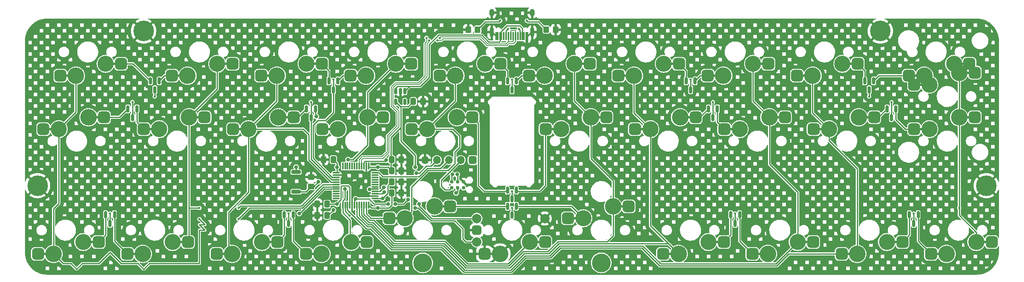
<source format=gbr>
%TF.GenerationSoftware,KiCad,Pcbnew,(7.0.0)*%
%TF.CreationDate,2024-03-03T18:31:53+01:00*%
%TF.ProjectId,kicad_tsuru,6b696361-645f-4747-9375-72752e6b6963,rev?*%
%TF.SameCoordinates,Original*%
%TF.FileFunction,Copper,L2,Bot*%
%TF.FilePolarity,Positive*%
%FSLAX46Y46*%
G04 Gerber Fmt 4.6, Leading zero omitted, Abs format (unit mm)*
G04 Created by KiCad (PCBNEW (7.0.0)) date 2024-03-03 18:31:53*
%MOMM*%
%LPD*%
G01*
G04 APERTURE LIST*
G04 Aperture macros list*
%AMRoundRect*
0 Rectangle with rounded corners*
0 $1 Rounding radius*
0 $2 $3 $4 $5 $6 $7 $8 $9 X,Y pos of 4 corners*
0 Add a 4 corners polygon primitive as box body*
4,1,4,$2,$3,$4,$5,$6,$7,$8,$9,$2,$3,0*
0 Add four circle primitives for the rounded corners*
1,1,$1+$1,$2,$3*
1,1,$1+$1,$4,$5*
1,1,$1+$1,$6,$7*
1,1,$1+$1,$8,$9*
0 Add four rect primitives between the rounded corners*
20,1,$1+$1,$2,$3,$4,$5,0*
20,1,$1+$1,$4,$5,$6,$7,0*
20,1,$1+$1,$6,$7,$8,$9,0*
20,1,$1+$1,$8,$9,$2,$3,0*%
G04 Aperture macros list end*
%TA.AperFunction,SMDPad,CuDef*%
%ADD10RoundRect,0.625000X-0.650000X-0.625000X0.650000X-0.625000X0.650000X0.625000X-0.650000X0.625000X0*%
%TD*%
%TA.AperFunction,SMDPad,CuDef*%
%ADD11R,1.797000X0.508000*%
%TD*%
%TA.AperFunction,ComponentPad*%
%ADD12C,3.420000*%
%TD*%
%TA.AperFunction,ComponentPad*%
%ADD13C,3.523634*%
%TD*%
%TA.AperFunction,SMDPad,CuDef*%
%ADD14RoundRect,0.625000X0.650000X0.625000X-0.650000X0.625000X-0.650000X-0.625000X0.650000X-0.625000X0*%
%TD*%
%TA.AperFunction,ComponentPad*%
%ADD15C,2.000000*%
%TD*%
%TA.AperFunction,ComponentPad*%
%ADD16RoundRect,0.500000X-0.500000X-0.500000X0.500000X-0.500000X0.500000X0.500000X-0.500000X0.500000X0*%
%TD*%
%TA.AperFunction,ComponentPad*%
%ADD17RoundRect,0.425000X-0.425000X0.425000X-0.425000X-0.425000X0.425000X-0.425000X0.425000X0.425000X0*%
%TD*%
%TA.AperFunction,ComponentPad*%
%ADD18O,1.700000X1.700000*%
%TD*%
%TA.AperFunction,ComponentPad*%
%ADD19C,0.700000*%
%TD*%
%TA.AperFunction,ComponentPad*%
%ADD20C,4.400000*%
%TD*%
%TA.AperFunction,ComponentPad*%
%ADD21C,4.000000*%
%TD*%
%TA.AperFunction,SMDPad,CuDef*%
%ADD22RoundRect,0.250000X-0.337500X-0.475000X0.337500X-0.475000X0.337500X0.475000X-0.337500X0.475000X0*%
%TD*%
%TA.AperFunction,SMDPad,CuDef*%
%ADD23RoundRect,0.150000X-0.150000X0.512500X-0.150000X-0.512500X0.150000X-0.512500X0.150000X0.512500X0*%
%TD*%
%TA.AperFunction,SMDPad,CuDef*%
%ADD24RoundRect,0.200000X-0.800000X0.200000X-0.800000X-0.200000X0.800000X-0.200000X0.800000X0.200000X0*%
%TD*%
%TA.AperFunction,SMDPad,CuDef*%
%ADD25RoundRect,0.150000X-0.150000X0.587500X-0.150000X-0.587500X0.150000X-0.587500X0.150000X0.587500X0*%
%TD*%
%TA.AperFunction,ConnectorPad*%
%ADD26C,0.787400*%
%TD*%
%TA.AperFunction,SMDPad,CuDef*%
%ADD27RoundRect,0.250000X0.337500X0.475000X-0.337500X0.475000X-0.337500X-0.475000X0.337500X-0.475000X0*%
%TD*%
%TA.AperFunction,SMDPad,CuDef*%
%ADD28RoundRect,0.250000X-0.350000X-0.450000X0.350000X-0.450000X0.350000X0.450000X-0.350000X0.450000X0*%
%TD*%
%TA.AperFunction,SMDPad,CuDef*%
%ADD29RoundRect,0.250000X0.350000X0.450000X-0.350000X0.450000X-0.350000X-0.450000X0.350000X-0.450000X0*%
%TD*%
%TA.AperFunction,SMDPad,CuDef*%
%ADD30RoundRect,0.250000X-0.450000X0.350000X-0.450000X-0.350000X0.450000X-0.350000X0.450000X0.350000X0*%
%TD*%
%TA.AperFunction,SMDPad,CuDef*%
%ADD31R,0.300000X1.750000*%
%TD*%
%TA.AperFunction,ComponentPad*%
%ADD32O,1.000000X1.600000*%
%TD*%
%TA.AperFunction,ComponentPad*%
%ADD33O,0.900000X2.100000*%
%TD*%
%TA.AperFunction,SMDPad,CuDef*%
%ADD34RoundRect,0.075000X0.075000X-0.662500X0.075000X0.662500X-0.075000X0.662500X-0.075000X-0.662500X0*%
%TD*%
%TA.AperFunction,SMDPad,CuDef*%
%ADD35RoundRect,0.075000X0.662500X-0.075000X0.662500X0.075000X-0.662500X0.075000X-0.662500X-0.075000X0*%
%TD*%
%TA.AperFunction,ViaPad*%
%ADD36C,0.800000*%
%TD*%
%TA.AperFunction,ViaPad*%
%ADD37C,0.500000*%
%TD*%
%TA.AperFunction,Conductor*%
%ADD38C,0.250000*%
%TD*%
%TA.AperFunction,Conductor*%
%ADD39C,0.200000*%
%TD*%
G04 APERTURE END LIST*
D10*
%TO.P,MX19,1,1*%
%TO.N,c8*%
X212119375Y-69266250D03*
D11*
X213539874Y-69266249D03*
D12*
X215394375Y-69266250D03*
D13*
%TO.P,MX19,2,2*%
%TO.N,Net-(D10-A1)*%
X221744375Y-66726250D03*
D11*
X223582374Y-66726249D03*
D10*
X225046375Y-66726250D03*
%TD*%
D14*
%TO.P,MX6,1,1*%
%TO.N,c5*%
X164376875Y-55296250D03*
D11*
X162956374Y-55296249D03*
D12*
X161101875Y-55296250D03*
D13*
%TO.P,MX6,2,2*%
%TO.N,Net-(D3-A2)*%
X154751875Y-57836250D03*
D11*
X152913874Y-57836249D03*
D14*
X151449875Y-57836250D03*
%TD*%
%TO.P,MX30,1,1*%
%TO.N,c9*%
X250101875Y-93396250D03*
D11*
X248681374Y-93396249D03*
D12*
X246826875Y-93396250D03*
D13*
%TO.P,MX30,2,2*%
%TO.N,Net-(D15-A2)*%
X240476875Y-95936250D03*
D11*
X238638874Y-95936249D03*
D14*
X237174875Y-95936250D03*
%TD*%
%TO.P,MX31,1,1*%
%TO.N,Enc_direct_pin*%
X154851875Y-93396250D03*
D11*
X153431374Y-93396249D03*
D12*
X151576875Y-93396250D03*
D13*
%TO.P,MX31,2,2*%
%TO.N,GND*%
X145226875Y-95936250D03*
D11*
X143388874Y-95936249D03*
D14*
X141924875Y-95936250D03*
%TD*%
D10*
%TO.P,MX25,1,1*%
%TO.N,c4*%
X121631875Y-88316250D03*
D11*
X123052374Y-88316249D03*
D12*
X124906875Y-88316250D03*
D13*
%TO.P,MX25,2,2*%
%TO.N,Net-(D13-A1)*%
X131256875Y-85776250D03*
D11*
X133094874Y-85776249D03*
D10*
X134558875Y-85776250D03*
%TD*%
%TO.P,MX16,1,1*%
%TO.N,Net-(D8-A2)*%
X154969375Y-69266250D03*
D11*
X156389874Y-69266249D03*
D12*
X158244375Y-69266250D03*
D13*
%TO.P,MX16,2,2*%
%TO.N,c5*%
X164594375Y-66726250D03*
D11*
X166432374Y-66726249D03*
D10*
X167896375Y-66726250D03*
%TD*%
%TO.P,MX18,1,1*%
%TO.N,Net-(D9-A2)*%
X193069375Y-69266250D03*
D11*
X194489874Y-69266249D03*
D12*
X196344375Y-69266250D03*
D13*
%TO.P,MX18,2,2*%
%TO.N,c7*%
X202694375Y-66726250D03*
D11*
X204532374Y-66726249D03*
D10*
X205996375Y-66726250D03*
%TD*%
D14*
%TO.P,MX3,1,1*%
%TO.N,Net-(D2-A1)*%
X107226875Y-55296250D03*
D11*
X105806374Y-55296249D03*
D12*
X103951875Y-55296250D03*
D13*
%TO.P,MX3,2,2*%
%TO.N,c2*%
X97601875Y-57836250D03*
D11*
X95763874Y-57836249D03*
D14*
X94299875Y-57836250D03*
%TD*%
D15*
%TO.P,SW1,A,A*%
%TO.N,ENC_RIGHT*%
X140266875Y-88356250D03*
%TO.P,SW1,B,B*%
%TO.N,ENC_LEFT*%
X140266875Y-93356250D03*
D16*
%TO.P,SW1,C,C*%
%TO.N,GND*%
X140266875Y-90856250D03*
D15*
%TO.P,SW1,S1,S1*%
%TO.N,Enc_direct_pin*%
X154766875Y-93356250D03*
%TO.P,SW1,S2,S2*%
%TO.N,GND*%
X154766875Y-88356250D03*
%TD*%
D14*
%TO.P,MX5,1,1*%
%TO.N,Net-(D3-A1)*%
X145326875Y-55296250D03*
D11*
X143906374Y-55296249D03*
D12*
X142051875Y-55296250D03*
D13*
%TO.P,MX5,2,2*%
%TO.N,c4*%
X135701875Y-57836250D03*
D11*
X133863874Y-57836249D03*
D14*
X132399875Y-57836250D03*
%TD*%
D17*
%TO.P,J3,1,Pin_1*%
%TO.N,+3.3V*%
X139376875Y-75876250D03*
D18*
%TO.P,J3,2,Pin_2*%
%TO.N,SWDIO*%
X136836874Y-75876249D03*
%TO.P,J3,3,Pin_3*%
%TO.N,SWCLK*%
X134296874Y-75876249D03*
%TO.P,J3,4,Pin_4*%
%TO.N,NRST*%
X131756874Y-75876249D03*
%TO.P,J3,5,Pin_5*%
%TO.N,GND*%
X129216874Y-75876249D03*
%TD*%
D10*
%TO.P,MX12,1,1*%
%TO.N,Net-(D6-A2)*%
X69244375Y-69266250D03*
D11*
X70664874Y-69266249D03*
D12*
X72519375Y-69266250D03*
D13*
%TO.P,MX12,2,2*%
%TO.N,c1*%
X78869375Y-66726250D03*
D11*
X80707374Y-66726249D03*
D10*
X82171375Y-66726250D03*
%TD*%
D19*
%TO.P,H3,1,1*%
%TO.N,GND*%
X44913735Y-81331322D03*
X45397009Y-80164596D03*
X45397009Y-82498048D03*
X46563735Y-79681322D03*
D20*
X46563735Y-81331322D03*
D19*
X46563735Y-82981322D03*
X47730461Y-80164596D03*
X47730461Y-82498048D03*
X48213735Y-81331322D03*
%TD*%
D14*
%TO.P,MX24,1,1*%
%TO.N,c3*%
X116751875Y-93396250D03*
D11*
X115331374Y-93396249D03*
D12*
X113476875Y-93396250D03*
D13*
%TO.P,MX24,2,2*%
%TO.N,Net-(D12-A2)*%
X107126875Y-95936250D03*
D11*
X105288874Y-95936249D03*
D14*
X103824875Y-95936250D03*
%TD*%
%TO.P,MX22,1,1*%
%TO.N,c1*%
X78651875Y-93396250D03*
D11*
X77231374Y-93396249D03*
D12*
X75376875Y-93396250D03*
D13*
%TO.P,MX22,2,2*%
%TO.N,Net-(D11-A2)*%
X69026875Y-95936250D03*
D11*
X67188874Y-95936249D03*
D14*
X65724875Y-95936250D03*
%TD*%
%TO.P,MX29,1,1*%
%TO.N,Net-(D15-A1)*%
X231051875Y-93396250D03*
D11*
X229631374Y-93396249D03*
D12*
X227776875Y-93396250D03*
D13*
%TO.P,MX29,2,2*%
%TO.N,c8*%
X221426875Y-95936250D03*
D11*
X219588874Y-95936249D03*
D14*
X218124875Y-95936250D03*
%TD*%
D19*
%TO.P,H1,1,1*%
%TO.N,GND*%
X67535667Y-48291395D03*
X68018941Y-47124669D03*
X68018941Y-49458121D03*
X69185667Y-46641395D03*
D20*
X69185667Y-48291395D03*
D19*
X69185667Y-49941395D03*
X70352393Y-47124669D03*
X70352393Y-49458121D03*
X70835667Y-48291395D03*
%TD*%
D10*
%TO.P,MX17,1,1*%
%TO.N,c6*%
X174019375Y-69266250D03*
D11*
X175439874Y-69266249D03*
D12*
X177294375Y-69266250D03*
D13*
%TO.P,MX17,2,2*%
%TO.N,Net-(D9-A1)*%
X183644375Y-66726250D03*
D11*
X185482374Y-66726249D03*
D10*
X186946375Y-66726250D03*
%TD*%
%TO.P,MX15,1,1*%
%TO.N,c4*%
X126394375Y-69266250D03*
D11*
X127814874Y-69266249D03*
D12*
X129669375Y-69266250D03*
D13*
%TO.P,MX15,2,2*%
%TO.N,Net-(D8-A1)*%
X136019375Y-66726250D03*
D11*
X137857374Y-66726249D03*
D10*
X139321375Y-66726250D03*
%TD*%
D14*
%TO.P,MX21,1,1*%
%TO.N,Net-(D11-A1)*%
X59601875Y-93396250D03*
D11*
X58181374Y-93396249D03*
D12*
X56326875Y-93396250D03*
D13*
%TO.P,MX21,2,2*%
%TO.N,c0*%
X49976875Y-95936250D03*
D11*
X48138874Y-95936249D03*
D14*
X46674875Y-95936250D03*
%TD*%
%TO.P,MX27,1,1*%
%TO.N,Net-(D14-A1)*%
X192951875Y-93396250D03*
D11*
X191531374Y-93396249D03*
D12*
X189676875Y-93396250D03*
D13*
%TO.P,MX27,2,2*%
%TO.N,c6*%
X183326875Y-95936250D03*
D11*
X181488874Y-95936249D03*
D14*
X180024875Y-95936250D03*
%TD*%
%TO.P,MX7,1,1*%
%TO.N,Net-(D4-A1)*%
X183426875Y-55296250D03*
D11*
X182006374Y-55296249D03*
D12*
X180151875Y-55296250D03*
D13*
%TO.P,MX7,2,2*%
%TO.N,c6*%
X173801875Y-57836250D03*
D11*
X171963874Y-57836249D03*
D14*
X170499875Y-57836250D03*
%TD*%
D10*
%TO.P,MX26,1,1*%
%TO.N,Net-(D13-A2)*%
X159731875Y-88316250D03*
D11*
X161152374Y-88316249D03*
D12*
X163006875Y-88316250D03*
D13*
%TO.P,MX26,2,2*%
%TO.N,c5*%
X169356875Y-85776250D03*
D11*
X171194874Y-85776249D03*
D10*
X172658875Y-85776250D03*
%TD*%
%TO.P,MX20,1,1*%
%TO.N,Net-(D10-A2)*%
X233550625Y-69266250D03*
D11*
X234971124Y-69266249D03*
D12*
X236825625Y-69266250D03*
D13*
%TO.P,MX20,2,2*%
%TO.N,c9*%
X243175625Y-66726250D03*
D11*
X245013624Y-66726249D03*
D10*
X246477625Y-66726250D03*
%TD*%
D14*
%TO.P,MX4,1,1*%
%TO.N,c3*%
X126276875Y-55296250D03*
D11*
X124856374Y-55296249D03*
D12*
X123001875Y-55296250D03*
D13*
%TO.P,MX4,2,2*%
%TO.N,Net-(D2-A2)*%
X116651875Y-57836250D03*
D11*
X114813874Y-57836249D03*
D14*
X113349875Y-57836250D03*
%TD*%
D10*
%TO.P,MX32,1,1*%
%TO.N,Net-(D5-A2)*%
X233550625Y-59741250D03*
D11*
X234971124Y-59741249D03*
D12*
X236825625Y-59741250D03*
D13*
%TO.P,MX32,2,2*%
%TO.N,c9*%
X243175625Y-57201250D03*
D11*
X245013624Y-57201249D03*
D10*
X246477625Y-57201250D03*
%TD*%
%TO.P,MX14,1,1*%
%TO.N,Net-(D7-A2)*%
X107344375Y-69266250D03*
D11*
X108764874Y-69266249D03*
D12*
X110619375Y-69266250D03*
D13*
%TO.P,MX14,2,2*%
%TO.N,c3*%
X116969375Y-66726250D03*
D11*
X118807374Y-66726249D03*
D10*
X120271375Y-66726250D03*
%TD*%
D14*
%TO.P,MX23,1,1*%
%TO.N,Net-(D12-A1)*%
X97701875Y-93396250D03*
D11*
X96281374Y-93396249D03*
D12*
X94426875Y-93396250D03*
D13*
%TO.P,MX23,2,2*%
%TO.N,c2*%
X88076875Y-95936250D03*
D11*
X86238874Y-95936249D03*
D14*
X84774875Y-95936250D03*
%TD*%
D19*
%TO.P,H2,1,1*%
%TO.N,GND*%
X224698563Y-48291395D03*
X225181837Y-47124669D03*
X225181837Y-49458121D03*
X226348563Y-46641395D03*
D20*
X226348563Y-48291395D03*
D19*
X226348563Y-49941395D03*
X227515289Y-47124669D03*
X227515289Y-49458121D03*
X227998563Y-48291395D03*
%TD*%
%TO.P,H4,1,1*%
%TO.N,GND*%
X247320495Y-81331322D03*
X247803769Y-80164596D03*
X247803769Y-82498048D03*
X248970495Y-79681322D03*
D20*
X248970495Y-81331322D03*
D19*
X248970495Y-82981322D03*
X250137221Y-80164596D03*
X250137221Y-82498048D03*
X250620495Y-81331322D03*
%TD*%
D14*
%TO.P,MX1,1,1*%
%TO.N,Net-(D1-A1)*%
X64364375Y-55296250D03*
D11*
X62943874Y-55296249D03*
D12*
X61089375Y-55296250D03*
D13*
%TO.P,MX1,2,2*%
%TO.N,c0*%
X54739375Y-57836250D03*
D11*
X52901374Y-57836249D03*
D14*
X51437375Y-57836250D03*
%TD*%
%TO.P,MX28,1,1*%
%TO.N,c7*%
X212001875Y-93396250D03*
D11*
X210581374Y-93396249D03*
D12*
X208726875Y-93396250D03*
D13*
%TO.P,MX28,2,2*%
%TO.N,Net-(D14-A2)*%
X202376875Y-95936250D03*
D11*
X200538874Y-95936249D03*
D14*
X199074875Y-95936250D03*
%TD*%
%TO.P,MX10,1,1*%
%TO.N,c9*%
X245339375Y-55296250D03*
D11*
X243918874Y-55296249D03*
D12*
X242064375Y-55296250D03*
D13*
%TO.P,MX10,2,2*%
%TO.N,Net-(D5-A2)*%
X235714375Y-57836250D03*
D11*
X233876374Y-57836249D03*
D14*
X232412375Y-57836250D03*
%TD*%
%TO.P,MX2,1,1*%
%TO.N,c1*%
X88176875Y-55296250D03*
D11*
X86756374Y-55296249D03*
D12*
X84901875Y-55296250D03*
D13*
%TO.P,MX2,2,2*%
%TO.N,Net-(D1-A2)*%
X78551875Y-57836250D03*
D11*
X76713874Y-57836249D03*
D14*
X75249875Y-57836250D03*
%TD*%
D21*
%TO.P,S1,*%
%TO.N,*%
X166816875Y-97841250D03*
X128716875Y-97841250D03*
%TD*%
D10*
%TO.P,MX11,1,1*%
%TO.N,c0*%
X47813125Y-69266250D03*
D11*
X49233624Y-69266249D03*
D12*
X51088125Y-69266250D03*
D13*
%TO.P,MX11,2,2*%
%TO.N,Net-(D6-A1)*%
X57438125Y-66726250D03*
D11*
X59276124Y-66726249D03*
D10*
X60740125Y-66726250D03*
%TD*%
D14*
%TO.P,MX8,1,1*%
%TO.N,c7*%
X202476875Y-55296250D03*
D11*
X201056374Y-55296249D03*
D12*
X199201875Y-55296250D03*
D13*
%TO.P,MX8,2,2*%
%TO.N,Net-(D4-A2)*%
X192851875Y-57836250D03*
D11*
X191013874Y-57836249D03*
D14*
X189549875Y-57836250D03*
%TD*%
D10*
%TO.P,MX13,1,1*%
%TO.N,c2*%
X88294375Y-69266250D03*
D11*
X89714874Y-69266249D03*
D12*
X91569375Y-69266250D03*
D13*
%TO.P,MX13,2,2*%
%TO.N,Net-(D7-A1)*%
X97919375Y-66726250D03*
D11*
X99757374Y-66726249D03*
D10*
X101221375Y-66726250D03*
%TD*%
D14*
%TO.P,MX9,1,1*%
%TO.N,Net-(D5-A1)*%
X221526875Y-55296250D03*
D11*
X220106374Y-55296249D03*
D12*
X218251875Y-55296250D03*
D13*
%TO.P,MX9,2,2*%
%TO.N,c8*%
X211901875Y-57836250D03*
D11*
X210063874Y-57836249D03*
D14*
X208599875Y-57836250D03*
%TD*%
D22*
%TO.P,C1,1*%
%TO.N,+3.3V*%
X126739375Y-63351250D03*
%TO.P,C1,2*%
%TO.N,GND*%
X128814375Y-63351250D03*
%TD*%
D23*
%TO.P,U2,1,VIN*%
%TO.N,+5V*%
X123004375Y-61143750D03*
%TO.P,U2,2,GND*%
%TO.N,GND*%
X123954375Y-61143750D03*
%TO.P,U2,3,EN*%
%TO.N,+5V*%
X124904375Y-61143750D03*
%TO.P,U2,4,NC*%
%TO.N,unconnected-(U2-NC-Pad4)*%
X124904375Y-63418750D03*
%TO.P,U2,5,VOUT*%
%TO.N,+3.3V*%
X123004375Y-63418750D03*
%TD*%
D24*
%TO.P,SW3,1,1*%
%TO.N,+3.3V*%
X101729375Y-78437500D03*
%TO.P,SW3,2,2*%
%TO.N,BOOT0*%
X101729375Y-82637500D03*
%TD*%
D25*
%TO.P,D11,1,A1*%
%TO.N,Net-(D11-A1)*%
X61091875Y-87537500D03*
%TO.P,D11,2,A2*%
%TO.N,Net-(D11-A2)*%
X62991875Y-87537500D03*
%TO.P,D11,3,K*%
%TO.N,r2*%
X62041875Y-89412500D03*
%TD*%
%TO.P,D15,1,A1*%
%TO.N,Net-(D15-A1)*%
X232541875Y-87537500D03*
%TO.P,D15,2,A2*%
%TO.N,Net-(D15-A2)*%
X234441875Y-87537500D03*
%TO.P,D15,3,K*%
%TO.N,r2*%
X233491875Y-89412500D03*
%TD*%
%TO.P,D14,1,A1*%
%TO.N,Net-(D14-A1)*%
X194441875Y-87537500D03*
%TO.P,D14,2,A2*%
%TO.N,Net-(D14-A2)*%
X196341875Y-87537500D03*
%TO.P,D14,3,K*%
%TO.N,r2*%
X195391875Y-89412500D03*
%TD*%
%TO.P,D10,1,A1*%
%TO.N,Net-(D10-A1)*%
X227779375Y-64915625D03*
%TO.P,D10,2,A2*%
%TO.N,Net-(D10-A2)*%
X229679375Y-64915625D03*
%TO.P,D10,3,K*%
%TO.N,r1*%
X228729375Y-66790625D03*
%TD*%
D26*
%TO.P,J2,1,VCC*%
%TO.N,+3.3V*%
X134908125Y-80537500D03*
%TO.P,J2,2,SWDIO*%
%TO.N,SWDIO*%
X134908125Y-81807500D03*
%TO.P,J2,3,~{RESET}*%
%TO.N,NRST*%
X136178125Y-80537500D03*
%TO.P,J2,4,SWCLK*%
%TO.N,SWCLK*%
X136178125Y-81807500D03*
%TO.P,J2,5,GND*%
%TO.N,GND*%
X137448125Y-80537500D03*
%TO.P,J2,6,SWO*%
%TO.N,unconnected-(J2-SWO-Pad6)*%
X137448125Y-81807500D03*
%TD*%
D27*
%TO.P,C5,1*%
%TO.N,+3.3V*%
X109666875Y-75775000D03*
%TO.P,C5,2*%
%TO.N,GND*%
X107591875Y-75775000D03*
%TD*%
D25*
%TO.P,D3,1,A1*%
%TO.N,Net-(D3-A1)*%
X146816875Y-58962500D03*
%TO.P,D3,2,A2*%
%TO.N,Net-(D3-A2)*%
X148716875Y-58962500D03*
%TO.P,D3,3,K*%
%TO.N,r0*%
X147766875Y-60837500D03*
%TD*%
D28*
%TO.P,R2,1*%
%TO.N,Net-(J1-CC2)*%
X155101250Y-47993750D03*
%TO.P,R2,2*%
%TO.N,GND*%
X157101250Y-47993750D03*
%TD*%
D25*
%TO.P,D9,1,A1*%
%TO.N,Net-(D9-A1)*%
X189679375Y-64915625D03*
%TO.P,D9,2,A2*%
%TO.N,Net-(D9-A2)*%
X191579375Y-64915625D03*
%TO.P,D9,3,K*%
%TO.N,r1*%
X190629375Y-66790625D03*
%TD*%
%TO.P,D6,1,A1*%
%TO.N,Net-(D6-A1)*%
X65854375Y-64915625D03*
%TO.P,D6,2,A2*%
%TO.N,Net-(D6-A2)*%
X67754375Y-64915625D03*
%TO.P,D6,3,K*%
%TO.N,r1*%
X66804375Y-66790625D03*
%TD*%
D27*
%TO.P,C10,1*%
%TO.N,NRST*%
X108323125Y-87681250D03*
%TO.P,C10,2*%
%TO.N,GND*%
X106248125Y-87681250D03*
%TD*%
D25*
%TO.P,D7,1,A1*%
%TO.N,Net-(D7-A1)*%
X103954375Y-64915625D03*
%TO.P,D7,2,A2*%
%TO.N,Net-(D7-A2)*%
X105854375Y-64915625D03*
%TO.P,D7,3,K*%
%TO.N,r1*%
X104904375Y-66790625D03*
%TD*%
D27*
%TO.P,C6,1*%
%TO.N,+3.3V*%
X108323125Y-85300000D03*
%TO.P,C6,2*%
%TO.N,GND*%
X106248125Y-85300000D03*
%TD*%
D29*
%TO.P,R1,1*%
%TO.N,Net-(J1-CC1)*%
X140432500Y-47993750D03*
%TO.P,R1,2*%
%TO.N,GND*%
X138432500Y-47993750D03*
%TD*%
D22*
%TO.P,C4,1*%
%TO.N,+3.3V*%
X122123125Y-78156250D03*
%TO.P,C4,2*%
%TO.N,GND*%
X124198125Y-78156250D03*
%TD*%
D25*
%TO.P,D5,1,A1*%
%TO.N,Net-(D5-A1)*%
X223016875Y-58962500D03*
%TO.P,D5,2,A2*%
%TO.N,Net-(D5-A2)*%
X224916875Y-58962500D03*
%TO.P,D5,3,K*%
%TO.N,r0*%
X223966875Y-60837500D03*
%TD*%
%TO.P,D8,1,A1*%
%TO.N,Net-(D8-A1)*%
X146816875Y-82313727D03*
%TO.P,D8,2,A2*%
%TO.N,Net-(D8-A2)*%
X148716875Y-82313727D03*
%TO.P,D8,3,K*%
%TO.N,r1*%
X147766875Y-84188727D03*
%TD*%
%TO.P,D4,1,A1*%
%TO.N,Net-(D4-A1)*%
X184916875Y-58962500D03*
%TO.P,D4,2,A2*%
%TO.N,Net-(D4-A2)*%
X186816875Y-58962500D03*
%TO.P,D4,3,K*%
%TO.N,r0*%
X185866875Y-60837500D03*
%TD*%
D22*
%TO.P,C8,1*%
%TO.N,+3.3V*%
X122123125Y-82918750D03*
%TO.P,C8,2*%
%TO.N,GND*%
X124198125Y-82918750D03*
%TD*%
D25*
%TO.P,D2,1,A1*%
%TO.N,Net-(D2-A1)*%
X108716875Y-58962500D03*
%TO.P,D2,2,A2*%
%TO.N,Net-(D2-A2)*%
X110616875Y-58962500D03*
%TO.P,D2,3,K*%
%TO.N,r0*%
X109666875Y-60837500D03*
%TD*%
D30*
%TO.P,R4,1*%
%TO.N,GND*%
X104904375Y-79537500D03*
%TO.P,R4,2*%
%TO.N,BOOT0*%
X104904375Y-81537500D03*
%TD*%
D31*
%TO.P,J1,A1,GND*%
%TO.N,GND*%
X144416874Y-49393749D03*
%TO.P,J1,A4,VBUS*%
%TO.N,+5V*%
X145216874Y-49393749D03*
%TO.P,J1,A5,CC1*%
%TO.N,Net-(J1-CC1)*%
X146516874Y-49393749D03*
%TO.P,J1,A6,D+*%
%TO.N,D+*%
X147516874Y-49393749D03*
%TO.P,J1,A7,D-*%
%TO.N,D-*%
X148016874Y-49393749D03*
%TO.P,J1,A8,SBU1*%
%TO.N,unconnected-(J1-SBU1-PadA8)*%
X149016874Y-49393749D03*
%TO.P,J1,A9,VBUS*%
%TO.N,+5V*%
X150316874Y-49393749D03*
%TO.P,J1,A12,GND*%
%TO.N,GND*%
X151116874Y-49393749D03*
%TO.P,J1,B1,GND*%
X150816874Y-49393749D03*
%TO.P,J1,B4,VBUS*%
%TO.N,+5V*%
X150016874Y-49393749D03*
%TO.P,J1,B5,CC2*%
%TO.N,Net-(J1-CC2)*%
X149516874Y-49393749D03*
%TO.P,J1,B6,D+*%
%TO.N,D+*%
X148516874Y-49393749D03*
%TO.P,J1,B7,D-*%
%TO.N,D-*%
X147016874Y-49393749D03*
%TO.P,J1,B8,SBU2*%
%TO.N,unconnected-(J1-SBU2-PadB8)*%
X146016874Y-49393749D03*
%TO.P,J1,B9,VBUS*%
%TO.N,+5V*%
X145516874Y-49393749D03*
%TO.P,J1,B12,GND*%
%TO.N,GND*%
X144716874Y-49393749D03*
D32*
%TO.P,J1,S1,SHIELD*%
X143446874Y-44373749D03*
D33*
X143446874Y-48553749D03*
D32*
X152086874Y-44373749D03*
D33*
X152086874Y-48553749D03*
%TD*%
D25*
%TO.P,D1,1,A1*%
%TO.N,Net-(D1-A1)*%
X70616875Y-58962500D03*
%TO.P,D1,2,A2*%
%TO.N,Net-(D1-A2)*%
X72516875Y-58962500D03*
%TO.P,D1,3,K*%
%TO.N,r0*%
X71566875Y-60837500D03*
%TD*%
D34*
%TO.P,U3,1,VBAT*%
%TO.N,+3.3V*%
X117179375Y-85493750D03*
%TO.P,U3,2,PC13*%
%TO.N,c4*%
X116679375Y-85493750D03*
%TO.P,U3,3,PC14*%
%TO.N,Enc_direct_pin*%
X116179375Y-85493750D03*
%TO.P,U3,4,PC15*%
%TO.N,c5*%
X115679375Y-85493750D03*
%TO.P,U3,5,PF0*%
%TO.N,c6*%
X115179375Y-85493750D03*
%TO.P,U3,6,PF1*%
%TO.N,c7*%
X114679375Y-85493750D03*
%TO.P,U3,7,NRST*%
%TO.N,NRST*%
X114179375Y-85493750D03*
%TO.P,U3,8,VSSA*%
%TO.N,GND*%
X113679375Y-85493750D03*
%TO.P,U3,9,VDDA*%
%TO.N,+3.3V*%
X113179375Y-85493750D03*
%TO.P,U3,10,PA0*%
%TO.N,c8*%
X112679375Y-85493750D03*
%TO.P,U3,11,PA1*%
%TO.N,c9*%
X112179375Y-85493750D03*
%TO.P,U3,12,PA2*%
%TO.N,c3*%
X111679375Y-85493750D03*
D35*
%TO.P,U3,13,PA3*%
%TO.N,unconnected-(U3-PA3-Pad13)*%
X110266875Y-84081250D03*
%TO.P,U3,14,PA4*%
%TO.N,unconnected-(U3-PA4-Pad14)*%
X110266875Y-83581250D03*
%TO.P,U3,15,PA5*%
%TO.N,unconnected-(U3-PA5-Pad15)*%
X110266875Y-83081250D03*
%TO.P,U3,16,PA6*%
%TO.N,unconnected-(U3-PA6-Pad16)*%
X110266875Y-82581250D03*
%TO.P,U3,17,PA7*%
%TO.N,r2*%
X110266875Y-82081250D03*
%TO.P,U3,18,PB0*%
%TO.N,c0*%
X110266875Y-81581250D03*
%TO.P,U3,19,PB1*%
%TO.N,c1*%
X110266875Y-81081250D03*
%TO.P,U3,20,PB2*%
%TO.N,c2*%
X110266875Y-80581250D03*
%TO.P,U3,21,PB10*%
%TO.N,r1*%
X110266875Y-80081250D03*
%TO.P,U3,22,PB11*%
%TO.N,r0*%
X110266875Y-79581250D03*
%TO.P,U3,23,VSS*%
%TO.N,GND*%
X110266875Y-79081250D03*
%TO.P,U3,24,VDD*%
%TO.N,+3.3V*%
X110266875Y-78581250D03*
D34*
%TO.P,U3,25,PB12*%
%TO.N,unconnected-(U3-PB12-Pad25)*%
X111679375Y-77168750D03*
%TO.P,U3,26,PB13*%
%TO.N,unconnected-(U3-PB13-Pad26)*%
X112179375Y-77168750D03*
%TO.P,U3,27,PB14*%
%TO.N,unconnected-(U3-PB14-Pad27)*%
X112679375Y-77168750D03*
%TO.P,U3,28,PB15*%
%TO.N,unconnected-(U3-PB15-Pad28)*%
X113179375Y-77168750D03*
%TO.P,U3,29,PA8*%
%TO.N,unconnected-(U3-PA8-Pad29)*%
X113679375Y-77168750D03*
%TO.P,U3,30,PA9*%
%TO.N,unconnected-(U3-PA9-Pad30)*%
X114179375Y-77168750D03*
%TO.P,U3,31,PA10*%
%TO.N,unconnected-(U3-PA10-Pad31)*%
X114679375Y-77168750D03*
%TO.P,U3,32,PA11*%
%TO.N,D-*%
X115179375Y-77168750D03*
%TO.P,U3,33,PA12*%
%TO.N,D+*%
X115679375Y-77168750D03*
%TO.P,U3,34,PA13*%
%TO.N,SWDIO*%
X116179375Y-77168750D03*
%TO.P,U3,35,VSS*%
%TO.N,GND*%
X116679375Y-77168750D03*
%TO.P,U3,36,VDDIO2*%
%TO.N,+3.3V*%
X117179375Y-77168750D03*
D35*
%TO.P,U3,37,PA14*%
%TO.N,SWCLK*%
X118591875Y-78581250D03*
%TO.P,U3,38,PA15*%
%TO.N,unconnected-(U3-PA15-Pad38)*%
X118591875Y-79081250D03*
%TO.P,U3,39,PB3*%
%TO.N,unconnected-(U3-PB3-Pad39)*%
X118591875Y-79581250D03*
%TO.P,U3,40,PB4*%
%TO.N,unconnected-(U3-PB4-Pad40)*%
X118591875Y-80081250D03*
%TO.P,U3,41,PB5*%
%TO.N,unconnected-(U3-PB5-Pad41)*%
X118591875Y-80581250D03*
%TO.P,U3,42,PB6*%
%TO.N,unconnected-(U3-PB6-Pad42)*%
X118591875Y-81081250D03*
%TO.P,U3,43,PB7*%
%TO.N,unconnected-(U3-PB7-Pad43)*%
X118591875Y-81581250D03*
%TO.P,U3,44,BOOT0*%
%TO.N,BOOT0*%
X118591875Y-82081250D03*
%TO.P,U3,45,PB8*%
%TO.N,ENC_RIGHT*%
X118591875Y-82581250D03*
%TO.P,U3,46,PB9*%
%TO.N,ENC_LEFT*%
X118591875Y-83081250D03*
%TO.P,U3,47,VSS*%
%TO.N,GND*%
X118591875Y-83581250D03*
%TO.P,U3,48,VDD*%
%TO.N,+3.3V*%
X118591875Y-84081250D03*
%TD*%
D22*
%TO.P,C7,1*%
%TO.N,+3.3V*%
X122123125Y-80537500D03*
%TO.P,C7,2*%
%TO.N,GND*%
X124198125Y-80537500D03*
%TD*%
D25*
%TO.P,D12,1,A1*%
%TO.N,Net-(D12-A1)*%
X99191875Y-87537500D03*
%TO.P,D12,2,A2*%
%TO.N,Net-(D12-A2)*%
X101091875Y-87537500D03*
%TO.P,D12,3,K*%
%TO.N,r2*%
X100141875Y-89412500D03*
%TD*%
%TO.P,D13,1,A1*%
%TO.N,Net-(D13-A1)*%
X146816875Y-85754981D03*
%TO.P,D13,2,A2*%
%TO.N,Net-(D13-A2)*%
X148716875Y-85754981D03*
%TO.P,D13,3,K*%
%TO.N,r2*%
X147766875Y-87629981D03*
%TD*%
D22*
%TO.P,C9,1*%
%TO.N,+3.3V*%
X122123125Y-75775000D03*
%TO.P,C9,2*%
%TO.N,GND*%
X124198125Y-75775000D03*
%TD*%
D36*
%TO.N,+3.3V*%
X101729375Y-77362500D03*
X127129375Y-77362500D03*
X135066875Y-78950000D03*
X110460625Y-77362500D03*
X119191875Y-77362500D03*
X110460625Y-85300000D03*
X119191875Y-86093750D03*
X120166875Y-84081250D03*
%TO.N,GND*%
X125541875Y-80537500D03*
D37*
X98355976Y-71806266D03*
X136816875Y-86866250D03*
D36*
X125541875Y-75775000D03*
X104904375Y-88008875D03*
X106586957Y-75679918D03*
X104904375Y-86093750D03*
X125541875Y-78156250D03*
X104904375Y-78156250D03*
X125541875Y-82918750D03*
X114429375Y-81331250D03*
D37*
%TO.N,r0*%
X223966875Y-62281250D03*
X71566875Y-62281250D03*
X147766875Y-58709375D03*
X185866875Y-58709375D03*
X109666875Y-58709375D03*
%TO.N,r1*%
X190629375Y-63471875D03*
X66804375Y-63471875D03*
X228729375Y-63471875D03*
X147766875Y-82521875D03*
X104904375Y-63471875D03*
D36*
%TO.N,Net-(D7-A2)*%
X106036875Y-66566250D03*
D37*
%TO.N,r2*%
X62041875Y-87284375D03*
X100141875Y-87284375D03*
X147766875Y-86093750D03*
X195391875Y-87284375D03*
X233491875Y-87284375D03*
D36*
X102384249Y-87283703D03*
D37*
%TO.N,D-*%
X132366875Y-49746250D03*
X129536875Y-49746250D03*
%TO.N,D+*%
X131866875Y-50295750D03*
X130086875Y-50316250D03*
%TO.N,Net-(J1-CC2)*%
X150926875Y-46076250D03*
X149226875Y-47836250D03*
%TO.N,Net-(J1-CC1)*%
X146946875Y-47826250D03*
X145256875Y-46096250D03*
D36*
%TO.N,SWDIO*%
X120903371Y-75898996D03*
%TO.N,SWCLK*%
X135860625Y-82918750D03*
D37*
%TO.N,c0*%
X81091875Y-88475000D03*
X89426250Y-88475000D03*
%TO.N,c1*%
X81091875Y-86093750D03*
X89426250Y-86093750D03*
D36*
%TO.N,c3*%
X112163549Y-82055750D03*
X112841875Y-75775000D03*
D37*
%TO.N,c9*%
X113128261Y-87773021D03*
X243175625Y-86093750D03*
D36*
%TO.N,ENC_RIGHT*%
X120457097Y-81685567D03*
X127975976Y-85247149D03*
%TO.N,ENC_LEFT*%
X120542076Y-82681451D03*
X127129375Y-86093750D03*
%TO.N,BOOT0*%
X106491875Y-80537500D03*
X117394796Y-82094940D03*
%TO.N,NRST*%
X122847625Y-85300000D03*
X109666875Y-86559875D03*
X121370451Y-85271826D03*
X125611125Y-84344652D03*
X114403875Y-84187239D03*
X127410826Y-78668549D03*
X136066378Y-78950000D03*
%TD*%
D38*
%TO.N,+3.3V*%
X126739375Y-63351250D02*
X125684375Y-64406250D01*
X110460625Y-77362500D02*
X110460625Y-78387500D01*
X110460625Y-78387500D02*
X110266875Y-78581250D01*
X124066875Y-68956250D02*
X121986875Y-71036250D01*
X121573125Y-86093750D02*
X122123125Y-85543750D01*
X110460625Y-76568750D02*
X110460625Y-77362500D01*
X110460625Y-85190685D02*
X110460625Y-85300000D01*
X121267076Y-82981049D02*
X121267076Y-81350143D01*
X101729375Y-78437500D02*
X101729375Y-77362500D01*
X124066875Y-71806250D02*
X127129375Y-74868750D01*
X113179375Y-85493750D02*
X113179375Y-81668750D01*
X120166875Y-84081250D02*
X121267076Y-82981049D01*
X117779375Y-86093750D02*
X119191875Y-86093750D01*
X121986875Y-78020000D02*
X122123125Y-78156250D01*
X113179375Y-81668750D02*
X112841875Y-81331250D01*
X123004375Y-63418750D02*
X124066875Y-64481250D01*
X119191875Y-86093750D02*
X121573125Y-86093750D01*
X117373125Y-77362500D02*
X117179375Y-77168750D01*
X121267076Y-81350143D02*
X122079719Y-80537500D01*
X121329375Y-77362500D02*
X122123125Y-78156250D01*
X134908125Y-79108750D02*
X135066875Y-78950000D01*
X122079719Y-80537500D02*
X122123125Y-80537500D01*
X112841875Y-81331250D02*
X111550520Y-81331250D01*
X119191875Y-77362500D02*
X117373125Y-77362500D01*
X109666875Y-75775000D02*
X110460625Y-76568750D01*
X122123125Y-85543750D02*
X122123125Y-82918750D01*
X111329375Y-81552395D02*
X111329375Y-84321935D01*
X123991875Y-64406250D02*
X123004375Y-63418750D01*
X117179375Y-85493750D02*
X117779375Y-86093750D01*
X119191875Y-77362500D02*
X121329375Y-77362500D01*
X111550520Y-81331250D02*
X111329375Y-81552395D01*
X124066875Y-71806250D02*
X124066875Y-68631250D01*
X121986875Y-71036250D02*
X121986875Y-78020000D01*
X124066875Y-64481250D02*
X124066875Y-68631250D01*
X111329375Y-84321935D02*
X110460625Y-85190685D01*
X134908125Y-80537500D02*
X134908125Y-79108750D01*
X124066875Y-68631250D02*
X124066875Y-68956250D01*
X120166875Y-84081250D02*
X118591875Y-84081250D01*
X127129375Y-74868750D02*
X127129375Y-77362500D01*
X125684375Y-64406250D02*
X123991875Y-64406250D01*
X108323125Y-85300000D02*
X110460625Y-85300000D01*
%TO.N,GND*%
X104904375Y-79537500D02*
X104904375Y-78156250D01*
X152086875Y-48553750D02*
X151956875Y-48553750D01*
X124198125Y-78156250D02*
X125541875Y-78156250D01*
X116679375Y-79081250D02*
X116679375Y-77168750D01*
X110266875Y-79081250D02*
X112179375Y-79081250D01*
X113679375Y-82081250D02*
X114429375Y-81331250D01*
X106682039Y-75775000D02*
X106586957Y-75679918D01*
X124198125Y-80537500D02*
X124818396Y-80537500D01*
X143576875Y-48553750D02*
X144416875Y-49393750D01*
X112179375Y-79081250D02*
X114429375Y-81331250D01*
X106248125Y-85300000D02*
X105698125Y-85300000D01*
X107591875Y-75775000D02*
X106682039Y-75775000D01*
X143446875Y-48553750D02*
X143576875Y-48553750D01*
X118591875Y-83581250D02*
X116679375Y-83581250D01*
X113679375Y-85493750D02*
X113679375Y-82081250D01*
X151956875Y-48553750D02*
X151116875Y-49393750D01*
X105698125Y-85300000D02*
X104904375Y-86093750D01*
X106248125Y-87681250D02*
X105232000Y-87681250D01*
X105232000Y-87681250D02*
X104904375Y-88008875D01*
X124198125Y-82918750D02*
X125541875Y-82918750D01*
X124198125Y-75775000D02*
X125541875Y-75775000D01*
X116679375Y-83581250D02*
X114429375Y-81331250D01*
X124198125Y-80537500D02*
X125541875Y-80537500D01*
X114429375Y-81331250D02*
X116679375Y-79081250D01*
%TO.N,Net-(D1-A1)*%
X66950625Y-55296250D02*
X61089375Y-55296250D01*
X70616875Y-58962500D02*
X66950625Y-55296250D01*
%TO.N,Net-(D1-A2)*%
X73643125Y-57836250D02*
X78551875Y-57836250D01*
X72516875Y-58962500D02*
X73643125Y-57836250D01*
%TO.N,r0*%
X109666875Y-60837500D02*
X109666875Y-65706250D01*
X71566875Y-60837500D02*
X71566875Y-62281250D01*
X105354375Y-68398750D02*
X105354375Y-75471935D01*
X106336875Y-67416250D02*
X105354375Y-68398750D01*
X107956875Y-67416250D02*
X106336875Y-67416250D01*
X147766875Y-58709375D02*
X147766875Y-60837500D01*
X105354375Y-75471935D02*
X109463690Y-79581250D01*
X109463690Y-79581250D02*
X110266875Y-79581250D01*
X109666875Y-60837500D02*
X109666875Y-58709375D01*
X223966875Y-60837500D02*
X223966875Y-62281250D01*
X109666875Y-65706250D02*
X107956875Y-67416250D01*
X185866875Y-60837500D02*
X185866875Y-58709375D01*
%TO.N,Net-(D2-A1)*%
X107226875Y-55296250D02*
X103951875Y-55296250D01*
X108716875Y-58962500D02*
X108716875Y-56786250D01*
X108716875Y-56786250D02*
X107226875Y-55296250D01*
%TO.N,Net-(D2-A2)*%
X111743125Y-57836250D02*
X116651875Y-57836250D01*
X110616875Y-58962500D02*
X111743125Y-57836250D01*
%TO.N,Net-(D3-A1)*%
X146816875Y-56786250D02*
X145326875Y-55296250D01*
X145326875Y-55296250D02*
X142051875Y-55296250D01*
X146816875Y-58962500D02*
X146816875Y-56786250D01*
%TO.N,Net-(D3-A2)*%
X149843125Y-57836250D02*
X154751875Y-57836250D01*
X148716875Y-58962500D02*
X149843125Y-57836250D01*
%TO.N,Net-(D4-A1)*%
X184916875Y-58962500D02*
X184916875Y-56786250D01*
X184916875Y-56786250D02*
X183426875Y-55296250D01*
X183426875Y-55296250D02*
X180151875Y-55296250D01*
%TO.N,Net-(D4-A2)*%
X187943125Y-57836250D02*
X192851875Y-57836250D01*
X186816875Y-58962500D02*
X187943125Y-57836250D01*
%TO.N,Net-(D5-A1)*%
X223016875Y-58962500D02*
X223016875Y-56786250D01*
X221526875Y-55296250D02*
X218251875Y-55296250D01*
X223016875Y-56786250D02*
X221526875Y-55296250D01*
%TO.N,Net-(D5-A2)*%
X224916875Y-58962500D02*
X226043125Y-57836250D01*
X226043125Y-57836250D02*
X235714375Y-57836250D01*
%TO.N,Net-(D6-A1)*%
X65854375Y-64915625D02*
X64043750Y-66726250D01*
X64043750Y-66726250D02*
X57438125Y-66726250D01*
%TO.N,Net-(D6-A2)*%
X72519375Y-69266250D02*
X69244375Y-69266250D01*
X67754375Y-64915625D02*
X67754375Y-67776250D01*
X67754375Y-67776250D02*
X69244375Y-69266250D01*
%TO.N,r1*%
X109327294Y-80081250D02*
X110266875Y-80081250D01*
X104904375Y-75378125D02*
X104904375Y-74981250D01*
X190629375Y-66790625D02*
X190629375Y-63471875D01*
X104904375Y-66790625D02*
X104904375Y-63471875D01*
X104904375Y-75658331D02*
X109327294Y-80081250D01*
X104904375Y-74981250D02*
X104904375Y-75658331D01*
X66804375Y-63471875D02*
X66804375Y-66790625D01*
X147766875Y-84188727D02*
X147766875Y-82521875D01*
X228729375Y-66790625D02*
X228729375Y-63471875D01*
X104904375Y-74981250D02*
X104904375Y-66790625D01*
X104904375Y-75564521D02*
X104904375Y-75378125D01*
%TO.N,Net-(D7-A1)*%
X103954375Y-64915625D02*
X102143750Y-66726250D01*
X102143750Y-66726250D02*
X97919375Y-66726250D01*
%TO.N,Net-(D7-A2)*%
X105854375Y-64915625D02*
X105854375Y-66383750D01*
X105854375Y-66383750D02*
X106036875Y-66566250D01*
%TO.N,Net-(D8-A1)*%
X146576250Y-82521875D02*
X141813750Y-82521875D01*
X140623125Y-81331250D02*
X140623125Y-68028000D01*
X146784398Y-82313727D02*
X146576250Y-82521875D01*
X141813750Y-82521875D02*
X140623125Y-81331250D01*
X140623125Y-68028000D02*
X139321375Y-66726250D01*
X139321375Y-66726250D02*
X136019375Y-66726250D01*
X146816875Y-82313727D02*
X146784398Y-82313727D01*
%TO.N,Net-(D8-A2)*%
X153720000Y-82521875D02*
X154910625Y-81331250D01*
X148957500Y-82521875D02*
X153720000Y-82521875D01*
X154969375Y-69266250D02*
X158244375Y-69266250D01*
X148716875Y-82313727D02*
X148749352Y-82313727D01*
X156260000Y-69266250D02*
X158244375Y-69266250D01*
X148749352Y-82313727D02*
X148957500Y-82521875D01*
X154910625Y-70615625D02*
X156260000Y-69266250D01*
X154910625Y-81331250D02*
X154910625Y-70615625D01*
%TO.N,Net-(D9-A1)*%
X187868750Y-66726250D02*
X186946375Y-66726250D01*
X189679375Y-64915625D02*
X187868750Y-66726250D01*
X186946375Y-66726250D02*
X183644375Y-66726250D01*
%TO.N,Net-(D9-A2)*%
X191579375Y-64915625D02*
X191579375Y-67776250D01*
X191579375Y-67776250D02*
X193069375Y-69266250D01*
X193069375Y-69266250D02*
X196344375Y-69266250D01*
%TO.N,Net-(D10-A1)*%
X225968750Y-66726250D02*
X221744375Y-66726250D01*
X227779375Y-64915625D02*
X225968750Y-66726250D01*
%TO.N,Net-(D10-A2)*%
X233550625Y-69266250D02*
X236825625Y-69266250D01*
X229679375Y-64915625D02*
X229679375Y-67238750D01*
X229679375Y-67238750D02*
X231706875Y-69266250D01*
X231706875Y-69266250D02*
X233550625Y-69266250D01*
%TO.N,Net-(D11-A1)*%
X59601875Y-93396250D02*
X56326875Y-93396250D01*
X61091875Y-91906250D02*
X59601875Y-93396250D01*
X61091875Y-87537500D02*
X61091875Y-91906250D01*
%TO.N,Net-(D11-A2)*%
X62991875Y-93203250D02*
X65724875Y-95936250D01*
X62991875Y-87537500D02*
X62991875Y-93203250D01*
X65724875Y-95936250D02*
X69026875Y-95936250D01*
%TO.N,r2*%
X62041875Y-89412500D02*
X62041875Y-87284375D01*
X103509521Y-86286396D02*
X107714667Y-82081250D01*
X147766875Y-86093750D02*
X147766875Y-87629981D01*
X100141875Y-87284375D02*
X100141875Y-89412500D01*
X107714667Y-82081250D02*
X110266875Y-82081250D01*
X103509521Y-86286396D02*
X102512214Y-87283703D01*
X195391875Y-89412500D02*
X195391875Y-87284375D01*
X102512214Y-87283703D02*
X102384249Y-87283703D01*
X233491875Y-87284375D02*
X233491875Y-89412500D01*
%TO.N,Net-(D12-A1)*%
X97701875Y-93396250D02*
X94426875Y-93396250D01*
X99191875Y-87537500D02*
X99191875Y-91906250D01*
X99191875Y-91906250D02*
X97701875Y-93396250D01*
%TO.N,Net-(D12-A2)*%
X103824875Y-95936250D02*
X107126875Y-95936250D01*
X101091875Y-87537500D02*
X101091875Y-93203250D01*
X101091875Y-93203250D02*
X103824875Y-95936250D01*
%TO.N,Net-(D13-A1)*%
X146816875Y-85754981D02*
X131278144Y-85754981D01*
X131278144Y-85754981D02*
X131256875Y-85776250D01*
%TO.N,Net-(D13-A2)*%
X160445606Y-85754981D02*
X163006875Y-88316250D01*
X148716875Y-85754981D02*
X160445606Y-85754981D01*
%TO.N,Net-(D14-A1)*%
X189676875Y-93396250D02*
X192951875Y-93396250D01*
X194441875Y-87537500D02*
X194441875Y-91906250D01*
X194441875Y-91906250D02*
X192951875Y-93396250D01*
%TO.N,Net-(D14-A2)*%
X196341875Y-93203250D02*
X199074875Y-95936250D01*
X196341875Y-87537500D02*
X196341875Y-93203250D01*
X199074875Y-95936250D02*
X202376875Y-95936250D01*
%TO.N,Net-(D15-A1)*%
X232541875Y-87537500D02*
X232541875Y-91906250D01*
X232541875Y-91906250D02*
X231051875Y-93396250D01*
X231051875Y-93396250D02*
X227776875Y-93396250D01*
%TO.N,Net-(D15-A2)*%
X234441875Y-93203250D02*
X237174875Y-95936250D01*
X234441875Y-87537500D02*
X234441875Y-93203250D01*
X237174875Y-95936250D02*
X240476875Y-95936250D01*
D39*
%TO.N,D-*%
X122960638Y-59318750D02*
X122004375Y-60275012D01*
X148016875Y-50518750D02*
X148016875Y-49393750D01*
X147016875Y-50518750D02*
X146516875Y-51018750D01*
X142608334Y-51018750D02*
X141160834Y-49571250D01*
X123241875Y-65551936D02*
X123241875Y-68614524D01*
X123241875Y-68614524D02*
X121161875Y-70694523D01*
X122004375Y-64314435D02*
X123241875Y-65551936D01*
X146516875Y-51018750D02*
X142608334Y-51018750D01*
X129231875Y-50874524D02*
X129231875Y-57924524D01*
X115179375Y-75818750D02*
X115179375Y-77168750D01*
X115876593Y-75121532D02*
X115179375Y-75818750D01*
X120125907Y-75121532D02*
X115876593Y-75121532D01*
X129536875Y-49746250D02*
X129536875Y-50569524D01*
X147016875Y-50518750D02*
X147084375Y-50586250D01*
X129231875Y-57924524D02*
X127837649Y-59318750D01*
X132541875Y-49571250D02*
X132366875Y-49746250D01*
X121161875Y-70694523D02*
X121161875Y-74085564D01*
X121161875Y-74085564D02*
X120125907Y-75121532D01*
X147084375Y-50586250D02*
X147949375Y-50586250D01*
X129536875Y-50569524D02*
X129231875Y-50874524D01*
X135386875Y-49571250D02*
X132541875Y-49571250D01*
X127837649Y-59318750D02*
X122960638Y-59318750D01*
X147016875Y-49393750D02*
X147016875Y-50518750D01*
X147949375Y-50586250D02*
X148016875Y-50518750D01*
X141160834Y-49571250D02*
X135386875Y-49571250D01*
X122004375Y-60275012D02*
X122004375Y-64314435D01*
%TO.N,D+*%
X115679375Y-77168750D02*
X115679375Y-75884436D01*
X148115060Y-50986250D02*
X147115061Y-50986250D01*
X115679375Y-75884436D02*
X116042279Y-75521532D01*
X148434375Y-48186250D02*
X147599375Y-48186250D01*
X146682561Y-51418750D02*
X142442648Y-51418750D01*
X142442648Y-51418750D02*
X140995149Y-49971250D01*
X130086875Y-50316250D02*
X130086875Y-50585210D01*
X148516875Y-50584436D02*
X148115060Y-50986250D01*
X128003335Y-59718750D02*
X123126323Y-59718750D01*
X148516875Y-49393750D02*
X148516875Y-50584436D01*
X148516875Y-48268750D02*
X148434375Y-48186250D01*
X120291592Y-75521532D02*
X120805625Y-75007500D01*
X123126323Y-59718750D02*
X122404375Y-60440698D01*
X135936875Y-49971250D02*
X133086875Y-49971250D01*
X147599375Y-48186250D02*
X147516875Y-48268750D01*
X123641875Y-65386250D02*
X123641875Y-68780210D01*
X122404375Y-60440698D02*
X122404375Y-64148750D01*
X133086875Y-49971250D02*
X132761875Y-50296250D01*
X129631875Y-58090210D02*
X128003335Y-59718750D01*
X132761875Y-50296250D02*
X131867375Y-50296250D01*
X122404375Y-64148750D02*
X123641875Y-65386250D01*
X140995149Y-49971250D02*
X135936875Y-49971250D01*
X147115061Y-50986250D02*
X146682561Y-51418750D01*
X147516875Y-48268750D02*
X147516875Y-49393750D01*
X116042279Y-75521532D02*
X120291592Y-75521532D01*
X123641875Y-68780210D02*
X121561875Y-70860209D01*
X148516875Y-49393750D02*
X148516875Y-48268750D01*
X130086875Y-50585210D02*
X129631875Y-51040210D01*
X131867375Y-50296250D02*
X131866875Y-50295750D01*
X121561875Y-70860209D02*
X121561875Y-74251250D01*
X121561875Y-74251250D02*
X120805625Y-75007500D01*
X129631875Y-51040210D02*
X129631875Y-58090210D01*
D38*
%TO.N,Net-(J1-CC2)*%
X150926875Y-46076250D02*
X151156875Y-46306250D01*
X153413750Y-46306250D02*
X155101250Y-47993750D01*
X149516875Y-49393750D02*
X149496875Y-49373750D01*
X149496875Y-48106250D02*
X149226875Y-47836250D01*
X151156875Y-46306250D02*
X153413750Y-46306250D01*
X149496875Y-49373750D02*
X149496875Y-48106250D01*
%TO.N,Net-(J1-CC1)*%
X146516875Y-48256250D02*
X146946875Y-47826250D01*
X146516875Y-49393750D02*
X146516875Y-48256250D01*
X145026875Y-46326250D02*
X142100000Y-46326250D01*
X145256875Y-46096250D02*
X145026875Y-46326250D01*
X142100000Y-46326250D02*
X140432500Y-47993750D01*
%TO.N,+5V*%
X145041875Y-50593750D02*
X145216875Y-50418750D01*
X149946875Y-47696250D02*
X149946875Y-48333699D01*
X149946875Y-48333699D02*
X150016875Y-48403699D01*
X145216875Y-50418750D02*
X145216875Y-49393750D01*
X142784375Y-50593750D02*
X145041875Y-50593750D01*
X150016875Y-48403699D02*
X150016875Y-49393750D01*
X141336875Y-49146250D02*
X142784375Y-50593750D01*
X128179375Y-60143750D02*
X130056875Y-58266250D01*
X123004375Y-60481251D02*
X123341876Y-60143750D01*
X145516875Y-49393750D02*
X145516875Y-48376250D01*
X130056875Y-58266250D02*
X130056875Y-51216250D01*
X123341876Y-60143750D02*
X125904375Y-60143750D01*
X130056875Y-51216250D02*
X132126875Y-49146250D01*
X145516875Y-48376250D02*
X146716875Y-47176250D01*
X149426875Y-47176250D02*
X149946875Y-47696250D01*
X146716875Y-47176250D02*
X149426875Y-47176250D01*
X123004375Y-61143750D02*
X123004375Y-60481251D01*
X125904375Y-60143750D02*
X128179375Y-60143750D01*
X132126875Y-49146250D02*
X141336875Y-49146250D01*
X124904375Y-61143750D02*
X125904375Y-60143750D01*
%TO.N,SWDIO*%
X136836875Y-76012646D02*
X136836875Y-75876250D01*
X116179375Y-77168750D02*
X116179375Y-76365565D01*
X132685625Y-80163896D02*
X136836875Y-76012646D01*
X132685625Y-81450790D02*
X132685625Y-80163896D01*
X120696117Y-76106250D02*
X120903371Y-75898996D01*
X116438690Y-76106250D02*
X120696117Y-76106250D01*
X134514426Y-82201199D02*
X133436034Y-82201199D01*
X134908125Y-81807500D02*
X134514426Y-82201199D01*
X116179375Y-76365565D02*
X116438690Y-76106250D01*
X133436034Y-82201199D02*
X132685625Y-81450790D01*
%TO.N,SWCLK*%
X127938048Y-79393549D02*
X120207359Y-79393549D01*
X134296875Y-75876250D02*
X132556875Y-77616250D01*
X119395060Y-78581250D02*
X118591875Y-78581250D01*
X129715348Y-77616250D02*
X127938048Y-79393549D01*
X132556875Y-77616250D02*
X129715348Y-77616250D01*
X120207359Y-79393549D02*
X119395060Y-78581250D01*
X136178125Y-82601250D02*
X135860625Y-82918750D01*
X136178125Y-81807500D02*
X136178125Y-82601250D01*
%TO.N,c0*%
X62041875Y-95618750D02*
X59660625Y-98000000D01*
X89426250Y-88475000D02*
X91795000Y-86106250D01*
X107578271Y-81581250D02*
X110266875Y-81581250D01*
X56088750Y-98000000D02*
X54898125Y-99190625D01*
X82282500Y-90856250D02*
X81091875Y-90856250D01*
X51088125Y-69266250D02*
X51088125Y-85141250D01*
X81091875Y-89665625D02*
X82282500Y-90856250D01*
X59660625Y-98000000D02*
X56088750Y-98000000D01*
X64423125Y-98000000D02*
X62041875Y-95618750D01*
X81091875Y-88475000D02*
X82282500Y-89665625D01*
X70376250Y-98000000D02*
X69185625Y-99190625D01*
X52040625Y-98000000D02*
X49976875Y-95936250D01*
X82282500Y-89665625D02*
X81091875Y-89665625D01*
X49976875Y-86252500D02*
X49976875Y-95936250D01*
X69185625Y-99190625D02*
X67995000Y-98000000D01*
X81091875Y-98000000D02*
X70376250Y-98000000D01*
X103053271Y-86106250D02*
X107578271Y-81581250D01*
X51088125Y-85141250D02*
X49976875Y-86252500D01*
X91795000Y-86106250D02*
X103053271Y-86106250D01*
X54739375Y-57836250D02*
X54739375Y-65615000D01*
X54898125Y-99190625D02*
X53707500Y-98000000D01*
X54739375Y-65615000D02*
X51088125Y-69266250D01*
X53707500Y-98000000D02*
X52040625Y-98000000D01*
X81091875Y-90856250D02*
X81091875Y-98000000D01*
X67995000Y-98000000D02*
X64423125Y-98000000D01*
%TO.N,c1*%
X84901875Y-55296250D02*
X84901875Y-60693750D01*
X81091875Y-86093750D02*
X78869375Y-86093750D01*
X110259546Y-81073921D02*
X110266875Y-81081250D01*
X106445000Y-82078125D02*
X106791875Y-81731250D01*
X78869375Y-86093750D02*
X78869375Y-93178750D01*
X78869375Y-93178750D02*
X78651875Y-93396250D01*
X89426250Y-86093750D02*
X89863750Y-85656250D01*
X78651875Y-93396250D02*
X75376875Y-93396250D01*
X102866875Y-85656250D02*
X106445000Y-82078125D01*
X78869375Y-66726250D02*
X78869375Y-86093750D01*
X107449204Y-81073921D02*
X110259546Y-81073921D01*
X89863750Y-85656250D02*
X102866875Y-85656250D01*
X84901875Y-60693750D02*
X78869375Y-66726250D01*
X106445000Y-82078125D02*
X107449204Y-81073921D01*
%TO.N,c2*%
X109190898Y-80581250D02*
X110266875Y-80581250D01*
X87292684Y-87036691D02*
X87292684Y-95152059D01*
X104454375Y-75844727D02*
X109190898Y-80581250D01*
X91569375Y-69266250D02*
X103256875Y-69266250D01*
X91569375Y-69266250D02*
X91569375Y-82760000D01*
X91569375Y-82760000D02*
X87292684Y-87036691D01*
X97601875Y-63233750D02*
X91569375Y-69266250D01*
X103256875Y-69266250D02*
X104454375Y-70463750D01*
X97601875Y-57836250D02*
X97601875Y-63233750D01*
X104454375Y-70463750D02*
X104454375Y-75844727D01*
X87292684Y-95152059D02*
X88076875Y-95936250D01*
%TO.N,c3*%
X111679375Y-85493750D02*
X111679375Y-87137308D01*
X112163549Y-83712500D02*
X112163549Y-83034174D01*
X123001875Y-55296250D02*
X116969375Y-61328750D01*
X112163549Y-83712500D02*
X112163549Y-82055750D01*
X111679375Y-85493750D02*
X111679375Y-84608331D01*
X111679375Y-84608331D02*
X112163549Y-84124157D01*
X111679375Y-87137308D02*
X113238750Y-88696683D01*
X112841875Y-75775000D02*
X113810756Y-75775000D01*
X116969375Y-61328750D02*
X116969375Y-66726250D01*
X113810756Y-75775000D02*
X116969375Y-72616381D01*
X113238750Y-88696683D02*
X113238750Y-93158125D01*
X116969375Y-72616381D02*
X116969375Y-66726250D01*
X112163549Y-84124157D02*
X112163549Y-83712500D01*
X113238750Y-93158125D02*
X113476875Y-93396250D01*
%TO.N,c4*%
X135566875Y-74176250D02*
X135566875Y-76646250D01*
X117665937Y-88316250D02*
X116679375Y-87329688D01*
X135566875Y-76646250D02*
X134146875Y-78066250D01*
X136596875Y-73146250D02*
X135566875Y-74176250D01*
X135126875Y-69266250D02*
X136596875Y-70736250D01*
X135701875Y-63233750D02*
X129669375Y-69266250D01*
X136596875Y-70736250D02*
X136596875Y-73146250D01*
X129901744Y-78066250D02*
X126335625Y-81632368D01*
X135701875Y-57836250D02*
X135701875Y-63233750D01*
X129669375Y-69266250D02*
X135126875Y-69266250D01*
X129669375Y-69266250D02*
X130466875Y-70063750D01*
X126335625Y-81632368D02*
X126335625Y-86887500D01*
X116679375Y-87329688D02*
X116679375Y-85493750D01*
X126335625Y-86887500D02*
X124906875Y-88316250D01*
X134146875Y-78066250D02*
X129901744Y-78066250D01*
X124906875Y-88316250D02*
X117665937Y-88316250D01*
%TO.N,c5*%
X169356875Y-80299375D02*
X169356875Y-85776250D01*
X122577354Y-93687500D02*
X133292979Y-93687500D01*
X133292979Y-93687500D02*
X138078546Y-98473067D01*
X118106104Y-89216250D02*
X122577354Y-93687500D01*
X147136454Y-98473067D02*
X150178271Y-95431250D01*
X150178271Y-95431250D02*
X155435377Y-95431250D01*
X169356875Y-92013203D02*
X169356875Y-85776250D01*
X155435377Y-95431250D02*
X157570377Y-93296250D01*
X164594375Y-75536875D02*
X169356875Y-80299375D01*
X138078546Y-98473067D02*
X147136454Y-98473067D01*
X161101875Y-55296250D02*
X161101875Y-63233750D01*
X161101875Y-63233750D02*
X164594375Y-66726250D01*
X157570377Y-93296250D02*
X168073828Y-93296250D01*
X164594375Y-66726250D02*
X164594375Y-75536875D01*
X117293145Y-89216250D02*
X118106104Y-89216250D01*
X115887510Y-87810615D02*
X115679375Y-87602480D01*
X115679375Y-87602480D02*
X115679375Y-85493750D01*
X115887510Y-87810615D02*
X117293145Y-89216250D01*
X168073828Y-93296250D02*
X169356875Y-92013203D01*
%TO.N,c6*%
X115966187Y-88525688D02*
X117106749Y-89666250D01*
X137892150Y-98923067D02*
X147322850Y-98923067D01*
X117106749Y-89666250D02*
X117919708Y-89666250D01*
X117919708Y-89666250D02*
X122390958Y-94137500D01*
X115179375Y-87738876D02*
X115179375Y-85493750D01*
X147322850Y-98923067D02*
X150364667Y-95881250D01*
X115966187Y-88525688D02*
X115179375Y-87738876D01*
X150364667Y-95881250D02*
X155621773Y-95881250D01*
X181136875Y-93746250D02*
X181201875Y-93811250D01*
X155621773Y-95881250D02*
X157756773Y-93746250D01*
X173801875Y-57836250D02*
X173801875Y-65773750D01*
X173801875Y-65773750D02*
X177294375Y-69266250D01*
X157756773Y-93746250D02*
X181136875Y-93746250D01*
X122390958Y-94137500D02*
X133106583Y-94137500D01*
X181201875Y-93811250D02*
X183326875Y-95936250D01*
X177294375Y-89903750D02*
X181201875Y-93811250D01*
X133106583Y-94137500D02*
X137892150Y-98923067D01*
X177294375Y-69266250D02*
X177294375Y-89903750D01*
%TO.N,c7*%
X199201875Y-55296250D02*
X199201875Y-63233750D01*
X116920353Y-90116250D02*
X115251114Y-88447011D01*
X208726875Y-82760000D02*
X202694375Y-76727500D01*
X157943169Y-94196250D02*
X155808169Y-96331250D01*
X179493190Y-98023067D02*
X175666373Y-94196250D01*
X202694375Y-76727500D02*
X202694375Y-66726250D01*
X150551063Y-96331250D02*
X147509246Y-99373067D01*
X155808169Y-96331250D02*
X150551063Y-96331250D01*
X208726875Y-93396250D02*
X204100058Y-98023067D01*
X175666373Y-94196250D02*
X157943169Y-94196250D01*
X122204562Y-94587500D02*
X117733312Y-90116250D01*
X208726875Y-93396250D02*
X208726875Y-82760000D01*
X204100058Y-98023067D02*
X179493190Y-98023067D01*
X117733312Y-90116250D02*
X116920353Y-90116250D01*
X115251114Y-88447011D02*
X114679375Y-87875272D01*
X137705754Y-99373067D02*
X132920187Y-94587500D01*
X114679375Y-87875272D02*
X114679375Y-85493750D01*
X132920187Y-94587500D02*
X122204562Y-94587500D01*
X199201875Y-63233750D02*
X202694375Y-66726250D01*
X147509246Y-99373067D02*
X137705754Y-99373067D01*
%TO.N,c8*%
X147695642Y-99823067D02*
X137519358Y-99823067D01*
X155994565Y-96781250D02*
X150737459Y-96781250D01*
X122018166Y-95037500D02*
X117546916Y-90566250D01*
X112679375Y-86511668D02*
X112679375Y-85493750D01*
X211901875Y-65773750D02*
X215394375Y-69266250D01*
X158129565Y-94646250D02*
X155994565Y-96781250D01*
X206823271Y-95936250D02*
X204286454Y-98473067D01*
X132733791Y-95037500D02*
X122018166Y-95037500D01*
X179306794Y-98473067D02*
X175479977Y-94646250D01*
X221426875Y-95936250D02*
X206823271Y-95936250D01*
X175479977Y-94646250D02*
X158129565Y-94646250D01*
X204286454Y-98473067D02*
X179306794Y-98473067D01*
X117546916Y-90566250D02*
X116733957Y-90566250D01*
X211901875Y-57836250D02*
X211901875Y-65773750D01*
X221426875Y-77717055D02*
X221426875Y-95936250D01*
X150737459Y-96781250D02*
X147695642Y-99823067D01*
X215394375Y-69266250D02*
X215394375Y-71684555D01*
X137519358Y-99823067D02*
X132733791Y-95037500D01*
X215394375Y-71684555D02*
X221426875Y-77717055D01*
X116733957Y-90566250D02*
X112679375Y-86511668D01*
%TO.N,c9*%
X246826875Y-91316119D02*
X246826875Y-93396250D01*
X112179375Y-86824134D02*
X113128261Y-87773021D01*
X112179375Y-85493750D02*
X112179375Y-86824134D01*
X243175625Y-66726250D02*
X243175625Y-87664869D01*
X243175625Y-87664869D02*
X246826875Y-91316119D01*
X243175625Y-57201250D02*
X243175625Y-66726250D01*
%TO.N,Enc_direct_pin*%
X118292500Y-88766250D02*
X117479541Y-88766250D01*
X133479375Y-93237500D02*
X122763750Y-93237500D01*
X122763750Y-93237500D02*
X118292500Y-88766250D01*
X138264942Y-98023067D02*
X133479375Y-93237500D01*
X116154375Y-85468750D02*
X116179375Y-85493750D01*
X151576875Y-93396250D02*
X146950058Y-98023067D01*
X117479541Y-88766250D02*
X116154375Y-87441084D01*
X146950058Y-98023067D02*
X138264942Y-98023067D01*
X116154375Y-87441084D02*
X116154375Y-85468750D01*
%TO.N,ENC_RIGHT*%
X130696875Y-88356250D02*
X140266875Y-88356250D01*
X128178750Y-85838125D02*
X127975976Y-85635351D01*
X119561414Y-82581250D02*
X120457097Y-81685567D01*
X128178750Y-85838125D02*
X130696875Y-88356250D01*
X118591875Y-82581250D02*
X119561414Y-82581250D01*
X127975976Y-85635351D02*
X127975976Y-85247149D01*
%TO.N,ENC_LEFT*%
X137916875Y-93356250D02*
X140266875Y-93356250D01*
X130510479Y-88806250D02*
X135536875Y-88806250D01*
X135536875Y-88806250D02*
X137256875Y-90526250D01*
X137256875Y-90526250D02*
X137256875Y-92696250D01*
X127797979Y-86093750D02*
X127129375Y-86093750D01*
X118591875Y-83081250D02*
X120142277Y-83081250D01*
X128257427Y-86553198D02*
X127797979Y-86093750D01*
X128257427Y-86553198D02*
X130510479Y-88806250D01*
X137256875Y-92696250D02*
X137916875Y-93356250D01*
X120142277Y-83081250D02*
X120542076Y-82681451D01*
%TO.N,BOOT0*%
X103804375Y-82637500D02*
X104904375Y-81537500D01*
X106491875Y-80537500D02*
X105491875Y-81537500D01*
X118591875Y-82081250D02*
X117408486Y-82081250D01*
X101729375Y-82637500D02*
X103804375Y-82637500D01*
X117408486Y-82081250D02*
X117394796Y-82094940D01*
X105491875Y-81537500D02*
X104904375Y-81537500D01*
%TO.N,NRST*%
X114179375Y-85493750D02*
X114179375Y-84411739D01*
X118423125Y-85300000D02*
X121573125Y-85300000D01*
X122847625Y-85300000D02*
X124655777Y-85300000D01*
X130466875Y-77166250D02*
X129528952Y-77166250D01*
X114179375Y-84411739D02*
X114403875Y-84187239D01*
X117679375Y-84556250D02*
X118423125Y-85300000D01*
X131756875Y-75876250D02*
X130466875Y-77166250D01*
X108323125Y-87681250D02*
X108545500Y-87681250D01*
X128026652Y-78668549D02*
X127410826Y-78668549D01*
X114403875Y-84187239D02*
X117310364Y-84187239D01*
X124655777Y-85300000D02*
X125611125Y-84344652D01*
X129528952Y-77166250D02*
X128026652Y-78668549D01*
X136178125Y-79061747D02*
X136066378Y-78950000D01*
X136178125Y-80537500D02*
X136178125Y-79061747D01*
X117310364Y-84187239D02*
X117679375Y-84556250D01*
X108545500Y-87681250D02*
X109666875Y-86559875D01*
%TD*%
%TA.AperFunction,Conductor*%
%TO.N,GND*%
G36*
X139101806Y-88694374D02*
G01*
X139124256Y-88727146D01*
X139141856Y-88789004D01*
X139141858Y-88789011D01*
X139142646Y-88791778D01*
X139143929Y-88794355D01*
X139143930Y-88794357D01*
X139240527Y-88988350D01*
X139240531Y-88988356D01*
X139241817Y-88990939D01*
X139243556Y-88993243D01*
X139243560Y-88993248D01*
X139290963Y-89056019D01*
X139375894Y-89168486D01*
X139456193Y-89241688D01*
X139509775Y-89290535D01*
X139529691Y-89329012D01*
X139519804Y-89371194D01*
X139484863Y-89396811D01*
X139397063Y-89421934D01*
X139391204Y-89424274D01*
X139216554Y-89515503D01*
X139211285Y-89518976D01*
X139058575Y-89643496D01*
X139054121Y-89647950D01*
X138929601Y-89800660D01*
X138926128Y-89805929D01*
X138834899Y-89980579D01*
X138832561Y-89986432D01*
X138778300Y-90176068D01*
X138777220Y-90181878D01*
X138766997Y-90296866D01*
X138766875Y-90299626D01*
X138766875Y-90593819D01*
X138770516Y-90602608D01*
X138779306Y-90606250D01*
X140454375Y-90606250D01*
X140498569Y-90624556D01*
X140516875Y-90668750D01*
X140516875Y-91043750D01*
X140498569Y-91087944D01*
X140454375Y-91106250D01*
X138779306Y-91106250D01*
X138770516Y-91109891D01*
X138766875Y-91118681D01*
X138766875Y-91412874D01*
X138766997Y-91415633D01*
X138777220Y-91530621D01*
X138778300Y-91536431D01*
X138832561Y-91726067D01*
X138834899Y-91731920D01*
X138926128Y-91906570D01*
X138929601Y-91911839D01*
X139054121Y-92064549D01*
X139058575Y-92069003D01*
X139211285Y-92193523D01*
X139216554Y-92196996D01*
X139391204Y-92288225D01*
X139397057Y-92290563D01*
X139484862Y-92315687D01*
X139519803Y-92341305D01*
X139529691Y-92383487D01*
X139509775Y-92421964D01*
X139378028Y-92542068D01*
X139378024Y-92542071D01*
X139375894Y-92544014D01*
X139374154Y-92546317D01*
X139374154Y-92546318D01*
X139243560Y-92719251D01*
X139243553Y-92719261D01*
X139241817Y-92721561D01*
X139240533Y-92724138D01*
X139240527Y-92724149D01*
X139143930Y-92918142D01*
X139143927Y-92918148D01*
X139142646Y-92920722D01*
X139141859Y-92923485D01*
X139141856Y-92923495D01*
X139124256Y-92985354D01*
X139101806Y-93018126D01*
X139064142Y-93030750D01*
X138077589Y-93030750D01*
X138033395Y-93012444D01*
X137600681Y-92579730D01*
X137582375Y-92535536D01*
X137582375Y-90543180D01*
X137582613Y-90537733D01*
X137584252Y-90518999D01*
X137586138Y-90497443D01*
X137575662Y-90458347D01*
X137574490Y-90453063D01*
X137567463Y-90413205D01*
X137564305Y-90407736D01*
X137558062Y-90392660D01*
X137557844Y-90391847D01*
X137557843Y-90391846D01*
X137556429Y-90386566D01*
X137533220Y-90353420D01*
X137530299Y-90348835D01*
X137510069Y-90313795D01*
X137479079Y-90287791D01*
X137475059Y-90284107D01*
X136729335Y-89538383D01*
X135979394Y-88788443D01*
X135962290Y-88756443D01*
X135965847Y-88720332D01*
X135988866Y-88692283D01*
X136023589Y-88681750D01*
X139064142Y-88681750D01*
X139101806Y-88694374D01*
G37*
%TD.AperFunction*%
%TA.AperFunction,Conductor*%
G36*
X94584510Y-69606522D02*
G01*
X94605787Y-69643854D01*
X94597933Y-69686101D01*
X94564660Y-69713291D01*
X94545511Y-69719940D01*
X94503189Y-69734636D01*
X94503180Y-69734639D01*
X94501224Y-69735319D01*
X94499371Y-69736255D01*
X94499360Y-69736260D01*
X94234903Y-69869897D01*
X94234896Y-69869900D01*
X94233032Y-69870843D01*
X94231317Y-69872020D01*
X94231309Y-69872025D01*
X93987020Y-70039719D01*
X93987011Y-70039725D01*
X93985295Y-70040904D01*
X93983748Y-70042302D01*
X93983738Y-70042311D01*
X93830193Y-70181185D01*
X93762436Y-70242468D01*
X93761098Y-70244050D01*
X93761086Y-70244063D01*
X93569781Y-70470341D01*
X93569773Y-70470351D01*
X93568432Y-70471938D01*
X93567313Y-70473690D01*
X93567307Y-70473699D01*
X93407866Y-70723459D01*
X93407860Y-70723468D01*
X93406744Y-70725218D01*
X93405865Y-70727112D01*
X93405864Y-70727114D01*
X93285665Y-70986137D01*
X93280257Y-70997790D01*
X93279641Y-70999774D01*
X93279637Y-70999786D01*
X93191847Y-71282792D01*
X93191843Y-71282808D01*
X93191229Y-71284788D01*
X93190881Y-71286847D01*
X93190881Y-71286850D01*
X93141597Y-71579025D01*
X93141596Y-71579034D01*
X93141249Y-71581092D01*
X93141179Y-71583183D01*
X93141179Y-71583184D01*
X93131277Y-71879325D01*
X93131277Y-71879337D01*
X93131208Y-71881414D01*
X93131416Y-71883490D01*
X93131417Y-71883493D01*
X93161076Y-72178313D01*
X93161077Y-72178321D01*
X93161286Y-72180395D01*
X93161769Y-72182425D01*
X93161771Y-72182432D01*
X93230460Y-72470666D01*
X93230462Y-72470673D01*
X93230945Y-72472699D01*
X93231691Y-72474638D01*
X93231694Y-72474645D01*
X93338193Y-72751161D01*
X93338944Y-72753110D01*
X93385802Y-72838615D01*
X93480503Y-73011424D01*
X93483354Y-73016625D01*
X93484588Y-73018300D01*
X93484592Y-73018306D01*
X93590151Y-73161571D01*
X93661598Y-73258540D01*
X93663051Y-73260043D01*
X93663055Y-73260047D01*
X93787185Y-73388396D01*
X93870496Y-73474539D01*
X93872128Y-73475828D01*
X93872135Y-73475834D01*
X93994900Y-73572780D01*
X94106321Y-73660768D01*
X94364862Y-73813902D01*
X94641508Y-73931210D01*
X94931321Y-74010598D01*
X95229130Y-74050650D01*
X95453357Y-74050650D01*
X95454408Y-74050650D01*
X95679194Y-74035602D01*
X95973662Y-73975749D01*
X96257526Y-73877181D01*
X96525718Y-73741657D01*
X96773455Y-73571596D01*
X96996314Y-73370032D01*
X97003219Y-73361865D01*
X101509954Y-73361865D01*
X101525911Y-73377822D01*
X102181242Y-73377822D01*
X102234432Y-73324631D01*
X102234432Y-72669300D01*
X102181242Y-72616110D01*
X102153125Y-72616110D01*
X102137036Y-72647317D01*
X102135611Y-72649927D01*
X102028139Y-72836074D01*
X102026590Y-72838615D01*
X101994522Y-72888512D01*
X101992853Y-72890977D01*
X101985960Y-72900656D01*
X101984178Y-72903037D01*
X101947543Y-72949619D01*
X101945650Y-72951911D01*
X101804891Y-73114355D01*
X101802891Y-73116556D01*
X101761976Y-73159467D01*
X101759872Y-73161571D01*
X101751273Y-73169770D01*
X101749071Y-73171771D01*
X101704268Y-73210592D01*
X101701975Y-73212485D01*
X101533017Y-73345355D01*
X101530636Y-73347138D01*
X101509954Y-73361865D01*
X97003219Y-73361865D01*
X97190318Y-73140562D01*
X97352006Y-72887282D01*
X97478493Y-72614710D01*
X97567521Y-72327712D01*
X97617501Y-72031408D01*
X97626828Y-71752453D01*
X99330036Y-71752453D01*
X99330177Y-71755419D01*
X99330177Y-71755425D01*
X99339827Y-71958008D01*
X99340263Y-71967154D01*
X99340963Y-71970042D01*
X99340965Y-71970051D01*
X99382288Y-72140385D01*
X99390938Y-72176040D01*
X99392175Y-72178750D01*
X99392177Y-72178754D01*
X99478993Y-72368854D01*
X99480229Y-72371560D01*
X99604909Y-72546649D01*
X99760472Y-72694977D01*
X99941295Y-72811185D01*
X100140843Y-72891072D01*
X100351903Y-72931750D01*
X100511509Y-72931750D01*
X100512993Y-72931750D01*
X100673346Y-72916438D01*
X100879584Y-72855881D01*
X101070634Y-72757388D01*
X101239592Y-72624518D01*
X101380351Y-72462074D01*
X101487823Y-72275927D01*
X101553145Y-72087194D01*
X102710157Y-72087194D01*
X102763348Y-72140385D01*
X103380875Y-72140385D01*
X103380875Y-71378673D01*
X102763348Y-71378673D01*
X102710157Y-71431864D01*
X102710157Y-72087194D01*
X101553145Y-72087194D01*
X101558125Y-72072804D01*
X101588714Y-71860047D01*
X101578487Y-71645346D01*
X101527812Y-71436460D01*
X101438521Y-71240940D01*
X101313841Y-71065851D01*
X101158278Y-70917523D01*
X101039566Y-70841231D01*
X100979959Y-70802924D01*
X100979957Y-70802923D01*
X100977455Y-70801315D01*
X100922339Y-70779250D01*
X100780671Y-70722534D01*
X100780665Y-70722532D01*
X100777907Y-70721428D01*
X100774990Y-70720865D01*
X100774984Y-70720864D01*
X100569765Y-70681312D01*
X100569760Y-70681311D01*
X100566847Y-70680750D01*
X100405757Y-70680750D01*
X100404280Y-70680890D01*
X100404280Y-70680891D01*
X100248366Y-70695779D01*
X100248364Y-70695779D01*
X100245404Y-70696062D01*
X100242547Y-70696900D01*
X100242546Y-70696901D01*
X100042022Y-70755780D01*
X100042018Y-70755781D01*
X100039166Y-70756619D01*
X100036520Y-70757982D01*
X100036520Y-70757983D01*
X99850761Y-70853748D01*
X99850757Y-70853750D01*
X99848116Y-70855112D01*
X99845784Y-70856945D01*
X99845776Y-70856951D01*
X99681503Y-70986137D01*
X99681497Y-70986141D01*
X99679158Y-70987982D01*
X99677209Y-70990231D01*
X99677204Y-70990236D01*
X99540347Y-71148177D01*
X99540343Y-71148182D01*
X99538399Y-71150426D01*
X99536916Y-71152993D01*
X99536912Y-71153000D01*
X99432414Y-71333996D01*
X99432410Y-71334002D01*
X99430927Y-71336573D01*
X99429954Y-71339383D01*
X99429954Y-71339384D01*
X99361597Y-71536885D01*
X99361594Y-71536893D01*
X99360625Y-71539696D01*
X99360202Y-71542637D01*
X99360201Y-71542642D01*
X99333407Y-71729006D01*
X99330036Y-71752453D01*
X97626828Y-71752453D01*
X97627542Y-71731086D01*
X97597464Y-71432105D01*
X97527805Y-71139801D01*
X97419806Y-70859390D01*
X97275396Y-70595875D01*
X97255994Y-70569543D01*
X97112039Y-70374165D01*
X97097152Y-70353960D01*
X97079229Y-70335428D01*
X96889705Y-70139461D01*
X96889702Y-70139458D01*
X96888254Y-70137961D01*
X96886621Y-70136672D01*
X96886614Y-70136665D01*
X96654067Y-69953025D01*
X96654062Y-69953021D01*
X96652429Y-69951732D01*
X96553211Y-69892965D01*
X96395680Y-69799659D01*
X96395675Y-69799656D01*
X96393888Y-69798598D01*
X96189171Y-69711790D01*
X96158267Y-69683366D01*
X96152323Y-69641801D01*
X96174022Y-69605854D01*
X96213571Y-69591750D01*
X103096161Y-69591750D01*
X103140355Y-69610056D01*
X104110569Y-70580270D01*
X104128875Y-70624464D01*
X104128875Y-75827786D01*
X104128637Y-75833233D01*
X104125587Y-75868086D01*
X104125587Y-75868089D01*
X104125111Y-75873534D01*
X104135583Y-75912616D01*
X104136762Y-75917936D01*
X104142837Y-75952388D01*
X104142838Y-75952391D01*
X104143787Y-75957772D01*
X104146519Y-75962504D01*
X104146521Y-75962509D01*
X104146943Y-75963240D01*
X104153187Y-75978313D01*
X104153405Y-75979129D01*
X104153406Y-75979132D01*
X104154821Y-75984411D01*
X104157956Y-75988889D01*
X104157957Y-75988890D01*
X104178020Y-76017543D01*
X104180949Y-76022140D01*
X104196121Y-76048419D01*
X104201181Y-76057182D01*
X104231777Y-76082855D01*
X104232175Y-76083189D01*
X104236195Y-76086873D01*
X108791049Y-80641727D01*
X108809355Y-80685921D01*
X108791049Y-80730115D01*
X108746855Y-80748421D01*
X107466145Y-80748421D01*
X107460698Y-80748183D01*
X107425841Y-80745133D01*
X107425839Y-80745133D01*
X107420397Y-80744657D01*
X107415121Y-80746070D01*
X107415116Y-80746071D01*
X107381304Y-80755130D01*
X107375986Y-80756309D01*
X107341545Y-80762383D01*
X107341543Y-80762383D01*
X107336159Y-80763333D01*
X107331424Y-80766066D01*
X107331417Y-80766069D01*
X107330683Y-80766493D01*
X107315624Y-80772730D01*
X107314808Y-80772948D01*
X107314798Y-80772952D01*
X107309520Y-80774367D01*
X107305043Y-80777501D01*
X107305038Y-80777504D01*
X107276376Y-80797572D01*
X107271783Y-80800498D01*
X107241484Y-80817992D01*
X107241479Y-80817995D01*
X107236749Y-80820727D01*
X107233235Y-80824913D01*
X107233233Y-80824916D01*
X107210739Y-80851722D01*
X107207057Y-80855740D01*
X106581849Y-81480949D01*
X106234970Y-81827828D01*
X102750355Y-85312444D01*
X102730079Y-85325992D01*
X102706161Y-85330750D01*
X89880680Y-85330750D01*
X89875233Y-85330512D01*
X89840388Y-85327463D01*
X89840385Y-85327463D01*
X89834943Y-85326987D01*
X89829667Y-85328400D01*
X89829662Y-85328401D01*
X89795861Y-85337457D01*
X89790543Y-85338636D01*
X89756090Y-85344712D01*
X89756087Y-85344712D01*
X89750705Y-85345662D01*
X89745969Y-85348395D01*
X89745968Y-85348396D01*
X89745227Y-85348824D01*
X89730167Y-85355061D01*
X89729351Y-85355279D01*
X89729343Y-85355282D01*
X89724066Y-85356697D01*
X89719587Y-85359832D01*
X89719587Y-85359833D01*
X89690929Y-85379898D01*
X89686334Y-85382825D01*
X89656030Y-85400321D01*
X89656025Y-85400324D01*
X89651295Y-85403056D01*
X89647781Y-85407242D01*
X89647779Y-85407245D01*
X89625290Y-85434045D01*
X89621608Y-85438063D01*
X89434729Y-85624944D01*
X89414453Y-85638492D01*
X89390535Y-85643250D01*
X89361478Y-85643250D01*
X89357191Y-85644508D01*
X89357189Y-85644509D01*
X89292020Y-85663644D01*
X89251529Y-85661835D01*
X89220662Y-85635566D01*
X89212400Y-85595886D01*
X89230218Y-85559482D01*
X90328137Y-84461563D01*
X92810662Y-84461563D01*
X92863853Y-84514754D01*
X93519184Y-84514754D01*
X93572374Y-84461563D01*
X95285536Y-84461563D01*
X95338727Y-84514754D01*
X95994057Y-84514754D01*
X96047248Y-84461563D01*
X97760410Y-84461563D01*
X97813600Y-84514754D01*
X98468931Y-84514754D01*
X98522122Y-84461563D01*
X100235283Y-84461563D01*
X100288474Y-84514754D01*
X100943805Y-84514754D01*
X100996995Y-84461563D01*
X100996995Y-83986000D01*
X100897856Y-83986000D01*
X100895404Y-83985952D01*
X100846553Y-83984034D01*
X100844104Y-83983890D01*
X100834327Y-83983121D01*
X100831883Y-83982880D01*
X100783276Y-83977128D01*
X100780844Y-83976792D01*
X100687059Y-83961938D01*
X100682246Y-83960980D01*
X100587182Y-83938157D01*
X100582458Y-83936825D01*
X100563860Y-83930782D01*
X100559256Y-83929083D01*
X100468941Y-83891673D01*
X100464484Y-83889619D01*
X100351446Y-83832023D01*
X100347164Y-83829624D01*
X100263794Y-83778532D01*
X100263307Y-83778207D01*
X100235283Y-83806232D01*
X100235283Y-84461563D01*
X98522122Y-84461563D01*
X98522122Y-83806232D01*
X98468931Y-83753042D01*
X97813600Y-83753042D01*
X97760410Y-83806232D01*
X97760410Y-84461563D01*
X96047248Y-84461563D01*
X96047248Y-83806232D01*
X95994057Y-83753042D01*
X95338727Y-83753042D01*
X95285536Y-83806232D01*
X95285536Y-84461563D01*
X93572374Y-84461563D01*
X93572374Y-83806232D01*
X93519184Y-83753042D01*
X92863853Y-83753042D01*
X92810662Y-83806232D01*
X92810662Y-84461563D01*
X90328137Y-84461563D01*
X91565574Y-83224126D01*
X94048099Y-83224126D01*
X94101290Y-83277317D01*
X94756621Y-83277317D01*
X94809811Y-83224126D01*
X96522973Y-83224126D01*
X96576163Y-83277317D01*
X97231494Y-83277317D01*
X97284685Y-83224126D01*
X98997847Y-83224126D01*
X99051037Y-83277317D01*
X99706368Y-83277317D01*
X99759559Y-83224126D01*
X99759559Y-82866569D01*
X100528875Y-82866569D01*
X100528876Y-82869018D01*
X100529259Y-82871440D01*
X100529260Y-82871445D01*
X100542959Y-82957948D01*
X100542960Y-82957953D01*
X100543729Y-82962804D01*
X100545958Y-82967180D01*
X100545960Y-82967184D01*
X100599093Y-83071463D01*
X100599095Y-83071466D01*
X100601325Y-83075842D01*
X100691033Y-83165550D01*
X100695409Y-83167780D01*
X100695411Y-83167781D01*
X100739853Y-83190425D01*
X100804071Y-83223146D01*
X100897856Y-83238000D01*
X102560893Y-83237999D01*
X102654679Y-83223146D01*
X102767717Y-83165550D01*
X102857425Y-83075842D01*
X102897533Y-82997124D01*
X102920565Y-82972210D01*
X102953221Y-82963000D01*
X103787434Y-82963000D01*
X103792881Y-82963238D01*
X103833182Y-82966764D01*
X103872288Y-82956284D01*
X103877567Y-82955114D01*
X103917420Y-82948088D01*
X103922882Y-82944933D01*
X103937964Y-82938686D01*
X103944059Y-82937054D01*
X103977205Y-82913843D01*
X103981798Y-82910919D01*
X103983607Y-82909875D01*
X104016830Y-82890694D01*
X104042848Y-82859684D01*
X104046510Y-82855689D01*
X104545894Y-82356306D01*
X104590089Y-82338000D01*
X105407175Y-82338000D01*
X105408641Y-82338000D01*
X105439074Y-82335146D01*
X105567257Y-82290293D01*
X105676525Y-82209650D01*
X105757168Y-82100382D01*
X105802021Y-81972199D01*
X105804875Y-81941766D01*
X105804875Y-81710714D01*
X105823181Y-81666520D01*
X105950735Y-81538966D01*
X106341636Y-81148063D01*
X106365738Y-81133076D01*
X106393985Y-81130294D01*
X106491875Y-81143182D01*
X106648637Y-81122544D01*
X106794716Y-81062036D01*
X106920157Y-80965782D01*
X107016411Y-80840341D01*
X107076919Y-80694262D01*
X107097557Y-80537500D01*
X107096735Y-80531260D01*
X107091201Y-80489219D01*
X107076919Y-80380738D01*
X107016411Y-80234659D01*
X107013921Y-80231414D01*
X107013920Y-80231412D01*
X106931745Y-80124320D01*
X106920157Y-80109218D01*
X106900223Y-80093922D01*
X106797962Y-80015454D01*
X106797958Y-80015451D01*
X106794716Y-80012964D01*
X106790935Y-80011398D01*
X106790932Y-80011396D01*
X106652423Y-79954024D01*
X106652421Y-79954023D01*
X106648637Y-79952456D01*
X106644574Y-79951921D01*
X106495939Y-79932353D01*
X106491875Y-79931818D01*
X106487811Y-79932353D01*
X106339175Y-79951921D01*
X106339173Y-79951921D01*
X106335113Y-79952456D01*
X106331329Y-79954023D01*
X106331330Y-79954023D01*
X106189316Y-80012847D01*
X106147183Y-80014891D01*
X106113347Y-79989700D01*
X106103223Y-79948750D01*
X106104212Y-79939065D01*
X106104375Y-79935883D01*
X106104375Y-79799931D01*
X106100733Y-79791141D01*
X106091944Y-79787500D01*
X103716807Y-79787500D01*
X103708017Y-79791141D01*
X103704376Y-79799931D01*
X103704376Y-79935882D01*
X103704538Y-79939069D01*
X103714522Y-80036799D01*
X103715941Y-80043433D01*
X103768872Y-80203169D01*
X103771926Y-80209718D01*
X103860147Y-80352745D01*
X103864633Y-80358419D01*
X103983455Y-80477241D01*
X103989129Y-80481727D01*
X104132156Y-80569948D01*
X104138705Y-80573002D01*
X104298441Y-80625933D01*
X104305076Y-80627353D01*
X104324841Y-80629372D01*
X104362338Y-80647010D01*
X104380560Y-80684227D01*
X104371497Y-80724662D01*
X104339133Y-80750541D01*
X104245913Y-80783160D01*
X104245910Y-80783161D01*
X104241493Y-80784707D01*
X104237727Y-80787486D01*
X104237722Y-80787489D01*
X104135992Y-80862569D01*
X104135988Y-80862572D01*
X104132225Y-80865350D01*
X104129447Y-80869113D01*
X104129444Y-80869117D01*
X104054364Y-80970847D01*
X104054361Y-80970852D01*
X104051582Y-80974618D01*
X104050037Y-80979033D01*
X104050034Y-80979039D01*
X104007983Y-81099215D01*
X104007981Y-81099221D01*
X104006729Y-81102801D01*
X104006374Y-81106578D01*
X104006374Y-81106582D01*
X104004011Y-81131774D01*
X104004010Y-81131793D01*
X104003875Y-81133234D01*
X104003875Y-81941766D01*
X104004011Y-81943221D01*
X104004012Y-81943232D01*
X104004210Y-81945343D01*
X104000780Y-81972370D01*
X103986177Y-81995370D01*
X103687855Y-82293694D01*
X103667579Y-82307242D01*
X103643661Y-82312000D01*
X102953221Y-82312000D01*
X102920565Y-82302790D01*
X102897533Y-82277875D01*
X102896482Y-82275812D01*
X102857425Y-82199158D01*
X102767717Y-82109450D01*
X102763341Y-82107220D01*
X102763338Y-82107218D01*
X102659060Y-82054086D01*
X102659058Y-82054085D01*
X102654679Y-82051854D01*
X102649826Y-82051085D01*
X102649822Y-82051084D01*
X102563320Y-82037384D01*
X102563317Y-82037383D01*
X102560894Y-82037000D01*
X102558434Y-82037000D01*
X100900317Y-82037000D01*
X100900304Y-82037000D01*
X100897857Y-82037001D01*
X100895435Y-82037384D01*
X100895429Y-82037385D01*
X100808926Y-82051084D01*
X100808919Y-82051086D01*
X100804071Y-82051854D01*
X100799696Y-82054082D01*
X100799690Y-82054085D01*
X100695411Y-82107218D01*
X100695405Y-82107222D01*
X100691033Y-82109450D01*
X100687559Y-82112923D01*
X100687556Y-82112926D01*
X100604801Y-82195681D01*
X100604798Y-82195684D01*
X100601325Y-82199158D01*
X100599097Y-82203530D01*
X100599093Y-82203536D01*
X100545961Y-82307814D01*
X100545959Y-82307818D01*
X100543729Y-82312196D01*
X100542960Y-82317046D01*
X100542959Y-82317052D01*
X100529259Y-82403554D01*
X100528875Y-82405981D01*
X100528875Y-82408439D01*
X100528875Y-82408440D01*
X100528875Y-82866557D01*
X100528875Y-82866569D01*
X99759559Y-82866569D01*
X99759559Y-82568795D01*
X99706368Y-82515605D01*
X99051037Y-82515605D01*
X98997847Y-82568795D01*
X98997847Y-83224126D01*
X97284685Y-83224126D01*
X97284685Y-82568795D01*
X97231494Y-82515605D01*
X96576163Y-82515605D01*
X96522973Y-82568795D01*
X96522973Y-83224126D01*
X94809811Y-83224126D01*
X94809811Y-82568795D01*
X94756621Y-82515605D01*
X94101290Y-82515605D01*
X94048099Y-82568795D01*
X94048099Y-83224126D01*
X91565574Y-83224126D01*
X91787570Y-83002130D01*
X91791568Y-82998466D01*
X91822569Y-82972455D01*
X91842807Y-82937399D01*
X91845705Y-82932849D01*
X91868928Y-82899684D01*
X91870561Y-82893589D01*
X91876807Y-82878510D01*
X91879963Y-82873045D01*
X91886990Y-82833188D01*
X91888166Y-82827885D01*
X91898638Y-82788807D01*
X91895113Y-82748514D01*
X91894875Y-82743067D01*
X91894875Y-81986689D01*
X92810662Y-81986689D01*
X92863853Y-82039880D01*
X93519184Y-82039880D01*
X93572374Y-81986689D01*
X95285536Y-81986689D01*
X95338727Y-82039880D01*
X95994057Y-82039880D01*
X96047248Y-81986689D01*
X97760410Y-81986689D01*
X97813600Y-82039880D01*
X98468931Y-82039880D01*
X98522122Y-81986689D01*
X98522122Y-81331358D01*
X98468931Y-81278168D01*
X97813600Y-81278168D01*
X97760410Y-81331358D01*
X97760410Y-81986689D01*
X96047248Y-81986689D01*
X96047248Y-81331358D01*
X95994057Y-81278168D01*
X95338727Y-81278168D01*
X95285536Y-81331358D01*
X95285536Y-81986689D01*
X93572374Y-81986689D01*
X93572374Y-81331358D01*
X93519184Y-81278168D01*
X92863853Y-81278168D01*
X92810662Y-81331358D01*
X92810662Y-81986689D01*
X91894875Y-81986689D01*
X91894875Y-80749252D01*
X94048099Y-80749252D01*
X94101290Y-80802443D01*
X94756621Y-80802443D01*
X94809811Y-80749252D01*
X96522973Y-80749252D01*
X96576163Y-80802443D01*
X97231494Y-80802443D01*
X97284685Y-80749252D01*
X98997847Y-80749252D01*
X99051037Y-80802443D01*
X99706368Y-80802443D01*
X99759559Y-80749252D01*
X101472720Y-80749252D01*
X101525911Y-80802443D01*
X102181242Y-80802443D01*
X102234432Y-80749252D01*
X102234432Y-80093922D01*
X102181242Y-80040731D01*
X101525911Y-80040731D01*
X101472720Y-80093922D01*
X101472720Y-80749252D01*
X99759559Y-80749252D01*
X99759559Y-80093922D01*
X99706368Y-80040731D01*
X99051037Y-80040731D01*
X98997847Y-80093922D01*
X98997847Y-80749252D01*
X97284685Y-80749252D01*
X97284685Y-80093922D01*
X97231494Y-80040731D01*
X96576163Y-80040731D01*
X96522973Y-80093922D01*
X96522973Y-80749252D01*
X94809811Y-80749252D01*
X94809811Y-80093922D01*
X94756621Y-80040731D01*
X94101290Y-80040731D01*
X94048099Y-80093922D01*
X94048099Y-80749252D01*
X91894875Y-80749252D01*
X91894875Y-79511815D01*
X92810662Y-79511815D01*
X92863853Y-79565006D01*
X93519184Y-79565006D01*
X93572374Y-79511815D01*
X95285536Y-79511815D01*
X95338727Y-79565006D01*
X95994057Y-79565006D01*
X96047248Y-79511815D01*
X97760410Y-79511815D01*
X97813600Y-79565006D01*
X98468931Y-79565006D01*
X98522122Y-79511815D01*
X98522122Y-79275069D01*
X103704375Y-79275069D01*
X103708016Y-79283858D01*
X103716806Y-79287500D01*
X104641944Y-79287500D01*
X104650733Y-79283858D01*
X104654375Y-79275069D01*
X105154375Y-79275069D01*
X105158016Y-79283858D01*
X105166806Y-79287500D01*
X106091943Y-79287500D01*
X106100732Y-79283858D01*
X106104374Y-79275069D01*
X106104374Y-79139118D01*
X106104211Y-79135930D01*
X106094227Y-79038200D01*
X106092808Y-79031566D01*
X106039877Y-78871830D01*
X106036823Y-78865281D01*
X105948602Y-78722254D01*
X105944116Y-78716580D01*
X105825294Y-78597758D01*
X105819620Y-78593272D01*
X105676593Y-78505051D01*
X105670044Y-78501997D01*
X105510308Y-78449066D01*
X105503674Y-78447646D01*
X105405945Y-78437662D01*
X105402758Y-78437500D01*
X105166806Y-78437500D01*
X105158016Y-78441141D01*
X105154375Y-78449931D01*
X105154375Y-79275069D01*
X104654375Y-79275069D01*
X104654375Y-78449932D01*
X104650733Y-78441142D01*
X104641944Y-78437501D01*
X104405993Y-78437501D01*
X104402805Y-78437663D01*
X104305075Y-78447647D01*
X104298441Y-78449066D01*
X104138705Y-78501997D01*
X104132156Y-78505051D01*
X103989129Y-78593272D01*
X103983455Y-78597758D01*
X103864633Y-78716580D01*
X103860147Y-78722254D01*
X103771926Y-78865281D01*
X103768872Y-78871830D01*
X103715941Y-79031566D01*
X103714521Y-79038200D01*
X103704537Y-79135929D01*
X103704375Y-79139117D01*
X103704375Y-79275069D01*
X98522122Y-79275069D01*
X98522122Y-78856485D01*
X98468931Y-78803294D01*
X97813600Y-78803294D01*
X97760410Y-78856485D01*
X97760410Y-79511815D01*
X96047248Y-79511815D01*
X96047248Y-78856485D01*
X95994057Y-78803294D01*
X95338727Y-78803294D01*
X95285536Y-78856485D01*
X95285536Y-79511815D01*
X93572374Y-79511815D01*
X93572374Y-78856485D01*
X93519184Y-78803294D01*
X92863853Y-78803294D01*
X92810662Y-78856485D01*
X92810662Y-79511815D01*
X91894875Y-79511815D01*
X91894875Y-78666569D01*
X100528875Y-78666569D01*
X100528876Y-78669018D01*
X100529259Y-78671440D01*
X100529260Y-78671445D01*
X100542959Y-78757948D01*
X100542960Y-78757953D01*
X100543729Y-78762804D01*
X100545958Y-78767180D01*
X100545960Y-78767184D01*
X100599093Y-78871463D01*
X100599095Y-78871466D01*
X100601325Y-78875842D01*
X100691033Y-78965550D01*
X100695409Y-78967780D01*
X100695411Y-78967781D01*
X100732285Y-78986569D01*
X100804071Y-79023146D01*
X100897856Y-79038000D01*
X102560893Y-79037999D01*
X102654679Y-79023146D01*
X102767717Y-78965550D01*
X102857425Y-78875842D01*
X102915021Y-78762804D01*
X102929875Y-78669019D01*
X102929874Y-78205982D01*
X102915021Y-78112196D01*
X102912246Y-78106749D01*
X102859656Y-78003536D01*
X102859655Y-78003534D01*
X102857425Y-77999158D01*
X102767717Y-77909450D01*
X102763341Y-77907220D01*
X102763338Y-77907218D01*
X102659060Y-77854086D01*
X102659058Y-77854085D01*
X102654679Y-77851854D01*
X102649826Y-77851085D01*
X102649822Y-77851084D01*
X102563320Y-77837384D01*
X102563317Y-77837383D01*
X102560894Y-77837000D01*
X102558434Y-77837000D01*
X102248931Y-77837000D01*
X102206707Y-77820580D01*
X102186669Y-77779947D01*
X102199346Y-77736453D01*
X102251417Y-77668591D01*
X102253911Y-77665341D01*
X102314419Y-77519262D01*
X102335057Y-77362500D01*
X102314419Y-77205738D01*
X102259450Y-77073033D01*
X102255478Y-77063442D01*
X102255477Y-77063441D01*
X102253911Y-77059659D01*
X102251421Y-77056414D01*
X102251420Y-77056412D01*
X102165791Y-76944819D01*
X102157657Y-76934218D01*
X102154157Y-76931532D01*
X102035462Y-76840454D01*
X102035458Y-76840451D01*
X102032216Y-76837964D01*
X102028435Y-76836398D01*
X102028432Y-76836396D01*
X101889923Y-76779024D01*
X101889921Y-76779023D01*
X101886137Y-76777456D01*
X101882074Y-76776921D01*
X101733439Y-76757353D01*
X101729375Y-76756818D01*
X101725311Y-76757353D01*
X101576675Y-76776921D01*
X101576673Y-76776921D01*
X101572613Y-76777456D01*
X101568830Y-76779022D01*
X101568826Y-76779024D01*
X101430317Y-76836396D01*
X101430310Y-76836399D01*
X101426534Y-76837964D01*
X101423294Y-76840449D01*
X101423287Y-76840454D01*
X101304337Y-76931728D01*
X101304333Y-76931731D01*
X101301093Y-76934218D01*
X101298606Y-76937458D01*
X101298603Y-76937462D01*
X101207329Y-77056412D01*
X101207324Y-77056419D01*
X101204839Y-77059659D01*
X101203274Y-77063435D01*
X101203271Y-77063442D01*
X101145899Y-77201951D01*
X101145897Y-77201955D01*
X101144331Y-77205738D01*
X101123693Y-77362500D01*
X101144331Y-77519262D01*
X101145898Y-77523046D01*
X101145899Y-77523048D01*
X101203271Y-77661557D01*
X101203273Y-77661560D01*
X101204839Y-77665341D01*
X101207329Y-77668586D01*
X101207332Y-77668591D01*
X101259404Y-77736453D01*
X101272081Y-77779947D01*
X101252043Y-77820580D01*
X101209819Y-77837000D01*
X100900317Y-77837000D01*
X100900304Y-77837000D01*
X100897857Y-77837001D01*
X100895435Y-77837384D01*
X100895429Y-77837385D01*
X100808926Y-77851084D01*
X100808919Y-77851086D01*
X100804071Y-77851854D01*
X100799696Y-77854082D01*
X100799690Y-77854085D01*
X100695411Y-77907218D01*
X100695405Y-77907222D01*
X100691033Y-77909450D01*
X100687559Y-77912923D01*
X100687556Y-77912926D01*
X100604801Y-77995681D01*
X100604798Y-77995684D01*
X100601325Y-77999158D01*
X100599097Y-78003530D01*
X100599093Y-78003536D01*
X100545961Y-78107814D01*
X100545961Y-78107815D01*
X100543729Y-78112196D01*
X100542960Y-78117046D01*
X100542959Y-78117052D01*
X100529259Y-78203554D01*
X100528875Y-78205981D01*
X100528875Y-78208439D01*
X100528875Y-78208440D01*
X100528875Y-78666557D01*
X100528875Y-78666569D01*
X91894875Y-78666569D01*
X91894875Y-78274379D01*
X94048099Y-78274379D01*
X94101290Y-78327569D01*
X94756621Y-78327569D01*
X94809811Y-78274379D01*
X96522973Y-78274379D01*
X96576163Y-78327569D01*
X97231494Y-78327569D01*
X97284685Y-78274379D01*
X98997847Y-78274379D01*
X99051037Y-78327569D01*
X99706368Y-78327569D01*
X99759559Y-78274379D01*
X99759559Y-77619048D01*
X99706368Y-77565857D01*
X99051037Y-77565857D01*
X98997847Y-77619048D01*
X98997847Y-78274379D01*
X97284685Y-78274379D01*
X97284685Y-77619048D01*
X97231494Y-77565857D01*
X96576163Y-77565857D01*
X96522973Y-77619048D01*
X96522973Y-78274379D01*
X94809811Y-78274379D01*
X94809811Y-77619048D01*
X94756621Y-77565857D01*
X94101290Y-77565857D01*
X94048099Y-77619048D01*
X94048099Y-78274379D01*
X91894875Y-78274379D01*
X91894875Y-77036942D01*
X92810662Y-77036942D01*
X92863853Y-77090132D01*
X93519184Y-77090132D01*
X93572374Y-77036942D01*
X95285536Y-77036942D01*
X95338727Y-77090132D01*
X95994057Y-77090132D01*
X96047248Y-77036942D01*
X97760410Y-77036942D01*
X97813600Y-77090132D01*
X98468931Y-77090132D01*
X98522122Y-77036942D01*
X100235283Y-77036942D01*
X100288474Y-77090132D01*
X100406169Y-77090132D01*
X100419296Y-77024138D01*
X100420225Y-77020154D01*
X100424448Y-77004394D01*
X100425635Y-77000481D01*
X100451829Y-76923318D01*
X100453270Y-76919490D01*
X100513778Y-76773411D01*
X100515465Y-76769688D01*
X100551492Y-76696627D01*
X100553419Y-76693021D01*
X100561576Y-76678891D01*
X100563736Y-76675416D01*
X100609026Y-76607631D01*
X100611409Y-76604305D01*
X100707663Y-76478864D01*
X100710258Y-76475703D01*
X100748593Y-76431990D01*
X102710157Y-76431990D01*
X102748492Y-76475703D01*
X102751087Y-76478864D01*
X102847341Y-76604305D01*
X102849724Y-76607631D01*
X102895014Y-76675416D01*
X102897174Y-76678891D01*
X102905331Y-76693021D01*
X102907258Y-76696627D01*
X102943285Y-76769688D01*
X102944972Y-76773411D01*
X103005480Y-76919490D01*
X103006921Y-76923318D01*
X103033115Y-77000481D01*
X103034302Y-77004394D01*
X103038525Y-77020154D01*
X103039454Y-77024138D01*
X103052581Y-77090132D01*
X103418679Y-77090132D01*
X103471869Y-77036942D01*
X103471869Y-76381611D01*
X103418679Y-76328420D01*
X102763348Y-76328420D01*
X102710157Y-76381611D01*
X102710157Y-76431990D01*
X100748593Y-76431990D01*
X100763990Y-76414433D01*
X100766786Y-76411448D01*
X100778323Y-76399911D01*
X100781308Y-76397115D01*
X100842578Y-76343383D01*
X100845739Y-76340789D01*
X100861858Y-76328420D01*
X100288474Y-76328420D01*
X100235283Y-76381611D01*
X100235283Y-77036942D01*
X98522122Y-77036942D01*
X98522122Y-76381611D01*
X98468931Y-76328420D01*
X97813600Y-76328420D01*
X97760410Y-76381611D01*
X97760410Y-77036942D01*
X96047248Y-77036942D01*
X96047248Y-76381611D01*
X95994057Y-76328420D01*
X95338727Y-76328420D01*
X95285536Y-76381611D01*
X95285536Y-77036942D01*
X93572374Y-77036942D01*
X93572374Y-76381611D01*
X93519184Y-76328420D01*
X92863853Y-76328420D01*
X92810662Y-76381611D01*
X92810662Y-77036942D01*
X91894875Y-77036942D01*
X91894875Y-75799505D01*
X94048099Y-75799505D01*
X94101290Y-75852695D01*
X94756621Y-75852695D01*
X94809811Y-75799505D01*
X96522973Y-75799505D01*
X96576163Y-75852695D01*
X97231494Y-75852695D01*
X97284685Y-75799505D01*
X98997847Y-75799505D01*
X99051037Y-75852695D01*
X99706368Y-75852695D01*
X99759559Y-75799505D01*
X101472720Y-75799505D01*
X101525911Y-75852695D01*
X102181242Y-75852695D01*
X102234432Y-75799505D01*
X102234432Y-75144174D01*
X102181242Y-75090984D01*
X101525911Y-75090984D01*
X101472720Y-75144174D01*
X101472720Y-75799505D01*
X99759559Y-75799505D01*
X99759559Y-75144174D01*
X99706368Y-75090984D01*
X99051037Y-75090984D01*
X98997847Y-75144174D01*
X98997847Y-75799505D01*
X97284685Y-75799505D01*
X97284685Y-75144174D01*
X97231494Y-75090984D01*
X96576163Y-75090984D01*
X96522973Y-75144174D01*
X96522973Y-75799505D01*
X94809811Y-75799505D01*
X94809811Y-75144174D01*
X94756621Y-75090984D01*
X94101290Y-75090984D01*
X94048099Y-75144174D01*
X94048099Y-75799505D01*
X91894875Y-75799505D01*
X91894875Y-74562068D01*
X92810662Y-74562068D01*
X92863853Y-74615259D01*
X93519184Y-74615259D01*
X93572374Y-74562068D01*
X97760410Y-74562068D01*
X97813600Y-74615259D01*
X98468931Y-74615259D01*
X98522122Y-74562068D01*
X100235283Y-74562068D01*
X100288474Y-74615259D01*
X100943805Y-74615259D01*
X100996995Y-74562068D01*
X102710157Y-74562068D01*
X102763348Y-74615259D01*
X103380875Y-74615259D01*
X103380875Y-73853547D01*
X102763348Y-73853547D01*
X102710157Y-73906737D01*
X102710157Y-74562068D01*
X100996995Y-74562068D01*
X100996995Y-73906737D01*
X100943805Y-73853547D01*
X100288474Y-73853547D01*
X100235283Y-73906737D01*
X100235283Y-74562068D01*
X98522122Y-74562068D01*
X98522122Y-73906737D01*
X98468931Y-73853547D01*
X97813600Y-73853547D01*
X97760410Y-73906737D01*
X97760410Y-74562068D01*
X93572374Y-74562068D01*
X93572374Y-74192223D01*
X93406924Y-74061569D01*
X93405307Y-74060248D01*
X93373526Y-74033380D01*
X93371954Y-74032005D01*
X93365762Y-74026405D01*
X93364236Y-74024978D01*
X93334294Y-73996021D01*
X93332816Y-73994543D01*
X93196456Y-73853547D01*
X92863853Y-73853547D01*
X92810662Y-73906737D01*
X92810662Y-74562068D01*
X91894875Y-74562068D01*
X91894875Y-71200990D01*
X91908710Y-71161773D01*
X91944090Y-71139918D01*
X91956459Y-71137227D01*
X92109000Y-71104044D01*
X92365053Y-71008541D01*
X92604908Y-70877570D01*
X92823682Y-70713798D01*
X93016923Y-70520557D01*
X93180695Y-70301783D01*
X93311666Y-70061928D01*
X93407169Y-69805875D01*
X93440352Y-69653334D01*
X93443043Y-69640965D01*
X93464898Y-69605585D01*
X93504115Y-69591750D01*
X94544158Y-69591750D01*
X94584510Y-69606522D01*
G37*
%TD.AperFunction*%
%TA.AperFunction,Conductor*%
G36*
X123134611Y-79731057D02*
G01*
X123157292Y-79762466D01*
X123157104Y-79801208D01*
X123122191Y-79906566D01*
X123120771Y-79913200D01*
X123110787Y-80010929D01*
X123110625Y-80014117D01*
X123110625Y-80275069D01*
X123114266Y-80283858D01*
X123123056Y-80287500D01*
X123935694Y-80287500D01*
X123944483Y-80283858D01*
X123948125Y-80275069D01*
X123948125Y-79781549D01*
X123966431Y-79737355D01*
X124010625Y-79719049D01*
X124385625Y-79719049D01*
X124429819Y-79737355D01*
X124448125Y-79781549D01*
X124448125Y-80275069D01*
X124451766Y-80283858D01*
X124460556Y-80287500D01*
X125273193Y-80287500D01*
X125281982Y-80283858D01*
X125285624Y-80275069D01*
X125285624Y-80014118D01*
X125285461Y-80010930D01*
X125275477Y-79913200D01*
X125274058Y-79906566D01*
X125239146Y-79801208D01*
X125238958Y-79762466D01*
X125261639Y-79731057D01*
X125298474Y-79719049D01*
X127637730Y-79719049D01*
X127672453Y-79729582D01*
X127695472Y-79757631D01*
X127699029Y-79793742D01*
X127681924Y-79825743D01*
X126117442Y-81390223D01*
X126113424Y-81393906D01*
X126086617Y-81416400D01*
X126086615Y-81416401D01*
X126082431Y-81419913D01*
X126079699Y-81424643D01*
X126079696Y-81424648D01*
X126062202Y-81454947D01*
X126059276Y-81459540D01*
X126039208Y-81488202D01*
X126039205Y-81488207D01*
X126036071Y-81492684D01*
X126034656Y-81497962D01*
X126034652Y-81497972D01*
X126034434Y-81498788D01*
X126028197Y-81513847D01*
X126027773Y-81514581D01*
X126027770Y-81514588D01*
X126025037Y-81519323D01*
X126024087Y-81524707D01*
X126024087Y-81524709D01*
X126018013Y-81559150D01*
X126016834Y-81564468D01*
X126007775Y-81598280D01*
X126007774Y-81598285D01*
X126006361Y-81603561D01*
X126006837Y-81609003D01*
X126006837Y-81609005D01*
X126009887Y-81643862D01*
X126010125Y-81649309D01*
X126010125Y-83767998D01*
X125995503Y-83808172D01*
X125958478Y-83829549D01*
X125916646Y-83822172D01*
X125913966Y-83820116D01*
X125910176Y-83818546D01*
X125771673Y-83761176D01*
X125771671Y-83761175D01*
X125767887Y-83759608D01*
X125763824Y-83759073D01*
X125615189Y-83739505D01*
X125611125Y-83738970D01*
X125607061Y-83739505D01*
X125458425Y-83759073D01*
X125458423Y-83759073D01*
X125454363Y-83759608D01*
X125450580Y-83761174D01*
X125450576Y-83761176D01*
X125312067Y-83818548D01*
X125312060Y-83818551D01*
X125308284Y-83820116D01*
X125305043Y-83822602D01*
X125305034Y-83822608D01*
X125284769Y-83838158D01*
X125244222Y-83851022D01*
X125204834Y-83834957D01*
X125184850Y-83797404D01*
X125193529Y-83755760D01*
X125218072Y-83715970D01*
X125221127Y-83709419D01*
X125274058Y-83549683D01*
X125275478Y-83543049D01*
X125285462Y-83445320D01*
X125285625Y-83442133D01*
X125285625Y-83181181D01*
X125281983Y-83172391D01*
X125273194Y-83168750D01*
X124460556Y-83168750D01*
X124451766Y-83172391D01*
X124448125Y-83181181D01*
X124448125Y-84131318D01*
X124451766Y-84140107D01*
X124460556Y-84143749D01*
X124584007Y-84143749D01*
X124587194Y-84143586D01*
X124684924Y-84133602D01*
X124691558Y-84132183D01*
X124851294Y-84079252D01*
X124857843Y-84076198D01*
X124981424Y-83999972D01*
X125019003Y-83990849D01*
X125054756Y-84005582D01*
X125074997Y-84038532D01*
X125071978Y-84077084D01*
X125042804Y-84147516D01*
X125026081Y-84187890D01*
X125025546Y-84191950D01*
X125025546Y-84191952D01*
X125006501Y-84336612D01*
X125005443Y-84344652D01*
X125005978Y-84348716D01*
X125005978Y-84348717D01*
X125018329Y-84442540D01*
X125015547Y-84470787D01*
X125000558Y-84494891D01*
X124539257Y-84956194D01*
X124518981Y-84969742D01*
X124495063Y-84974500D01*
X123385596Y-84974500D01*
X123357953Y-84968055D01*
X123336011Y-84950048D01*
X123336010Y-84950047D01*
X123275907Y-84871718D01*
X123263069Y-84861867D01*
X123153712Y-84777954D01*
X123153708Y-84777951D01*
X123150466Y-84775464D01*
X123146685Y-84773898D01*
X123146682Y-84773896D01*
X123008173Y-84716524D01*
X123008171Y-84716523D01*
X123004387Y-84714956D01*
X123000324Y-84714421D01*
X122851689Y-84694853D01*
X122847625Y-84694318D01*
X122843561Y-84694853D01*
X122694925Y-84714421D01*
X122694923Y-84714421D01*
X122690863Y-84714956D01*
X122687080Y-84716522D01*
X122687076Y-84716524D01*
X122548573Y-84773894D01*
X122548569Y-84773895D01*
X122544784Y-84775464D01*
X122542103Y-84777520D01*
X122500272Y-84784897D01*
X122463247Y-84763520D01*
X122448625Y-84723346D01*
X122448625Y-83906750D01*
X122466931Y-83862556D01*
X122511125Y-83844250D01*
X122513425Y-83844250D01*
X122514891Y-83844250D01*
X122545324Y-83841396D01*
X122673507Y-83796543D01*
X122782775Y-83715900D01*
X122863418Y-83606632D01*
X122908271Y-83478449D01*
X122911125Y-83448016D01*
X122911125Y-83442132D01*
X123110626Y-83442132D01*
X123110788Y-83445319D01*
X123120772Y-83543049D01*
X123122191Y-83549683D01*
X123175122Y-83709419D01*
X123178176Y-83715968D01*
X123266397Y-83858995D01*
X123270883Y-83864669D01*
X123389705Y-83983491D01*
X123395379Y-83987977D01*
X123538406Y-84076198D01*
X123544955Y-84079252D01*
X123704691Y-84132183D01*
X123711325Y-84133603D01*
X123809054Y-84143587D01*
X123812242Y-84143750D01*
X123935694Y-84143750D01*
X123944483Y-84140108D01*
X123948125Y-84131319D01*
X123948125Y-83181181D01*
X123944483Y-83172391D01*
X123935694Y-83168750D01*
X123123057Y-83168750D01*
X123114267Y-83172391D01*
X123110626Y-83181181D01*
X123110626Y-83442132D01*
X122911125Y-83442132D01*
X122911125Y-82656319D01*
X123110625Y-82656319D01*
X123114266Y-82665108D01*
X123123056Y-82668750D01*
X123935694Y-82668750D01*
X123944483Y-82665108D01*
X123948125Y-82656319D01*
X124448125Y-82656319D01*
X124451766Y-82665108D01*
X124460556Y-82668750D01*
X125273193Y-82668750D01*
X125281982Y-82665108D01*
X125285624Y-82656319D01*
X125285624Y-82395368D01*
X125285461Y-82392180D01*
X125275477Y-82294450D01*
X125274058Y-82287816D01*
X125221127Y-82128080D01*
X125218073Y-82121531D01*
X125129852Y-81978504D01*
X125125366Y-81972830D01*
X125006544Y-81854008D01*
X125000871Y-81849522D01*
X124890297Y-81781320D01*
X124864173Y-81748931D01*
X124864173Y-81707319D01*
X124890297Y-81674930D01*
X125000871Y-81606727D01*
X125006544Y-81602241D01*
X125125366Y-81483419D01*
X125129852Y-81477745D01*
X125218073Y-81334718D01*
X125221127Y-81328169D01*
X125274058Y-81168433D01*
X125275478Y-81161799D01*
X125285462Y-81064070D01*
X125285625Y-81060883D01*
X125285625Y-80799931D01*
X125281983Y-80791141D01*
X125273194Y-80787500D01*
X124460556Y-80787500D01*
X124451766Y-80791141D01*
X124448125Y-80799931D01*
X124448125Y-82656319D01*
X123948125Y-82656319D01*
X123948125Y-80799931D01*
X123944483Y-80791141D01*
X123935694Y-80787500D01*
X123123057Y-80787500D01*
X123114267Y-80791141D01*
X123110626Y-80799931D01*
X123110626Y-81060882D01*
X123110788Y-81064069D01*
X123120772Y-81161799D01*
X123122191Y-81168433D01*
X123175122Y-81328169D01*
X123178176Y-81334718D01*
X123266397Y-81477745D01*
X123270883Y-81483419D01*
X123389705Y-81602241D01*
X123395379Y-81606727D01*
X123505952Y-81674930D01*
X123532076Y-81707319D01*
X123532076Y-81748931D01*
X123505952Y-81781320D01*
X123395379Y-81849522D01*
X123389705Y-81854008D01*
X123270883Y-81972830D01*
X123266397Y-81978504D01*
X123178176Y-82121531D01*
X123175122Y-82128080D01*
X123122191Y-82287816D01*
X123120771Y-82294450D01*
X123110787Y-82392179D01*
X123110625Y-82395367D01*
X123110625Y-82656319D01*
X122911125Y-82656319D01*
X122911125Y-82389484D01*
X122908271Y-82359051D01*
X122863418Y-82230868D01*
X122847758Y-82209650D01*
X122811061Y-82159926D01*
X122782775Y-82121600D01*
X122758089Y-82103381D01*
X122677277Y-82043739D01*
X122677275Y-82043738D01*
X122673507Y-82040957D01*
X122669088Y-82039411D01*
X122669085Y-82039409D01*
X122548909Y-81997358D01*
X122548905Y-81997357D01*
X122545324Y-81996104D01*
X122541544Y-81995749D01*
X122541542Y-81995749D01*
X122516350Y-81993386D01*
X122516332Y-81993385D01*
X122514891Y-81993250D01*
X121731359Y-81993250D01*
X121729918Y-81993385D01*
X121729899Y-81993386D01*
X121704707Y-81995749D01*
X121704703Y-81995749D01*
X121700926Y-81996104D01*
X121697345Y-81997357D01*
X121697336Y-81997359D01*
X121675719Y-82004924D01*
X121636654Y-82005655D01*
X121604789Y-81983046D01*
X121592576Y-81945932D01*
X121592576Y-81510858D01*
X121610827Y-81466719D01*
X121611226Y-81466319D01*
X121641530Y-81449534D01*
X121676118Y-81451466D01*
X121697328Y-81458888D01*
X121697335Y-81458889D01*
X121700926Y-81460146D01*
X121731359Y-81463000D01*
X122513425Y-81463000D01*
X122514891Y-81463000D01*
X122545324Y-81460146D01*
X122673507Y-81415293D01*
X122782775Y-81334650D01*
X122863418Y-81225382D01*
X122908271Y-81097199D01*
X122911125Y-81066766D01*
X122911125Y-80008234D01*
X122908271Y-79977801D01*
X122863418Y-79849618D01*
X122840571Y-79818662D01*
X122828670Y-79775326D01*
X122848923Y-79735207D01*
X122890859Y-79719049D01*
X123097776Y-79719049D01*
X123134611Y-79731057D01*
G37*
%TD.AperFunction*%
%TA.AperFunction,Conductor*%
G36*
X151399821Y-43242480D02*
G01*
X151422810Y-43271042D01*
X151425825Y-43307582D01*
X151407830Y-43339525D01*
X151326500Y-43416834D01*
X151322394Y-43421618D01*
X151209829Y-43583343D01*
X151206768Y-43588858D01*
X151129062Y-43769935D01*
X151127178Y-43775941D01*
X151087513Y-43968953D01*
X151086875Y-43975233D01*
X151086875Y-44111319D01*
X151090516Y-44120108D01*
X151099306Y-44123750D01*
X152274375Y-44123750D01*
X152318569Y-44142056D01*
X152336875Y-44186250D01*
X152336875Y-45638082D01*
X152338860Y-45644804D01*
X152342810Y-45645341D01*
X152526565Y-45577286D01*
X152532234Y-45574505D01*
X152699444Y-45470282D01*
X152704436Y-45466418D01*
X152847249Y-45330664D01*
X152851357Y-45325880D01*
X152866844Y-45303628D01*
X152898803Y-45279897D01*
X152938607Y-45280275D01*
X152970110Y-45304608D01*
X152992645Y-45338335D01*
X152992647Y-45338338D01*
X152994356Y-45340895D01*
X153098888Y-45445430D01*
X153221805Y-45527564D01*
X153358384Y-45584138D01*
X153503376Y-45612981D01*
X153577191Y-45612981D01*
X153577192Y-45612981D01*
X153577193Y-45612982D01*
X153577292Y-45612982D01*
X225457704Y-45612982D01*
X225498438Y-45628079D01*
X225519492Y-45666078D01*
X225510696Y-45708620D01*
X225476298Y-45735152D01*
X225391188Y-45761673D01*
X225387655Y-45763013D01*
X225093228Y-45895523D01*
X225089907Y-45897267D01*
X224813599Y-46064301D01*
X224810501Y-46066439D01*
X224630574Y-46207402D01*
X224626507Y-46213047D01*
X224629865Y-46219144D01*
X226342742Y-47932021D01*
X226348563Y-47935382D01*
X226354383Y-47932021D01*
X228067259Y-46219144D01*
X228070617Y-46213047D01*
X228066550Y-46207402D01*
X227886624Y-46066439D01*
X227883526Y-46064301D01*
X227607218Y-45897267D01*
X227603897Y-45895523D01*
X227309470Y-45763013D01*
X227305937Y-45761673D01*
X227220828Y-45735152D01*
X227186430Y-45708620D01*
X227177634Y-45666078D01*
X227198688Y-45628079D01*
X227239422Y-45612982D01*
X246886027Y-45612982D01*
X246888751Y-45613040D01*
X247081931Y-45621471D01*
X247081931Y-45621514D01*
X247082086Y-45621478D01*
X247082286Y-45621487D01*
X247306451Y-45631847D01*
X247311677Y-45632311D01*
X247520280Y-45659770D01*
X247730401Y-45689077D01*
X247735253Y-45689952D01*
X247941451Y-45735662D01*
X247942764Y-45735953D01*
X247943540Y-45736130D01*
X248147452Y-45784087D01*
X248151914Y-45785312D01*
X248355677Y-45849556D01*
X248356600Y-45849857D01*
X248554290Y-45916113D01*
X248558302Y-45917613D01*
X248756200Y-45999583D01*
X248757386Y-46000090D01*
X248939031Y-46080292D01*
X248947587Y-46084070D01*
X248951200Y-46085806D01*
X249057431Y-46141104D01*
X249141449Y-46184840D01*
X249142916Y-46185630D01*
X249324261Y-46286637D01*
X249327400Y-46288508D01*
X249508445Y-46403845D01*
X249510119Y-46404951D01*
X249681223Y-46522158D01*
X249683892Y-46524095D01*
X249854297Y-46654849D01*
X249856147Y-46656326D01*
X250015583Y-46788719D01*
X250017846Y-46790694D01*
X250115123Y-46879831D01*
X250176234Y-46935829D01*
X250178204Y-46937715D01*
X250324663Y-47084174D01*
X250326549Y-47086143D01*
X250379327Y-47143739D01*
X250456611Y-47228080D01*
X250471689Y-47244534D01*
X250473692Y-47246831D01*
X250606035Y-47406206D01*
X250607537Y-47408086D01*
X250612243Y-47414219D01*
X250738296Y-47578496D01*
X250740257Y-47581200D01*
X250843091Y-47731319D01*
X250857398Y-47752205D01*
X250858542Y-47753936D01*
X250951674Y-47900125D01*
X250973873Y-47934970D01*
X250975763Y-47938139D01*
X251076747Y-48119444D01*
X251077583Y-48120997D01*
X251176576Y-48311164D01*
X251178313Y-48314778D01*
X251262265Y-48504913D01*
X251262833Y-48506241D01*
X251344776Y-48704074D01*
X251346293Y-48708130D01*
X251412494Y-48905654D01*
X251412842Y-48906722D01*
X251477078Y-49110460D01*
X251478310Y-49114944D01*
X251526254Y-49318799D01*
X251526433Y-49319581D01*
X251572440Y-49527119D01*
X251573322Y-49532012D01*
X251602615Y-49742021D01*
X251602679Y-49742498D01*
X251630082Y-49950662D01*
X251630550Y-49955936D01*
X251641096Y-50184346D01*
X251641099Y-50184505D01*
X251641104Y-50184505D01*
X251649340Y-50373225D01*
X251649399Y-50375951D01*
X251649072Y-80440992D01*
X251633974Y-80481725D01*
X251595976Y-80502780D01*
X251553434Y-80493983D01*
X251526902Y-80459585D01*
X251500216Y-80373947D01*
X251498876Y-80370414D01*
X251366366Y-80075987D01*
X251364622Y-80072666D01*
X251197588Y-79796358D01*
X251195450Y-79793260D01*
X251054485Y-79613332D01*
X251048841Y-79609266D01*
X251042744Y-79612624D01*
X249332838Y-81322531D01*
X249329197Y-81331322D01*
X249332838Y-81340112D01*
X251042744Y-83050018D01*
X251048841Y-83053376D01*
X251054486Y-83049310D01*
X251195450Y-82869383D01*
X251197588Y-82866285D01*
X251364622Y-82589977D01*
X251366366Y-82586656D01*
X251498876Y-82292229D01*
X251500216Y-82288696D01*
X251526883Y-82203120D01*
X251553415Y-82168722D01*
X251595957Y-82159926D01*
X251633956Y-82180980D01*
X251649053Y-82221715D01*
X251648942Y-92455402D01*
X251635419Y-92494228D01*
X251600703Y-92516252D01*
X251559815Y-92511945D01*
X251530450Y-92483171D01*
X251496490Y-92414698D01*
X251451528Y-92324040D01*
X251424618Y-92290563D01*
X251344286Y-92190625D01*
X251339034Y-92184091D01*
X251303776Y-92155750D01*
X251201724Y-92073718D01*
X251201722Y-92073716D01*
X251199085Y-92071597D01*
X251196054Y-92070094D01*
X251196053Y-92070093D01*
X251041257Y-91993321D01*
X251041255Y-91993320D01*
X251038224Y-91991817D01*
X251034944Y-91991001D01*
X251034938Y-91990999D01*
X250866644Y-91949147D01*
X250866635Y-91949145D01*
X250863975Y-91948484D01*
X250861237Y-91948298D01*
X250861229Y-91948297D01*
X250824700Y-91945820D01*
X250824682Y-91945819D01*
X250823659Y-91945750D01*
X249380091Y-91945750D01*
X249379068Y-91945819D01*
X249379049Y-91945820D01*
X249342520Y-91948297D01*
X249342510Y-91948298D01*
X249339775Y-91948484D01*
X249337115Y-91949145D01*
X249337105Y-91949147D01*
X249168811Y-91990999D01*
X249168801Y-91991002D01*
X249165526Y-91991817D01*
X249162497Y-91993318D01*
X249162492Y-91993321D01*
X249007696Y-92070093D01*
X249007690Y-92070096D01*
X249004665Y-92071597D01*
X249002031Y-92073713D01*
X249002025Y-92073718D01*
X248867356Y-92181968D01*
X248867351Y-92181972D01*
X248864716Y-92184091D01*
X248862597Y-92186726D01*
X248862593Y-92186731D01*
X248754343Y-92321400D01*
X248754338Y-92321406D01*
X248752222Y-92324040D01*
X248750721Y-92327065D01*
X248750718Y-92327071D01*
X248673946Y-92481867D01*
X248673943Y-92481872D01*
X248672442Y-92484901D01*
X248671627Y-92488176D01*
X248671624Y-92488186D01*
X248659046Y-92538768D01*
X248639958Y-92570361D01*
X248606373Y-92585673D01*
X248570005Y-92579366D01*
X248543538Y-92553638D01*
X248533654Y-92535536D01*
X248438195Y-92360717D01*
X248274423Y-92141943D01*
X248211191Y-92078711D01*
X248192917Y-92036501D01*
X248208478Y-91993216D01*
X248249444Y-91972301D01*
X248310846Y-91966438D01*
X248517084Y-91905881D01*
X248708134Y-91807388D01*
X248877092Y-91674518D01*
X249017851Y-91512074D01*
X249125323Y-91325927D01*
X249195625Y-91122804D01*
X249226214Y-90910047D01*
X249215987Y-90695346D01*
X249204682Y-90648747D01*
X249965144Y-90648747D01*
X250018335Y-90701938D01*
X250673666Y-90701938D01*
X250726856Y-90648747D01*
X250726856Y-89993417D01*
X250673666Y-89940226D01*
X250018335Y-89940226D01*
X249965144Y-89993417D01*
X249965144Y-90648747D01*
X249204682Y-90648747D01*
X249165312Y-90486460D01*
X249076021Y-90290940D01*
X249074152Y-90288316D01*
X249051775Y-90256891D01*
X248951341Y-90115851D01*
X248795778Y-89967523D01*
X248668517Y-89885737D01*
X248617459Y-89852924D01*
X248617457Y-89852923D01*
X248614955Y-89851315D01*
X248529790Y-89817220D01*
X248418171Y-89772534D01*
X248418165Y-89772532D01*
X248415407Y-89771428D01*
X248412490Y-89770865D01*
X248412484Y-89770864D01*
X248207265Y-89731312D01*
X248207260Y-89731311D01*
X248204347Y-89730750D01*
X248043257Y-89730750D01*
X248041780Y-89730890D01*
X248041780Y-89730891D01*
X247885866Y-89745779D01*
X247885864Y-89745779D01*
X247882904Y-89746062D01*
X247880047Y-89746900D01*
X247880046Y-89746901D01*
X247679522Y-89805780D01*
X247679518Y-89805781D01*
X247676666Y-89806619D01*
X247674020Y-89807982D01*
X247674020Y-89807983D01*
X247488261Y-89903748D01*
X247488257Y-89903750D01*
X247485616Y-89905112D01*
X247483284Y-89906945D01*
X247483276Y-89906951D01*
X247319003Y-90036137D01*
X247318997Y-90036141D01*
X247316658Y-90037982D01*
X247314709Y-90040231D01*
X247314704Y-90040236D01*
X247177847Y-90198177D01*
X247177843Y-90198182D01*
X247175899Y-90200426D01*
X247174416Y-90202993D01*
X247174412Y-90203000D01*
X247069914Y-90383996D01*
X247069910Y-90384002D01*
X247068427Y-90386573D01*
X247067454Y-90389383D01*
X247067454Y-90389384D01*
X246999097Y-90586885D01*
X246999094Y-90586893D01*
X246998125Y-90589696D01*
X246997702Y-90592637D01*
X246997701Y-90592642D01*
X246968792Y-90793717D01*
X246967536Y-90802453D01*
X246967677Y-90805419D01*
X246967677Y-90805425D01*
X246969547Y-90844673D01*
X246960291Y-90880493D01*
X246932403Y-90904804D01*
X246895655Y-90909087D01*
X246862924Y-90891841D01*
X245195002Y-89223920D01*
X246252834Y-89223920D01*
X246493415Y-89464501D01*
X246837448Y-89464501D01*
X246851982Y-89451908D01*
X246854275Y-89450015D01*
X247014546Y-89323977D01*
X247014546Y-89090739D01*
X248727708Y-89090739D01*
X248892959Y-89156896D01*
X248895695Y-89158067D01*
X248949642Y-89182705D01*
X248952318Y-89184006D01*
X248962879Y-89189451D01*
X248965489Y-89190876D01*
X249016815Y-89220510D01*
X249019354Y-89222058D01*
X249200177Y-89338266D01*
X249202639Y-89339932D01*
X249250899Y-89374295D01*
X249253279Y-89376076D01*
X249262619Y-89383420D01*
X249264914Y-89385315D01*
X249309753Y-89424165D01*
X249311956Y-89426167D01*
X249352160Y-89464501D01*
X249436229Y-89464501D01*
X249489419Y-89411310D01*
X249489419Y-88755980D01*
X249436229Y-88702789D01*
X248780898Y-88702789D01*
X248727708Y-88755980D01*
X248727708Y-89090739D01*
X247014546Y-89090739D01*
X247014546Y-88755980D01*
X246961355Y-88702789D01*
X246306024Y-88702789D01*
X246252834Y-88755980D01*
X246252834Y-89223920D01*
X245195002Y-89223920D01*
X243957566Y-87986484D01*
X245015397Y-87986484D01*
X245255977Y-88227064D01*
X245723918Y-88227064D01*
X245777109Y-88173874D01*
X247490271Y-88173874D01*
X247543461Y-88227064D01*
X248198792Y-88227064D01*
X248251983Y-88173874D01*
X249965144Y-88173874D01*
X250018335Y-88227064D01*
X250673666Y-88227064D01*
X250726856Y-88173874D01*
X250726856Y-87518543D01*
X250673666Y-87465352D01*
X250018335Y-87465352D01*
X249965144Y-87518543D01*
X249965144Y-88173874D01*
X248251983Y-88173874D01*
X248251983Y-87518543D01*
X248198792Y-87465352D01*
X247543461Y-87465352D01*
X247490271Y-87518543D01*
X247490271Y-88173874D01*
X245777109Y-88173874D01*
X245777109Y-87518543D01*
X245723918Y-87465352D01*
X245068588Y-87465352D01*
X245015397Y-87518543D01*
X245015397Y-87986484D01*
X243957566Y-87986484D01*
X243519431Y-87548349D01*
X243505883Y-87528073D01*
X243501125Y-87504155D01*
X243501125Y-86936437D01*
X246252834Y-86936437D01*
X246306024Y-86989627D01*
X246961355Y-86989627D01*
X247014546Y-86936437D01*
X248727708Y-86936437D01*
X248780898Y-86989627D01*
X249436229Y-86989627D01*
X249489419Y-86936437D01*
X249489419Y-86281106D01*
X249436229Y-86227915D01*
X248780898Y-86227915D01*
X248727708Y-86281106D01*
X248727708Y-86936437D01*
X247014546Y-86936437D01*
X247014546Y-86281106D01*
X246961355Y-86227915D01*
X246306024Y-86227915D01*
X246252834Y-86281106D01*
X246252834Y-86936437D01*
X243501125Y-86936437D01*
X243501125Y-86429348D01*
X243516390Y-86388419D01*
X243521652Y-86382346D01*
X243558507Y-86339813D01*
X243612322Y-86221976D01*
X243628898Y-86106684D01*
X243630122Y-86098174D01*
X243630758Y-86093750D01*
X243612322Y-85965524D01*
X243558507Y-85847687D01*
X243543809Y-85830725D01*
X243516390Y-85799081D01*
X243501125Y-85758152D01*
X243501125Y-85699000D01*
X245015397Y-85699000D01*
X245068588Y-85752190D01*
X245723918Y-85752190D01*
X245777109Y-85699000D01*
X247490271Y-85699000D01*
X247543461Y-85752190D01*
X248198792Y-85752190D01*
X248251983Y-85699000D01*
X249965144Y-85699000D01*
X250018335Y-85752190D01*
X250673666Y-85752190D01*
X250726856Y-85699000D01*
X250726856Y-85043669D01*
X250673666Y-84990478D01*
X250018335Y-84990478D01*
X249965144Y-85043669D01*
X249965144Y-85699000D01*
X248251983Y-85699000D01*
X248251983Y-85043669D01*
X248198792Y-84990478D01*
X247543461Y-84990478D01*
X247490271Y-85043669D01*
X247490271Y-85699000D01*
X245777109Y-85699000D01*
X245777109Y-85043669D01*
X245723918Y-84990478D01*
X245068588Y-84990478D01*
X245015397Y-85043669D01*
X245015397Y-85699000D01*
X243501125Y-85699000D01*
X243501125Y-84461563D01*
X246252834Y-84461563D01*
X246306024Y-84514754D01*
X246961355Y-84514754D01*
X247014546Y-84461563D01*
X247014546Y-84176648D01*
X247013753Y-84176135D01*
X247012184Y-84175087D01*
X247005973Y-84170800D01*
X247004436Y-84169704D01*
X246974116Y-84147395D01*
X246972611Y-84146253D01*
X246784219Y-83998657D01*
X246777689Y-83992753D01*
X246656413Y-83866490D01*
X246650777Y-83859727D01*
X246630449Y-83831509D01*
X246625819Y-83824022D01*
X246588566Y-83753042D01*
X246306024Y-83753042D01*
X246252834Y-83806232D01*
X246252834Y-84461563D01*
X243501125Y-84461563D01*
X243501125Y-83409668D01*
X247248439Y-83409668D01*
X247252505Y-83415312D01*
X247432433Y-83556277D01*
X247435531Y-83558415D01*
X247711839Y-83725449D01*
X247715160Y-83727193D01*
X248009587Y-83859703D01*
X248013120Y-83861043D01*
X248321360Y-83957095D01*
X248325019Y-83957997D01*
X248642590Y-84016194D01*
X248646336Y-84016649D01*
X248968610Y-84036143D01*
X248972380Y-84036143D01*
X249294653Y-84016649D01*
X249298399Y-84016194D01*
X249615970Y-83957997D01*
X249619629Y-83957095D01*
X249927869Y-83861043D01*
X249931402Y-83859703D01*
X250225829Y-83727193D01*
X250229150Y-83725449D01*
X250505458Y-83558415D01*
X250508556Y-83556277D01*
X250688483Y-83415313D01*
X250692549Y-83409668D01*
X250689191Y-83403571D01*
X248979285Y-81693665D01*
X248970495Y-81690024D01*
X248961704Y-81693665D01*
X247251797Y-83403571D01*
X247248439Y-83409668D01*
X243501125Y-83409668D01*
X243501125Y-83224126D01*
X245015397Y-83224126D01*
X245068588Y-83277317D01*
X245723918Y-83277317D01*
X245777109Y-83224126D01*
X245777109Y-82637208D01*
X245759235Y-82597494D01*
X245758486Y-82595759D01*
X245744075Y-82560964D01*
X245743378Y-82559208D01*
X245740702Y-82552151D01*
X245740060Y-82550378D01*
X245730244Y-82521931D01*
X245723918Y-82515605D01*
X245068588Y-82515605D01*
X245015397Y-82568795D01*
X245015397Y-83224126D01*
X243501125Y-83224126D01*
X243501125Y-81333207D01*
X246265674Y-81333207D01*
X246285167Y-81655480D01*
X246285622Y-81659226D01*
X246343819Y-81976797D01*
X246344721Y-81980456D01*
X246440773Y-82288696D01*
X246442113Y-82292229D01*
X246574623Y-82586656D01*
X246576367Y-82589977D01*
X246743401Y-82866285D01*
X246745539Y-82869383D01*
X246886502Y-83049309D01*
X246892147Y-83053376D01*
X246898244Y-83050018D01*
X248611121Y-81337142D01*
X248614482Y-81331322D01*
X248611121Y-81325501D01*
X246898244Y-79612624D01*
X246892147Y-79609266D01*
X246886502Y-79613333D01*
X246745539Y-79793260D01*
X246743401Y-79796358D01*
X246576367Y-80072666D01*
X246574623Y-80075987D01*
X246442113Y-80370414D01*
X246440773Y-80373947D01*
X246344721Y-80682187D01*
X246343819Y-80685846D01*
X246285622Y-81003417D01*
X246285167Y-81007163D01*
X246265674Y-81329437D01*
X246265674Y-81333207D01*
X243501125Y-81333207D01*
X243501125Y-80749252D01*
X245015397Y-80749252D01*
X245068588Y-80802443D01*
X245561997Y-80802443D01*
X245608413Y-80549159D01*
X245608781Y-80547308D01*
X245616676Y-80510527D01*
X245617100Y-80508688D01*
X245618906Y-80501360D01*
X245619385Y-80499534D01*
X245629494Y-80463268D01*
X245630029Y-80461456D01*
X245727206Y-80149606D01*
X245727794Y-80147813D01*
X245740060Y-80112266D01*
X245740702Y-80110493D01*
X245743378Y-80103436D01*
X245744075Y-80101680D01*
X245756021Y-80072834D01*
X245723918Y-80040731D01*
X245068588Y-80040731D01*
X245015397Y-80093922D01*
X245015397Y-80749252D01*
X243501125Y-80749252D01*
X243501125Y-79252974D01*
X247248439Y-79252974D01*
X247251797Y-79259071D01*
X248964674Y-80971948D01*
X248970495Y-80975309D01*
X248976315Y-80971948D01*
X250689191Y-79259071D01*
X250692549Y-79252974D01*
X250688482Y-79247329D01*
X250508556Y-79106366D01*
X250505458Y-79104228D01*
X250229150Y-78937194D01*
X250225829Y-78935450D01*
X249931402Y-78802940D01*
X249927869Y-78801600D01*
X249619629Y-78705548D01*
X249615970Y-78704646D01*
X249298399Y-78646449D01*
X249294653Y-78645994D01*
X248972380Y-78626501D01*
X248968610Y-78626501D01*
X248646336Y-78645994D01*
X248642590Y-78646449D01*
X248325019Y-78704646D01*
X248321360Y-78705548D01*
X248013120Y-78801600D01*
X248009587Y-78802940D01*
X247715160Y-78935450D01*
X247711839Y-78937194D01*
X247435531Y-79104228D01*
X247432433Y-79106366D01*
X247252506Y-79247329D01*
X247248439Y-79252974D01*
X243501125Y-79252974D01*
X243501125Y-78274379D01*
X245015397Y-78274379D01*
X245068588Y-78327569D01*
X245723918Y-78327569D01*
X245777109Y-78274379D01*
X245777109Y-78216398D01*
X247490271Y-78216398D01*
X247704323Y-78120062D01*
X247706058Y-78119313D01*
X247740853Y-78104902D01*
X247742609Y-78104205D01*
X247749666Y-78101529D01*
X247751439Y-78100887D01*
X247786986Y-78088621D01*
X247788779Y-78088033D01*
X247975847Y-78029740D01*
X249965144Y-78029740D01*
X250152211Y-78088033D01*
X250154004Y-78088621D01*
X250189551Y-78100887D01*
X250191324Y-78101529D01*
X250198381Y-78104205D01*
X250200137Y-78104902D01*
X250234932Y-78119313D01*
X250236667Y-78120062D01*
X250534530Y-78254119D01*
X250536242Y-78254921D01*
X250570109Y-78271413D01*
X250571794Y-78272266D01*
X250578477Y-78275774D01*
X250580133Y-78276675D01*
X250612880Y-78295145D01*
X250614510Y-78296097D01*
X250666571Y-78327569D01*
X250673666Y-78327569D01*
X250726856Y-78274379D01*
X250726856Y-77619048D01*
X250673666Y-77565857D01*
X250018335Y-77565857D01*
X249965144Y-77619048D01*
X249965144Y-78029740D01*
X247975847Y-78029740D01*
X248100629Y-77990856D01*
X248102441Y-77990321D01*
X248138707Y-77980212D01*
X248140533Y-77979733D01*
X248147861Y-77977927D01*
X248149700Y-77977503D01*
X248186481Y-77969608D01*
X248188332Y-77969240D01*
X248251983Y-77957576D01*
X248251983Y-77619048D01*
X248198792Y-77565857D01*
X247543461Y-77565857D01*
X247490271Y-77619048D01*
X247490271Y-78216398D01*
X245777109Y-78216398D01*
X245777109Y-77619048D01*
X245723918Y-77565857D01*
X245068588Y-77565857D01*
X245015397Y-77619048D01*
X245015397Y-78274379D01*
X243501125Y-78274379D01*
X243501125Y-77036942D01*
X246252834Y-77036942D01*
X246306024Y-77090132D01*
X246961355Y-77090132D01*
X247014546Y-77036942D01*
X248727708Y-77036942D01*
X248780898Y-77090132D01*
X249436229Y-77090132D01*
X249489419Y-77036942D01*
X249489419Y-76381611D01*
X249436229Y-76328420D01*
X248957444Y-76328420D01*
X248766710Y-76438540D01*
X248764665Y-76439670D01*
X248727708Y-76459203D01*
X248727708Y-77036942D01*
X247014546Y-77036942D01*
X247014546Y-76636538D01*
X246929668Y-76617165D01*
X246927401Y-76616603D01*
X246882418Y-76604551D01*
X246880173Y-76603904D01*
X246871247Y-76601151D01*
X246869025Y-76600420D01*
X246825030Y-76585026D01*
X246822838Y-76584213D01*
X246575262Y-76487046D01*
X246573102Y-76486151D01*
X246530398Y-76467519D01*
X246528274Y-76466544D01*
X246519858Y-76462491D01*
X246517771Y-76461438D01*
X246476585Y-76439670D01*
X246474540Y-76438540D01*
X246297891Y-76336552D01*
X246252834Y-76381611D01*
X246252834Y-77036942D01*
X243501125Y-77036942D01*
X243501125Y-75799505D01*
X245015397Y-75799505D01*
X245068588Y-75852695D01*
X245723917Y-75852695D01*
X245724274Y-75852337D01*
X245681051Y-75805754D01*
X245679493Y-75804011D01*
X245649106Y-75768700D01*
X245647616Y-75766900D01*
X245641792Y-75759597D01*
X245640369Y-75757743D01*
X245612701Y-75720255D01*
X245611348Y-75718349D01*
X245461527Y-75498602D01*
X245460247Y-75496647D01*
X245435467Y-75457211D01*
X245434261Y-75455209D01*
X245429590Y-75447119D01*
X245428459Y-75445072D01*
X245406683Y-75403870D01*
X245405629Y-75401784D01*
X245290233Y-75162162D01*
X245289258Y-75160035D01*
X245270606Y-75117279D01*
X245269710Y-75115116D01*
X245266298Y-75106420D01*
X245265486Y-75104232D01*
X245260851Y-75090984D01*
X245068588Y-75090984D01*
X245015397Y-75144174D01*
X245015397Y-75799505D01*
X243501125Y-75799505D01*
X243501125Y-74320480D01*
X245846125Y-74320480D01*
X245846471Y-74322776D01*
X245846472Y-74322788D01*
X245885416Y-74581163D01*
X245885764Y-74583471D01*
X245886450Y-74585696D01*
X245886452Y-74585703D01*
X245963467Y-74835378D01*
X245963470Y-74835385D01*
X245964158Y-74837616D01*
X245965169Y-74839717D01*
X245965171Y-74839720D01*
X245994194Y-74899987D01*
X246079554Y-75077238D01*
X246080865Y-75079161D01*
X246080868Y-75079166D01*
X246228063Y-75295061D01*
X246229375Y-75296985D01*
X246410274Y-75491948D01*
X246412100Y-75493404D01*
X246412102Y-75493406D01*
X246495902Y-75560234D01*
X246618210Y-75657772D01*
X246620229Y-75658938D01*
X246620234Y-75658941D01*
X246674883Y-75690492D01*
X246848539Y-75790752D01*
X247096115Y-75887919D01*
X247355408Y-75947101D01*
X247554224Y-75962000D01*
X247685860Y-75962000D01*
X247687026Y-75962000D01*
X247885842Y-75947101D01*
X248145135Y-75887919D01*
X248370409Y-75799505D01*
X249965144Y-75799505D01*
X250018335Y-75852695D01*
X250673666Y-75852695D01*
X250726856Y-75799505D01*
X250726856Y-75144174D01*
X250673666Y-75090984D01*
X250018335Y-75090984D01*
X249965144Y-75144174D01*
X249965144Y-75799505D01*
X248370409Y-75799505D01*
X248392711Y-75790752D01*
X248623040Y-75657772D01*
X248830976Y-75491948D01*
X249011875Y-75296985D01*
X249161696Y-75077238D01*
X249277092Y-74837616D01*
X249355486Y-74583471D01*
X249395125Y-74320480D01*
X249395125Y-74054520D01*
X249355486Y-73791529D01*
X249277092Y-73537384D01*
X249161696Y-73297762D01*
X249138694Y-73264025D01*
X249125801Y-73245114D01*
X249965144Y-73245114D01*
X249970644Y-73257722D01*
X249971540Y-73259884D01*
X249974952Y-73268580D01*
X249975764Y-73270768D01*
X249991130Y-73314688D01*
X249991859Y-73316906D01*
X250007220Y-73366707D01*
X250018335Y-73377822D01*
X250673666Y-73377822D01*
X250726856Y-73324631D01*
X250726856Y-72669300D01*
X250673666Y-72616110D01*
X250018335Y-72616110D01*
X249965144Y-72669300D01*
X249965144Y-73245114D01*
X249125801Y-73245114D01*
X249013186Y-73079938D01*
X249011875Y-73078015D01*
X248830976Y-72883052D01*
X248829150Y-72881595D01*
X248829147Y-72881593D01*
X248624872Y-72718689D01*
X248623040Y-72717228D01*
X248621023Y-72716063D01*
X248621015Y-72716058D01*
X248394727Y-72585412D01*
X248392711Y-72584248D01*
X248390543Y-72583397D01*
X248147307Y-72487933D01*
X248147301Y-72487931D01*
X248145135Y-72487081D01*
X248120924Y-72481555D01*
X247888118Y-72428418D01*
X247888111Y-72428417D01*
X247885842Y-72427899D01*
X247883515Y-72427724D01*
X247883511Y-72427724D01*
X247688191Y-72413087D01*
X247688182Y-72413086D01*
X247687026Y-72413000D01*
X247554224Y-72413000D01*
X247553068Y-72413086D01*
X247553058Y-72413087D01*
X247357738Y-72427724D01*
X247357732Y-72427724D01*
X247355408Y-72427899D01*
X247353140Y-72428416D01*
X247353131Y-72428418D01*
X247098392Y-72486561D01*
X247098388Y-72486562D01*
X247096115Y-72487081D01*
X247093952Y-72487929D01*
X247093942Y-72487933D01*
X246850706Y-72583397D01*
X246850700Y-72583399D01*
X246848539Y-72584248D01*
X246846527Y-72585409D01*
X246846522Y-72585412D01*
X246620234Y-72716058D01*
X246620220Y-72716067D01*
X246618210Y-72717228D01*
X246616383Y-72718684D01*
X246616377Y-72718689D01*
X246412102Y-72881593D01*
X246412092Y-72881601D01*
X246410274Y-72883052D01*
X246408689Y-72884760D01*
X246408686Y-72884763D01*
X246230958Y-73076308D01*
X246230952Y-73076314D01*
X246229375Y-73078015D01*
X246228069Y-73079930D01*
X246228063Y-73079938D01*
X246080868Y-73295833D01*
X246080861Y-73295844D01*
X246079554Y-73297762D01*
X246078543Y-73299860D01*
X246078542Y-73299863D01*
X245965171Y-73535279D01*
X245965167Y-73535287D01*
X245964158Y-73537384D01*
X245963471Y-73539609D01*
X245963467Y-73539621D01*
X245886452Y-73789296D01*
X245886449Y-73789305D01*
X245885764Y-73791529D01*
X245885416Y-73793832D01*
X245885416Y-73793836D01*
X245846472Y-74052211D01*
X245846470Y-74052224D01*
X245846125Y-74054520D01*
X245846125Y-74320480D01*
X243501125Y-74320480D01*
X243501125Y-71752453D01*
X244586286Y-71752453D01*
X244586427Y-71755419D01*
X244586427Y-71755425D01*
X244596077Y-71958008D01*
X244596513Y-71967154D01*
X244597213Y-71970042D01*
X244597215Y-71970051D01*
X244638538Y-72140385D01*
X244647188Y-72176040D01*
X244648425Y-72178750D01*
X244648427Y-72178754D01*
X244735243Y-72368854D01*
X244736479Y-72371560D01*
X244861159Y-72546649D01*
X245016722Y-72694977D01*
X245197545Y-72811185D01*
X245397093Y-72891072D01*
X245608153Y-72931750D01*
X245767759Y-72931750D01*
X245769243Y-72931750D01*
X245929596Y-72916438D01*
X246135834Y-72855881D01*
X246326884Y-72757388D01*
X246495842Y-72624518D01*
X246636601Y-72462074D01*
X246744073Y-72275927D01*
X246814375Y-72072804D01*
X246836949Y-71915797D01*
X248727708Y-71915797D01*
X248764665Y-71935330D01*
X248766710Y-71936460D01*
X248997039Y-72069440D01*
X248999043Y-72070648D01*
X249038536Y-72095465D01*
X249040494Y-72096747D01*
X249048212Y-72102010D01*
X249050116Y-72103361D01*
X249087559Y-72130998D01*
X249089411Y-72132419D01*
X249099400Y-72140385D01*
X249436229Y-72140385D01*
X249489419Y-72087194D01*
X249489419Y-71431864D01*
X249436229Y-71378673D01*
X248780898Y-71378673D01*
X248727708Y-71431864D01*
X248727708Y-71915797D01*
X246836949Y-71915797D01*
X246844964Y-71860047D01*
X246834737Y-71645346D01*
X246784062Y-71436460D01*
X246694771Y-71240940D01*
X246570091Y-71065851D01*
X246414528Y-70917523D01*
X246309083Y-70849757D01*
X247490271Y-70849757D01*
X247543461Y-70902948D01*
X248198792Y-70902948D01*
X248251983Y-70849757D01*
X249965144Y-70849757D01*
X250018335Y-70902948D01*
X250673666Y-70902948D01*
X250726856Y-70849757D01*
X250726856Y-70194427D01*
X250673666Y-70141236D01*
X250018335Y-70141236D01*
X249965144Y-70194427D01*
X249965144Y-70849757D01*
X248251983Y-70849757D01*
X248251983Y-70194427D01*
X248198792Y-70141236D01*
X247543461Y-70141236D01*
X247490271Y-70194427D01*
X247490271Y-70849757D01*
X246309083Y-70849757D01*
X246295816Y-70841231D01*
X246236209Y-70802924D01*
X246236207Y-70802923D01*
X246233705Y-70801315D01*
X246178589Y-70779250D01*
X246036921Y-70722534D01*
X246036915Y-70722532D01*
X246034157Y-70721428D01*
X246031240Y-70720865D01*
X246031234Y-70720864D01*
X245826015Y-70681312D01*
X245826010Y-70681311D01*
X245823097Y-70680750D01*
X245662007Y-70680750D01*
X245660530Y-70680890D01*
X245660530Y-70680891D01*
X245504616Y-70695779D01*
X245504614Y-70695779D01*
X245501654Y-70696062D01*
X245498797Y-70696900D01*
X245498796Y-70696901D01*
X245298272Y-70755780D01*
X245298268Y-70755781D01*
X245295416Y-70756619D01*
X245292770Y-70757982D01*
X245292770Y-70757983D01*
X245107011Y-70853748D01*
X245107007Y-70853750D01*
X245104366Y-70855112D01*
X245102034Y-70856945D01*
X245102026Y-70856951D01*
X244937753Y-70986137D01*
X244937747Y-70986141D01*
X244935408Y-70987982D01*
X244933459Y-70990231D01*
X244933454Y-70990236D01*
X244796597Y-71148177D01*
X244796593Y-71148182D01*
X244794649Y-71150426D01*
X244793166Y-71152993D01*
X244793162Y-71153000D01*
X244688664Y-71333996D01*
X244688660Y-71334002D01*
X244687177Y-71336573D01*
X244686204Y-71339383D01*
X244686204Y-71339384D01*
X244617847Y-71536885D01*
X244617844Y-71536893D01*
X244616875Y-71539696D01*
X244616452Y-71542637D01*
X244616451Y-71542642D01*
X244589657Y-71729006D01*
X244586286Y-71752453D01*
X243501125Y-71752453D01*
X243501125Y-69612321D01*
X246252834Y-69612321D01*
X246306024Y-69665511D01*
X246961355Y-69665511D01*
X247014546Y-69612321D01*
X248727708Y-69612321D01*
X248780898Y-69665511D01*
X249436229Y-69665511D01*
X249489419Y-69612321D01*
X249489419Y-68956990D01*
X249436229Y-68903799D01*
X248780898Y-68903799D01*
X248727708Y-68956990D01*
X248727708Y-69612321D01*
X247014546Y-69612321D01*
X247014546Y-68956990D01*
X246982306Y-68924750D01*
X246285073Y-68924750D01*
X246252834Y-68956990D01*
X246252834Y-69612321D01*
X243501125Y-69612321D01*
X243501125Y-68714019D01*
X243514960Y-68674802D01*
X243550340Y-68652947D01*
X243569828Y-68648707D01*
X243729886Y-68613889D01*
X243992883Y-68515796D01*
X244239244Y-68381273D01*
X244247779Y-68374884D01*
X249965144Y-68374884D01*
X250018335Y-68428074D01*
X250673666Y-68428074D01*
X250726856Y-68374884D01*
X250726856Y-67719553D01*
X250673666Y-67666362D01*
X250018335Y-67666362D01*
X249965144Y-67719553D01*
X249965144Y-68374884D01*
X244247779Y-68374884D01*
X244463952Y-68213059D01*
X244662434Y-68014577D01*
X244830648Y-67789869D01*
X244929314Y-67609174D01*
X244955779Y-67583448D01*
X244992147Y-67577140D01*
X245025731Y-67592452D01*
X245044820Y-67624043D01*
X245047373Y-67634310D01*
X245047376Y-67634319D01*
X245048192Y-67637599D01*
X245049695Y-67640630D01*
X245049696Y-67640632D01*
X245122739Y-67787910D01*
X245127972Y-67798460D01*
X245130091Y-67801097D01*
X245130093Y-67801099D01*
X245226000Y-67920413D01*
X245240466Y-67938409D01*
X245267473Y-67960118D01*
X245331946Y-68011943D01*
X245380415Y-68050903D01*
X245541276Y-68130683D01*
X245544560Y-68131499D01*
X245544561Y-68131500D01*
X245612306Y-68148347D01*
X245715525Y-68174016D01*
X245755841Y-68176750D01*
X247198362Y-68176750D01*
X247199409Y-68176750D01*
X247239725Y-68174016D01*
X247413974Y-68130683D01*
X247574835Y-68050903D01*
X247714784Y-67938409D01*
X247827278Y-67798460D01*
X247907058Y-67637599D01*
X247950391Y-67463350D01*
X247953125Y-67423034D01*
X247953125Y-67137447D01*
X248727708Y-67137447D01*
X248780898Y-67190637D01*
X249436229Y-67190637D01*
X249489419Y-67137447D01*
X249489419Y-66482116D01*
X249436229Y-66428925D01*
X248780898Y-66428925D01*
X248727708Y-66482116D01*
X248727708Y-67137447D01*
X247953125Y-67137447D01*
X247953125Y-66029466D01*
X247950391Y-65989150D01*
X247928223Y-65900010D01*
X249965144Y-65900010D01*
X250018335Y-65953201D01*
X250673666Y-65953201D01*
X250726856Y-65900010D01*
X250726856Y-65244679D01*
X250673666Y-65191489D01*
X250018335Y-65191489D01*
X249965144Y-65244679D01*
X249965144Y-65900010D01*
X247928223Y-65900010D01*
X247916607Y-65853298D01*
X247907875Y-65818186D01*
X247907874Y-65818185D01*
X247907058Y-65814901D01*
X247827278Y-65654040D01*
X247820425Y-65645515D01*
X247716906Y-65516731D01*
X247714784Y-65514091D01*
X247574835Y-65401597D01*
X247571804Y-65400094D01*
X247571803Y-65400093D01*
X247417007Y-65323321D01*
X247417005Y-65323320D01*
X247413974Y-65321817D01*
X247410694Y-65321001D01*
X247410688Y-65320999D01*
X247242394Y-65279147D01*
X247242385Y-65279145D01*
X247239725Y-65278484D01*
X247236987Y-65278298D01*
X247236979Y-65278297D01*
X247200450Y-65275820D01*
X247200432Y-65275819D01*
X247199409Y-65275750D01*
X245755841Y-65275750D01*
X245754818Y-65275819D01*
X245754799Y-65275820D01*
X245718270Y-65278297D01*
X245718260Y-65278298D01*
X245715525Y-65278484D01*
X245712865Y-65279145D01*
X245712855Y-65279147D01*
X245544561Y-65320999D01*
X245544551Y-65321002D01*
X245541276Y-65321817D01*
X245538247Y-65323318D01*
X245538242Y-65323321D01*
X245383446Y-65400093D01*
X245383440Y-65400096D01*
X245380415Y-65401597D01*
X245377781Y-65403713D01*
X245377775Y-65403718D01*
X245243106Y-65511968D01*
X245243101Y-65511972D01*
X245240466Y-65514091D01*
X245238347Y-65516726D01*
X245238343Y-65516731D01*
X245130093Y-65651400D01*
X245130088Y-65651406D01*
X245127972Y-65654040D01*
X245126471Y-65657065D01*
X245126468Y-65657071D01*
X245049696Y-65811867D01*
X245049693Y-65811872D01*
X245048192Y-65814901D01*
X245047375Y-65818183D01*
X245047374Y-65818188D01*
X245044820Y-65828457D01*
X245025731Y-65860047D01*
X244992146Y-65875359D01*
X244955779Y-65869051D01*
X244929313Y-65843323D01*
X244830648Y-65662631D01*
X244662434Y-65437923D01*
X244463952Y-65239441D01*
X244239244Y-65071227D01*
X244237288Y-65070159D01*
X244237285Y-65070157D01*
X243994834Y-64937769D01*
X243994830Y-64937767D01*
X243992883Y-64936704D01*
X243990801Y-64935927D01*
X243990798Y-64935926D01*
X243731972Y-64839389D01*
X243731971Y-64839388D01*
X243729886Y-64838611D01*
X243727716Y-64838139D01*
X243727713Y-64838138D01*
X243550340Y-64799553D01*
X243514960Y-64777698D01*
X243501125Y-64738481D01*
X243501125Y-64662573D01*
X248727708Y-64662573D01*
X248780898Y-64715764D01*
X249436229Y-64715764D01*
X249489419Y-64662573D01*
X249489419Y-64007242D01*
X249436229Y-63954052D01*
X248780898Y-63954052D01*
X248727708Y-64007242D01*
X248727708Y-64662573D01*
X243501125Y-64662573D01*
X243501125Y-64527750D01*
X246252834Y-64527750D01*
X247014546Y-64527750D01*
X247014546Y-64007242D01*
X246961355Y-63954052D01*
X246559431Y-63954052D01*
X246478587Y-63995730D01*
X246475911Y-63997030D01*
X246421975Y-64021661D01*
X246419240Y-64022832D01*
X246408209Y-64027248D01*
X246405422Y-64028288D01*
X246349403Y-64047676D01*
X246346570Y-64048581D01*
X246252834Y-64076104D01*
X246252834Y-64527750D01*
X243501125Y-64527750D01*
X243501125Y-63425136D01*
X247490271Y-63425136D01*
X247543461Y-63478327D01*
X248198792Y-63478327D01*
X248251983Y-63425136D01*
X249965144Y-63425136D01*
X250018335Y-63478327D01*
X250673666Y-63478327D01*
X250726856Y-63425136D01*
X250726856Y-62769805D01*
X250673666Y-62716615D01*
X250018335Y-62716615D01*
X249965144Y-62769805D01*
X249965144Y-63425136D01*
X248251983Y-63425136D01*
X248251983Y-62769805D01*
X248198792Y-62716615D01*
X247543460Y-62716615D01*
X247542597Y-62717477D01*
X247542423Y-62718282D01*
X247539622Y-62729830D01*
X247538852Y-62732705D01*
X247522142Y-62789617D01*
X247521235Y-62792452D01*
X247490271Y-62881916D01*
X247490271Y-63425136D01*
X243501125Y-63425136D01*
X243501125Y-62227453D01*
X244586286Y-62227453D01*
X244586427Y-62230419D01*
X244586427Y-62230425D01*
X244595927Y-62429858D01*
X244596513Y-62442154D01*
X244597213Y-62445042D01*
X244597215Y-62445051D01*
X244640103Y-62621837D01*
X244647188Y-62651040D01*
X244648425Y-62653750D01*
X244648427Y-62653754D01*
X244732591Y-62838047D01*
X244736479Y-62846560D01*
X244738202Y-62848979D01*
X244738204Y-62848983D01*
X244761656Y-62881916D01*
X244861159Y-63021649D01*
X245016722Y-63169977D01*
X245197545Y-63286185D01*
X245397093Y-63366072D01*
X245608153Y-63406750D01*
X245767759Y-63406750D01*
X245769243Y-63406750D01*
X245929596Y-63391438D01*
X246135834Y-63330881D01*
X246326884Y-63232388D01*
X246495842Y-63099518D01*
X246636601Y-62937074D01*
X246744073Y-62750927D01*
X246814375Y-62547804D01*
X246844964Y-62335047D01*
X246837945Y-62187699D01*
X248727708Y-62187699D01*
X248780898Y-62240890D01*
X249436229Y-62240890D01*
X249489419Y-62187699D01*
X249489419Y-61532369D01*
X249436229Y-61479178D01*
X248780898Y-61479178D01*
X248727708Y-61532369D01*
X248727708Y-62187699D01*
X246837945Y-62187699D01*
X246834737Y-62120346D01*
X246784062Y-61911460D01*
X246694771Y-61715940D01*
X246570091Y-61540851D01*
X246414528Y-61392523D01*
X246270471Y-61299943D01*
X246236209Y-61277924D01*
X246236207Y-61277923D01*
X246233705Y-61276315D01*
X246181792Y-61255532D01*
X246036921Y-61197534D01*
X246036915Y-61197532D01*
X246034157Y-61196428D01*
X246031240Y-61195865D01*
X246031234Y-61195864D01*
X245826015Y-61156312D01*
X245826010Y-61156311D01*
X245823097Y-61155750D01*
X245662007Y-61155750D01*
X245660530Y-61155890D01*
X245660530Y-61155891D01*
X245504616Y-61170779D01*
X245504614Y-61170779D01*
X245501654Y-61171062D01*
X245498797Y-61171900D01*
X245498796Y-61171901D01*
X245298272Y-61230780D01*
X245298268Y-61230781D01*
X245295416Y-61231619D01*
X245292770Y-61232982D01*
X245292770Y-61232983D01*
X245107011Y-61328748D01*
X245107007Y-61328750D01*
X245104366Y-61330112D01*
X245102034Y-61331945D01*
X245102026Y-61331951D01*
X244937753Y-61461137D01*
X244937747Y-61461141D01*
X244935408Y-61462982D01*
X244933459Y-61465231D01*
X244933454Y-61465236D01*
X244796597Y-61623177D01*
X244796593Y-61623182D01*
X244794649Y-61625426D01*
X244793166Y-61627993D01*
X244793162Y-61628000D01*
X244688664Y-61808996D01*
X244688660Y-61809002D01*
X244687177Y-61811573D01*
X244686204Y-61814383D01*
X244686204Y-61814384D01*
X244617847Y-62011885D01*
X244617844Y-62011893D01*
X244616875Y-62014696D01*
X244616452Y-62017637D01*
X244616451Y-62017642D01*
X244591563Y-62190747D01*
X244586286Y-62227453D01*
X243501125Y-62227453D01*
X243501125Y-60950262D01*
X247490271Y-60950262D01*
X247543461Y-61003453D01*
X248198792Y-61003453D01*
X248251983Y-60950262D01*
X249965144Y-60950262D01*
X250018335Y-61003453D01*
X250673666Y-61003453D01*
X250726856Y-60950262D01*
X250726856Y-60294932D01*
X250673666Y-60241741D01*
X250018335Y-60241741D01*
X249965144Y-60294932D01*
X249965144Y-60950262D01*
X248251983Y-60950262D01*
X248251983Y-60294932D01*
X248198792Y-60241741D01*
X247543461Y-60241741D01*
X247490271Y-60294932D01*
X247490271Y-60950262D01*
X243501125Y-60950262D01*
X243501125Y-59399750D01*
X246252834Y-59399750D01*
X246252834Y-59712826D01*
X246306024Y-59766016D01*
X246961355Y-59766016D01*
X247014546Y-59712826D01*
X248727708Y-59712826D01*
X248780898Y-59766016D01*
X249436229Y-59766016D01*
X249489419Y-59712826D01*
X249489419Y-59057495D01*
X249436229Y-59004304D01*
X248780898Y-59004304D01*
X248727708Y-59057495D01*
X248727708Y-59712826D01*
X247014546Y-59712826D01*
X247014546Y-59399750D01*
X246252834Y-59399750D01*
X243501125Y-59399750D01*
X243501125Y-59189019D01*
X243514960Y-59149802D01*
X243550340Y-59127947D01*
X243569828Y-59123707D01*
X243729886Y-59088889D01*
X243992883Y-58990796D01*
X244239244Y-58856273D01*
X244463952Y-58688059D01*
X244662434Y-58489577D01*
X244830648Y-58264869D01*
X244929314Y-58084174D01*
X244955779Y-58058448D01*
X244992147Y-58052140D01*
X245025731Y-58067452D01*
X245044820Y-58099043D01*
X245047373Y-58109310D01*
X245047376Y-58109319D01*
X245048192Y-58112599D01*
X245049695Y-58115630D01*
X245049696Y-58115632D01*
X245125882Y-58269247D01*
X245127972Y-58273460D01*
X245130091Y-58276097D01*
X245130093Y-58276099D01*
X245217431Y-58384752D01*
X245240466Y-58413409D01*
X245243106Y-58415531D01*
X245356230Y-58506463D01*
X245380415Y-58525903D01*
X245541276Y-58605683D01*
X245715525Y-58649016D01*
X245755841Y-58651750D01*
X247198362Y-58651750D01*
X247199409Y-58651750D01*
X247239725Y-58649016D01*
X247413974Y-58605683D01*
X247574835Y-58525903D01*
X247637677Y-58475389D01*
X249965144Y-58475389D01*
X250018335Y-58528579D01*
X250673666Y-58528579D01*
X250726856Y-58475389D01*
X250726856Y-57820058D01*
X250673666Y-57766867D01*
X250018335Y-57766867D01*
X249965144Y-57820058D01*
X249965144Y-58475389D01*
X247637677Y-58475389D01*
X247714784Y-58413409D01*
X247827278Y-58273460D01*
X247907058Y-58112599D01*
X247950391Y-57938350D01*
X247953125Y-57898034D01*
X247953125Y-57237952D01*
X248727708Y-57237952D01*
X248780898Y-57291142D01*
X249436229Y-57291142D01*
X249489419Y-57237952D01*
X249489419Y-56582621D01*
X249436229Y-56529431D01*
X248780898Y-56529431D01*
X248727708Y-56582621D01*
X248727708Y-57237952D01*
X247953125Y-57237952D01*
X247953125Y-56504466D01*
X247950391Y-56464150D01*
X247907058Y-56289901D01*
X247827278Y-56129040D01*
X247723967Y-56000515D01*
X249965144Y-56000515D01*
X250018335Y-56053706D01*
X250673666Y-56053706D01*
X250726856Y-56000515D01*
X250726856Y-55345184D01*
X250673666Y-55291994D01*
X250018335Y-55291994D01*
X249965144Y-55345184D01*
X249965144Y-56000515D01*
X247723967Y-56000515D01*
X247714784Y-55989091D01*
X247712143Y-55986968D01*
X247577474Y-55878718D01*
X247577472Y-55878716D01*
X247574835Y-55876597D01*
X247571804Y-55875094D01*
X247571803Y-55875093D01*
X247417007Y-55798321D01*
X247417005Y-55798320D01*
X247413974Y-55796817D01*
X247410694Y-55796001D01*
X247410688Y-55795999D01*
X247242394Y-55754147D01*
X247242385Y-55754145D01*
X247239725Y-55753484D01*
X247236987Y-55753298D01*
X247236979Y-55753297D01*
X247200450Y-55750820D01*
X247200432Y-55750819D01*
X247199409Y-55750750D01*
X247198362Y-55750750D01*
X246877375Y-55750750D01*
X246833181Y-55732444D01*
X246814875Y-55688250D01*
X246814875Y-54763078D01*
X248727708Y-54763078D01*
X248780898Y-54816269D01*
X249436229Y-54816269D01*
X249489419Y-54763078D01*
X249489419Y-54107747D01*
X249436229Y-54054557D01*
X248780898Y-54054557D01*
X248727708Y-54107747D01*
X248727708Y-54763078D01*
X246814875Y-54763078D01*
X246814875Y-54600513D01*
X246814875Y-54599466D01*
X246812141Y-54559150D01*
X246768808Y-54384901D01*
X246689028Y-54224040D01*
X246576534Y-54084091D01*
X246573893Y-54081968D01*
X246439224Y-53973718D01*
X246439222Y-53973716D01*
X246436585Y-53971597D01*
X246433554Y-53970094D01*
X246433553Y-53970093D01*
X246278757Y-53893321D01*
X246278755Y-53893320D01*
X246275724Y-53891817D01*
X246272444Y-53891001D01*
X246272438Y-53890999D01*
X246104144Y-53849147D01*
X246104135Y-53849145D01*
X246101475Y-53848484D01*
X246098737Y-53848298D01*
X246098729Y-53848297D01*
X246062200Y-53845820D01*
X246062182Y-53845819D01*
X246061159Y-53845750D01*
X244617591Y-53845750D01*
X244616568Y-53845819D01*
X244616549Y-53845820D01*
X244580020Y-53848297D01*
X244580010Y-53848298D01*
X244577275Y-53848484D01*
X244574615Y-53849145D01*
X244574605Y-53849147D01*
X244406311Y-53890999D01*
X244406301Y-53891002D01*
X244403026Y-53891817D01*
X244399997Y-53893318D01*
X244399992Y-53893321D01*
X244245196Y-53970093D01*
X244245190Y-53970096D01*
X244242165Y-53971597D01*
X244239531Y-53973713D01*
X244239525Y-53973718D01*
X244104856Y-54081968D01*
X244104851Y-54081972D01*
X244102216Y-54084091D01*
X244100097Y-54086726D01*
X244100093Y-54086731D01*
X243991843Y-54221400D01*
X243991838Y-54221406D01*
X243989722Y-54224040D01*
X243988221Y-54227065D01*
X243988218Y-54227071D01*
X243911446Y-54381867D01*
X243911443Y-54381872D01*
X243909942Y-54384901D01*
X243909127Y-54388176D01*
X243909124Y-54388186D01*
X243896546Y-54438768D01*
X243877458Y-54470361D01*
X243843873Y-54485673D01*
X243807505Y-54479366D01*
X243781038Y-54453638D01*
X243736590Y-54372237D01*
X243675695Y-54260717D01*
X243511923Y-54041943D01*
X243448692Y-53978711D01*
X243430417Y-53936501D01*
X243445978Y-53893216D01*
X243486944Y-53872301D01*
X243548346Y-53866438D01*
X243754584Y-53805881D01*
X243945634Y-53707388D01*
X244114592Y-53574518D01*
X244156944Y-53525641D01*
X247490271Y-53525641D01*
X247543461Y-53578832D01*
X248198792Y-53578832D01*
X248251983Y-53525641D01*
X249965144Y-53525641D01*
X250018335Y-53578832D01*
X250673666Y-53578832D01*
X250726856Y-53525641D01*
X250726856Y-52870311D01*
X250673666Y-52817120D01*
X250018335Y-52817120D01*
X249965144Y-52870311D01*
X249965144Y-53525641D01*
X248251983Y-53525641D01*
X248251983Y-52870311D01*
X248209610Y-52827938D01*
X248052289Y-52863847D01*
X248050000Y-52864325D01*
X248004206Y-52872989D01*
X248001900Y-52873380D01*
X247992663Y-52874772D01*
X247990347Y-52875077D01*
X247944066Y-52880291D01*
X247941740Y-52880509D01*
X247742924Y-52895408D01*
X247741758Y-52895485D01*
X247718526Y-52896790D01*
X247717361Y-52896844D01*
X247712690Y-52897019D01*
X247711521Y-52897052D01*
X247688197Y-52897489D01*
X247687026Y-52897500D01*
X247554224Y-52897500D01*
X247553053Y-52897489D01*
X247529729Y-52897052D01*
X247528560Y-52897019D01*
X247523889Y-52896844D01*
X247522724Y-52896790D01*
X247499492Y-52895485D01*
X247498326Y-52895408D01*
X247490271Y-52894804D01*
X247490271Y-53525641D01*
X244156944Y-53525641D01*
X244255351Y-53412074D01*
X244362823Y-53225927D01*
X244433125Y-53022804D01*
X244463714Y-52810047D01*
X244453487Y-52595346D01*
X244402812Y-52386460D01*
X244313521Y-52190940D01*
X244188841Y-52015851D01*
X244033278Y-51867523D01*
X243868596Y-51761688D01*
X243854959Y-51752924D01*
X243854957Y-51752923D01*
X243852455Y-51751315D01*
X243803499Y-51731716D01*
X243655671Y-51672534D01*
X243655665Y-51672532D01*
X243652907Y-51671428D01*
X243649990Y-51670865D01*
X243649984Y-51670864D01*
X243444765Y-51631312D01*
X243444760Y-51631311D01*
X243441847Y-51630750D01*
X243280757Y-51630750D01*
X243279280Y-51630890D01*
X243279280Y-51630891D01*
X243123366Y-51645779D01*
X243123364Y-51645779D01*
X243120404Y-51646062D01*
X243117547Y-51646900D01*
X243117546Y-51646901D01*
X242917022Y-51705780D01*
X242917018Y-51705781D01*
X242914166Y-51706619D01*
X242911520Y-51707982D01*
X242911520Y-51707983D01*
X242725761Y-51803748D01*
X242725757Y-51803750D01*
X242723116Y-51805112D01*
X242720784Y-51806945D01*
X242720776Y-51806951D01*
X242556503Y-51936137D01*
X242556497Y-51936141D01*
X242554158Y-51937982D01*
X242552209Y-51940231D01*
X242552204Y-51940236D01*
X242415347Y-52098177D01*
X242415343Y-52098182D01*
X242413399Y-52100426D01*
X242411916Y-52102993D01*
X242411912Y-52103000D01*
X242307414Y-52283996D01*
X242307410Y-52284002D01*
X242305927Y-52286573D01*
X242304954Y-52289383D01*
X242304954Y-52289384D01*
X242236597Y-52486885D01*
X242236594Y-52486893D01*
X242235625Y-52489696D01*
X242235202Y-52492637D01*
X242235201Y-52492642D01*
X242208407Y-52679006D01*
X242205036Y-52702453D01*
X242205177Y-52705419D01*
X242205177Y-52705425D01*
X242214304Y-52897019D01*
X242215263Y-52917154D01*
X242215963Y-52920042D01*
X242215965Y-52920051D01*
X242264955Y-53121989D01*
X242265938Y-53126040D01*
X242267175Y-53128750D01*
X242267177Y-53128754D01*
X242349291Y-53308558D01*
X242352809Y-53350697D01*
X242328693Y-53385432D01*
X242287980Y-53396862D01*
X242066598Y-53381029D01*
X242064375Y-53380870D01*
X242062152Y-53381029D01*
X241794013Y-53400206D01*
X241794001Y-53400207D01*
X241791788Y-53400366D01*
X241789613Y-53400839D01*
X241789607Y-53400840D01*
X241526922Y-53457983D01*
X241526915Y-53457984D01*
X241524750Y-53458456D01*
X241522668Y-53459232D01*
X241522663Y-53459234D01*
X241270781Y-53553181D01*
X241270772Y-53553184D01*
X241268697Y-53553959D01*
X241266754Y-53555019D01*
X241266745Y-53555024D01*
X241030800Y-53683860D01*
X241030791Y-53683865D01*
X241028842Y-53684930D01*
X241027059Y-53686264D01*
X241027057Y-53686266D01*
X240811850Y-53847367D01*
X240811841Y-53847374D01*
X240810068Y-53848702D01*
X240808498Y-53850271D01*
X240808491Y-53850278D01*
X240618403Y-54040366D01*
X240618396Y-54040373D01*
X240616827Y-54041943D01*
X240615499Y-54043716D01*
X240615492Y-54043725D01*
X240454391Y-54258932D01*
X240453055Y-54260717D01*
X240451990Y-54262666D01*
X240451985Y-54262675D01*
X240323149Y-54498620D01*
X240323144Y-54498629D01*
X240322084Y-54500572D01*
X240321309Y-54502647D01*
X240321306Y-54502656D01*
X240237054Y-54728545D01*
X240226581Y-54756625D01*
X240226109Y-54758790D01*
X240226108Y-54758797D01*
X240168965Y-55021482D01*
X240168491Y-55023663D01*
X240168332Y-55025876D01*
X240168331Y-55025888D01*
X240149299Y-55291994D01*
X240148995Y-55296250D01*
X240149154Y-55298473D01*
X240168331Y-55566611D01*
X240168332Y-55566621D01*
X240168491Y-55568837D01*
X240168964Y-55571013D01*
X240168965Y-55571017D01*
X240223241Y-55820524D01*
X240226581Y-55835875D01*
X240227358Y-55837960D01*
X240227359Y-55837961D01*
X240307565Y-56053003D01*
X240322084Y-56091928D01*
X240323147Y-56093875D01*
X240323149Y-56093879D01*
X240431979Y-56293186D01*
X240453055Y-56331783D01*
X240560906Y-56475856D01*
X240613674Y-56546346D01*
X240616827Y-56550557D01*
X240810068Y-56743798D01*
X241028842Y-56907570D01*
X241085400Y-56938453D01*
X241186511Y-56993664D01*
X241211413Y-57018566D01*
X241218899Y-57052977D01*
X241213068Y-57134516D01*
X241208295Y-57201250D01*
X241208454Y-57203473D01*
X241228160Y-57479004D01*
X241228161Y-57479014D01*
X241228320Y-57481230D01*
X241228793Y-57483406D01*
X241228794Y-57483410D01*
X241257667Y-57616139D01*
X241287986Y-57755511D01*
X241288763Y-57757596D01*
X241288764Y-57757597D01*
X241368970Y-57972639D01*
X241386079Y-58018508D01*
X241387142Y-58020455D01*
X241387144Y-58020459D01*
X241514511Y-58253714D01*
X241520602Y-58264869D01*
X241688816Y-58489577D01*
X241887298Y-58688059D01*
X242112006Y-58856273D01*
X242358367Y-58990796D01*
X242621364Y-59088889D01*
X242769031Y-59121012D01*
X242800910Y-59127947D01*
X242836290Y-59149802D01*
X242850125Y-59189019D01*
X242850125Y-61450173D01*
X242835689Y-61490125D01*
X242799049Y-61511620D01*
X242757132Y-61504730D01*
X242729301Y-61472636D01*
X242697825Y-61390911D01*
X242676056Y-61334390D01*
X242531646Y-61070875D01*
X242476151Y-60995557D01*
X242406828Y-60901470D01*
X242353402Y-60828960D01*
X242337243Y-60812252D01*
X242145955Y-60614461D01*
X242145952Y-60614458D01*
X242144504Y-60612961D01*
X242142871Y-60611672D01*
X242142864Y-60611665D01*
X241910317Y-60428025D01*
X241910312Y-60428021D01*
X241908679Y-60426732D01*
X241897482Y-60420100D01*
X241651930Y-60274659D01*
X241651925Y-60274656D01*
X241650138Y-60273598D01*
X241587900Y-60247207D01*
X241499295Y-60209635D01*
X241373492Y-60156290D01*
X241371482Y-60155739D01*
X241371478Y-60155738D01*
X241085692Y-60077453D01*
X241085686Y-60077451D01*
X241083679Y-60076902D01*
X241081620Y-60076625D01*
X241081610Y-60076623D01*
X240787940Y-60037128D01*
X240787934Y-60037127D01*
X240785870Y-60036850D01*
X240560592Y-60036850D01*
X240559556Y-60036919D01*
X240559536Y-60036920D01*
X240337892Y-60051758D01*
X240337886Y-60051758D01*
X240335806Y-60051898D01*
X240333768Y-60052312D01*
X240333762Y-60052313D01*
X240043388Y-60111334D01*
X240043383Y-60111335D01*
X240041338Y-60111751D01*
X240039361Y-60112437D01*
X240039359Y-60112438D01*
X239759443Y-60209635D01*
X239759439Y-60209636D01*
X239757474Y-60210319D01*
X239755621Y-60211255D01*
X239755610Y-60211260D01*
X239491153Y-60344897D01*
X239491146Y-60344900D01*
X239489282Y-60345843D01*
X239487567Y-60347020D01*
X239487559Y-60347025D01*
X239243270Y-60514719D01*
X239243261Y-60514725D01*
X239241545Y-60515904D01*
X239239998Y-60517302D01*
X239239988Y-60517311D01*
X239057609Y-60682264D01*
X239018686Y-60717468D01*
X239017348Y-60719050D01*
X239017336Y-60719063D01*
X238826031Y-60945341D01*
X238826023Y-60945351D01*
X238824682Y-60946938D01*
X238823563Y-60948690D01*
X238823557Y-60948699D01*
X238664116Y-61198459D01*
X238664110Y-61198468D01*
X238662994Y-61200218D01*
X238662115Y-61202112D01*
X238662114Y-61202114D01*
X238541915Y-61461137D01*
X238536507Y-61472790D01*
X238535891Y-61474774D01*
X238535887Y-61474786D01*
X238448097Y-61757792D01*
X238448093Y-61757808D01*
X238447479Y-61759788D01*
X238447131Y-61761847D01*
X238447131Y-61761850D01*
X238397847Y-62054025D01*
X238397846Y-62054034D01*
X238397499Y-62056092D01*
X238397429Y-62058183D01*
X238397429Y-62058184D01*
X238387527Y-62354325D01*
X238387527Y-62354337D01*
X238387458Y-62356414D01*
X238387666Y-62358490D01*
X238387667Y-62358493D01*
X238417326Y-62653313D01*
X238417327Y-62653321D01*
X238417536Y-62655395D01*
X238418019Y-62657425D01*
X238418021Y-62657432D01*
X238486710Y-62945666D01*
X238486712Y-62945673D01*
X238487195Y-62947699D01*
X238487941Y-62949638D01*
X238487944Y-62949645D01*
X238594309Y-63225812D01*
X238595194Y-63228110D01*
X238640439Y-63310671D01*
X238732316Y-63478327D01*
X238739604Y-63491625D01*
X238740838Y-63493300D01*
X238740842Y-63493306D01*
X238888272Y-63693399D01*
X238917848Y-63733540D01*
X238919301Y-63735043D01*
X238919305Y-63735047D01*
X239125294Y-63948038D01*
X239126746Y-63949539D01*
X239128378Y-63950828D01*
X239128385Y-63950834D01*
X239346396Y-64122995D01*
X239362571Y-64135768D01*
X239621112Y-64288902D01*
X239897758Y-64406210D01*
X240187571Y-64485598D01*
X240485380Y-64525650D01*
X240709607Y-64525650D01*
X240710658Y-64525650D01*
X240935444Y-64510602D01*
X241229912Y-64450749D01*
X241513776Y-64352181D01*
X241781968Y-64216657D01*
X242029705Y-64046596D01*
X242252564Y-63845032D01*
X242446568Y-63615562D01*
X242608256Y-63362282D01*
X242730932Y-63097921D01*
X242759904Y-63068214D01*
X242801096Y-63063199D01*
X242836350Y-63085087D01*
X242850125Y-63124230D01*
X242850125Y-64738481D01*
X242836290Y-64777698D01*
X242800910Y-64799553D01*
X242623536Y-64838138D01*
X242623529Y-64838139D01*
X242621364Y-64838611D01*
X242619282Y-64839387D01*
X242619277Y-64839389D01*
X242360451Y-64935926D01*
X242360442Y-64935929D01*
X242358367Y-64936704D01*
X242356424Y-64937764D01*
X242356415Y-64937769D01*
X242113964Y-65070157D01*
X242113955Y-65070162D01*
X242112006Y-65071227D01*
X242110223Y-65072561D01*
X242110221Y-65072563D01*
X242080397Y-65094889D01*
X241887298Y-65239441D01*
X241885728Y-65241010D01*
X241885721Y-65241017D01*
X241690392Y-65436346D01*
X241690385Y-65436353D01*
X241688816Y-65437923D01*
X241687482Y-65439704D01*
X241687482Y-65439705D01*
X241530742Y-65649086D01*
X241520602Y-65662631D01*
X241519537Y-65664580D01*
X241519532Y-65664589D01*
X241387144Y-65907040D01*
X241387139Y-65907049D01*
X241386079Y-65908992D01*
X241385304Y-65911067D01*
X241385301Y-65911076D01*
X241289615Y-66167621D01*
X241287986Y-66171989D01*
X241287514Y-66174154D01*
X241287513Y-66174161D01*
X241232093Y-66428925D01*
X241228320Y-66446270D01*
X241228161Y-66448483D01*
X241228160Y-66448495D01*
X241212112Y-66672887D01*
X241208295Y-66726250D01*
X241208454Y-66728473D01*
X241228160Y-67004004D01*
X241228161Y-67004014D01*
X241228320Y-67006230D01*
X241228793Y-67008406D01*
X241228794Y-67008410D01*
X241287306Y-67277388D01*
X241287986Y-67280511D01*
X241288763Y-67282596D01*
X241288764Y-67282597D01*
X241379184Y-67525024D01*
X241386079Y-67543508D01*
X241387142Y-67545455D01*
X241387144Y-67545459D01*
X241519532Y-67787910D01*
X241520602Y-67789869D01*
X241688816Y-68014577D01*
X241887298Y-68213059D01*
X242112006Y-68381273D01*
X242358367Y-68515796D01*
X242621364Y-68613889D01*
X242774085Y-68647111D01*
X242800910Y-68652947D01*
X242836290Y-68674802D01*
X242850125Y-68714019D01*
X242850125Y-70975173D01*
X242835689Y-71015125D01*
X242799049Y-71036620D01*
X242757132Y-71029730D01*
X242729301Y-70997636D01*
X242690527Y-70896964D01*
X242676056Y-70859390D01*
X242531646Y-70595875D01*
X242512244Y-70569543D01*
X242368289Y-70374165D01*
X242353402Y-70353960D01*
X242335479Y-70335428D01*
X242145955Y-70139461D01*
X242145952Y-70139458D01*
X242144504Y-70137961D01*
X242142871Y-70136672D01*
X242142864Y-70136665D01*
X241910317Y-69953025D01*
X241910312Y-69953021D01*
X241908679Y-69951732D01*
X241809461Y-69892965D01*
X241651930Y-69799659D01*
X241651925Y-69799656D01*
X241650138Y-69798598D01*
X241373492Y-69681290D01*
X241371482Y-69680739D01*
X241371478Y-69680738D01*
X241085692Y-69602453D01*
X241085686Y-69602451D01*
X241083679Y-69601902D01*
X241081620Y-69601625D01*
X241081610Y-69601623D01*
X240787940Y-69562128D01*
X240787934Y-69562127D01*
X240785870Y-69561850D01*
X240560592Y-69561850D01*
X240559556Y-69561919D01*
X240559536Y-69561920D01*
X240337892Y-69576758D01*
X240337886Y-69576758D01*
X240335806Y-69576898D01*
X240333768Y-69577312D01*
X240333762Y-69577313D01*
X240043388Y-69636334D01*
X240043383Y-69636335D01*
X240041338Y-69636751D01*
X240039361Y-69637437D01*
X240039359Y-69637438D01*
X239759443Y-69734635D01*
X239759439Y-69734636D01*
X239757474Y-69735319D01*
X239755621Y-69736255D01*
X239755610Y-69736260D01*
X239491153Y-69869897D01*
X239491146Y-69869900D01*
X239489282Y-69870843D01*
X239487567Y-69872020D01*
X239487559Y-69872025D01*
X239243270Y-70039719D01*
X239243261Y-70039725D01*
X239241545Y-70040904D01*
X239239998Y-70042302D01*
X239239988Y-70042311D01*
X239086443Y-70181185D01*
X239018686Y-70242468D01*
X239017348Y-70244050D01*
X239017336Y-70244063D01*
X238826031Y-70470341D01*
X238826023Y-70470351D01*
X238824682Y-70471938D01*
X238823563Y-70473690D01*
X238823557Y-70473699D01*
X238664116Y-70723459D01*
X238664110Y-70723468D01*
X238662994Y-70725218D01*
X238662115Y-70727112D01*
X238662114Y-70727114D01*
X238541915Y-70986137D01*
X238536507Y-70997790D01*
X238535891Y-70999774D01*
X238535887Y-70999786D01*
X238448097Y-71282792D01*
X238448093Y-71282808D01*
X238447479Y-71284788D01*
X238447131Y-71286847D01*
X238447131Y-71286850D01*
X238397847Y-71579025D01*
X238397846Y-71579034D01*
X238397499Y-71581092D01*
X238397429Y-71583183D01*
X238397429Y-71583184D01*
X238387527Y-71879325D01*
X238387527Y-71879337D01*
X238387458Y-71881414D01*
X238387666Y-71883490D01*
X238387667Y-71883493D01*
X238417326Y-72178313D01*
X238417327Y-72178321D01*
X238417536Y-72180395D01*
X238418019Y-72182425D01*
X238418021Y-72182432D01*
X238486710Y-72470666D01*
X238486712Y-72470673D01*
X238487195Y-72472699D01*
X238487941Y-72474638D01*
X238487944Y-72474645D01*
X238594443Y-72751161D01*
X238595194Y-72753110D01*
X238642052Y-72838615D01*
X238736753Y-73011424D01*
X238739604Y-73016625D01*
X238740838Y-73018300D01*
X238740842Y-73018306D01*
X238846401Y-73161571D01*
X238917848Y-73258540D01*
X238919301Y-73260043D01*
X238919305Y-73260047D01*
X239043435Y-73388396D01*
X239126746Y-73474539D01*
X239128378Y-73475828D01*
X239128385Y-73475834D01*
X239251150Y-73572780D01*
X239362571Y-73660768D01*
X239621112Y-73813902D01*
X239897758Y-73931210D01*
X240187571Y-74010598D01*
X240485380Y-74050650D01*
X240709607Y-74050650D01*
X240710658Y-74050650D01*
X240935444Y-74035602D01*
X241229912Y-73975749D01*
X241513776Y-73877181D01*
X241781968Y-73741657D01*
X242029705Y-73571596D01*
X242252564Y-73370032D01*
X242446568Y-73140562D01*
X242608256Y-72887282D01*
X242730932Y-72622921D01*
X242759904Y-72593214D01*
X242801096Y-72588199D01*
X242836350Y-72610087D01*
X242850125Y-72649230D01*
X242850125Y-85758152D01*
X242834860Y-85799081D01*
X242795667Y-85844311D01*
X242795663Y-85844316D01*
X242792743Y-85847687D01*
X242790888Y-85851747D01*
X242790887Y-85851750D01*
X242743858Y-85954728D01*
X242738928Y-85965524D01*
X242738293Y-85969943D01*
X242738292Y-85969946D01*
X242725573Y-86058410D01*
X242720492Y-86093750D01*
X242721128Y-86098174D01*
X242732937Y-86180311D01*
X242738928Y-86221976D01*
X242740784Y-86226040D01*
X242783906Y-86320464D01*
X242792743Y-86339813D01*
X242795665Y-86343186D01*
X242795667Y-86343188D01*
X242834860Y-86388419D01*
X242850125Y-86429348D01*
X242850125Y-87647928D01*
X242849887Y-87653375D01*
X242846837Y-87688228D01*
X242846837Y-87688231D01*
X242846361Y-87693676D01*
X242854980Y-87725842D01*
X242856833Y-87732758D01*
X242858012Y-87738078D01*
X242864087Y-87772530D01*
X242864088Y-87772533D01*
X242865037Y-87777914D01*
X242867769Y-87782646D01*
X242867771Y-87782651D01*
X242868193Y-87783382D01*
X242874437Y-87798455D01*
X242874655Y-87799271D01*
X242874656Y-87799274D01*
X242876071Y-87804553D01*
X242879206Y-87809031D01*
X242879207Y-87809032D01*
X242899270Y-87837685D01*
X242902199Y-87842282D01*
X242918505Y-87870525D01*
X242922431Y-87877324D01*
X242926619Y-87880838D01*
X242953425Y-87903331D01*
X242957445Y-87907015D01*
X243625107Y-88574677D01*
X243642890Y-88610799D01*
X243634952Y-88650272D01*
X243604589Y-88676713D01*
X243564401Y-88679150D01*
X243466943Y-88652453D01*
X243466933Y-88652451D01*
X243464929Y-88651902D01*
X243462870Y-88651625D01*
X243462860Y-88651623D01*
X243169190Y-88612128D01*
X243169184Y-88612127D01*
X243167120Y-88611850D01*
X242941842Y-88611850D01*
X242940806Y-88611919D01*
X242940786Y-88611920D01*
X242719142Y-88626758D01*
X242719136Y-88626758D01*
X242717056Y-88626898D01*
X242715018Y-88627312D01*
X242715012Y-88627313D01*
X242424638Y-88686334D01*
X242424633Y-88686335D01*
X242422588Y-88686751D01*
X242420611Y-88687437D01*
X242420609Y-88687438D01*
X242140693Y-88784635D01*
X242140689Y-88784636D01*
X242138724Y-88785319D01*
X242136871Y-88786255D01*
X242136860Y-88786260D01*
X241872403Y-88919897D01*
X241872396Y-88919900D01*
X241870532Y-88920843D01*
X241868817Y-88922020D01*
X241868809Y-88922025D01*
X241624520Y-89089719D01*
X241624511Y-89089725D01*
X241622795Y-89090904D01*
X241621248Y-89092302D01*
X241621238Y-89092311D01*
X241406644Y-89286401D01*
X241399936Y-89292468D01*
X241398598Y-89294050D01*
X241398586Y-89294063D01*
X241207281Y-89520341D01*
X241207273Y-89520351D01*
X241205932Y-89521938D01*
X241204813Y-89523690D01*
X241204807Y-89523699D01*
X241045366Y-89773459D01*
X241045360Y-89773468D01*
X241044244Y-89775218D01*
X241043365Y-89777112D01*
X241043364Y-89777114D01*
X240919213Y-90044653D01*
X240917757Y-90047790D01*
X240917141Y-90049774D01*
X240917137Y-90049786D01*
X240829347Y-90332792D01*
X240829343Y-90332808D01*
X240828729Y-90334788D01*
X240828381Y-90336847D01*
X240828381Y-90336850D01*
X240779097Y-90629025D01*
X240779096Y-90629034D01*
X240778749Y-90631092D01*
X240778679Y-90633183D01*
X240778679Y-90633184D01*
X240768777Y-90929325D01*
X240768777Y-90929337D01*
X240768708Y-90931414D01*
X240768916Y-90933490D01*
X240768917Y-90933493D01*
X240798576Y-91228313D01*
X240798577Y-91228321D01*
X240798786Y-91230395D01*
X240799269Y-91232425D01*
X240799271Y-91232432D01*
X240867960Y-91520666D01*
X240867962Y-91520673D01*
X240868445Y-91522699D01*
X240869191Y-91524638D01*
X240869194Y-91524645D01*
X240975464Y-91800566D01*
X240976444Y-91803110D01*
X241021970Y-91886184D01*
X241115125Y-92056172D01*
X241120854Y-92066625D01*
X241122088Y-92068300D01*
X241122092Y-92068306D01*
X241216912Y-92196996D01*
X241299098Y-92308540D01*
X241300551Y-92310043D01*
X241300555Y-92310047D01*
X241506544Y-92523038D01*
X241507996Y-92524539D01*
X241509628Y-92525828D01*
X241509635Y-92525834D01*
X241742182Y-92709474D01*
X241743821Y-92710768D01*
X242002362Y-92863902D01*
X242279008Y-92981210D01*
X242568821Y-93060598D01*
X242866630Y-93100650D01*
X243090857Y-93100650D01*
X243091908Y-93100650D01*
X243316694Y-93085602D01*
X243611162Y-93025749D01*
X243895026Y-92927181D01*
X244163218Y-92791657D01*
X244410955Y-92621596D01*
X244633814Y-92420032D01*
X244827818Y-92190562D01*
X244989506Y-91937282D01*
X245115993Y-91664710D01*
X245205021Y-91377712D01*
X245255001Y-91081408D01*
X245265042Y-90781086D01*
X245234964Y-90482105D01*
X245193071Y-90306313D01*
X245196638Y-90266709D01*
X245223375Y-90237271D01*
X245262457Y-90229920D01*
X245298062Y-90247633D01*
X246470482Y-91420053D01*
X246488629Y-91459788D01*
X246476322Y-91501702D01*
X246439574Y-91525319D01*
X246297344Y-91556260D01*
X246287250Y-91558456D01*
X246285168Y-91559232D01*
X246285163Y-91559234D01*
X246033281Y-91653181D01*
X246033272Y-91653184D01*
X246031197Y-91653959D01*
X246029254Y-91655019D01*
X246029245Y-91655024D01*
X245793300Y-91783860D01*
X245793291Y-91783865D01*
X245791342Y-91784930D01*
X245789559Y-91786264D01*
X245789557Y-91786266D01*
X245574350Y-91947367D01*
X245574341Y-91947374D01*
X245572568Y-91948702D01*
X245570998Y-91950271D01*
X245570991Y-91950278D01*
X245380903Y-92140366D01*
X245380896Y-92140373D01*
X245379327Y-92141943D01*
X245377999Y-92143716D01*
X245377992Y-92143725D01*
X245216891Y-92358932D01*
X245215555Y-92360717D01*
X245214490Y-92362666D01*
X245214485Y-92362675D01*
X245085649Y-92598620D01*
X245085644Y-92598629D01*
X245084584Y-92600572D01*
X245083809Y-92602647D01*
X245083806Y-92602656D01*
X244989859Y-92854538D01*
X244989081Y-92856625D01*
X244988609Y-92858790D01*
X244988608Y-92858797D01*
X244931465Y-93121482D01*
X244930991Y-93123663D01*
X244930832Y-93125876D01*
X244930831Y-93125888D01*
X244912610Y-93380663D01*
X244911495Y-93396250D01*
X244911654Y-93398473D01*
X244930831Y-93666611D01*
X244930832Y-93666621D01*
X244930991Y-93668837D01*
X244931464Y-93671013D01*
X244931465Y-93671017D01*
X244970106Y-93848650D01*
X244989081Y-93935875D01*
X244989858Y-93937960D01*
X244989859Y-93937961D01*
X245083484Y-94188981D01*
X245084584Y-94191928D01*
X245085647Y-94193875D01*
X245085649Y-94193879D01*
X245192229Y-94389065D01*
X245215555Y-94431783D01*
X245291565Y-94533321D01*
X245376174Y-94646346D01*
X245379327Y-94650557D01*
X245572568Y-94843798D01*
X245791342Y-95007570D01*
X246031197Y-95138541D01*
X246287250Y-95234044D01*
X246554288Y-95292134D01*
X246826875Y-95311630D01*
X247099462Y-95292134D01*
X247366500Y-95234044D01*
X247622553Y-95138541D01*
X247862408Y-95007570D01*
X248081182Y-94843798D01*
X248274423Y-94650557D01*
X248438195Y-94431783D01*
X248543539Y-94238859D01*
X248570005Y-94213133D01*
X248606373Y-94206826D01*
X248639958Y-94222138D01*
X248659045Y-94253730D01*
X248660747Y-94260573D01*
X248671624Y-94304313D01*
X248671626Y-94304319D01*
X248672442Y-94307599D01*
X248673945Y-94310630D01*
X248673946Y-94310632D01*
X248736390Y-94436539D01*
X248752222Y-94468460D01*
X248754341Y-94471097D01*
X248754343Y-94471099D01*
X248862593Y-94605768D01*
X248864716Y-94608409D01*
X249004665Y-94720903D01*
X249165526Y-94800683D01*
X249339775Y-94844016D01*
X249380091Y-94846750D01*
X250822612Y-94846750D01*
X250823659Y-94846750D01*
X250863975Y-94844016D01*
X251038224Y-94800683D01*
X251199085Y-94720903D01*
X251339034Y-94608409D01*
X251451528Y-94468460D01*
X251530430Y-94309368D01*
X251559794Y-94280595D01*
X251600682Y-94276288D01*
X251635399Y-94298313D01*
X251648921Y-94337140D01*
X251648908Y-95617396D01*
X251648848Y-95620123D01*
X251640422Y-95812974D01*
X251640415Y-95813134D01*
X251630022Y-96037775D01*
X251629554Y-96043047D01*
X251602125Y-96251344D01*
X251602060Y-96251820D01*
X251572778Y-96461697D01*
X251571896Y-96466590D01*
X251525891Y-96674082D01*
X251525713Y-96674864D01*
X251477754Y-96878753D01*
X251476521Y-96883238D01*
X251412290Y-97086934D01*
X251411943Y-97088001D01*
X251345718Y-97285577D01*
X251344200Y-97289633D01*
X251262252Y-97487462D01*
X251261684Y-97488789D01*
X251177750Y-97678873D01*
X251176014Y-97682487D01*
X251076991Y-97872703D01*
X251076154Y-97874257D01*
X250975188Y-98055519D01*
X250973299Y-98058687D01*
X250857964Y-98239722D01*
X250856814Y-98241461D01*
X250739675Y-98412460D01*
X250737697Y-98415187D01*
X250606972Y-98585548D01*
X250605471Y-98587428D01*
X250473117Y-98746812D01*
X250471114Y-98749109D01*
X250325977Y-98907497D01*
X250324091Y-98909466D01*
X250177623Y-99055933D01*
X250175653Y-99057819D01*
X250017292Y-99202929D01*
X250014996Y-99204932D01*
X249855613Y-99337282D01*
X249853733Y-99338784D01*
X249683336Y-99469534D01*
X249680609Y-99471511D01*
X249509615Y-99588645D01*
X249507875Y-99589795D01*
X249326854Y-99705119D01*
X249323686Y-99707008D01*
X249142437Y-99807964D01*
X249140884Y-99808801D01*
X248950640Y-99907838D01*
X248947025Y-99909575D01*
X248756981Y-99993488D01*
X248755654Y-99994055D01*
X248557783Y-100076019D01*
X248553728Y-100077537D01*
X248356168Y-100143755D01*
X248355100Y-100144102D01*
X248151404Y-100208330D01*
X248146919Y-100209563D01*
X247942986Y-100257530D01*
X247942204Y-100257708D01*
X247734756Y-100303701D01*
X247729864Y-100304583D01*
X247519929Y-100333873D01*
X247519452Y-100333938D01*
X247311189Y-100361360D01*
X247305924Y-100361828D01*
X247090030Y-100371835D01*
X247089864Y-100371842D01*
X246887320Y-100380690D01*
X246884592Y-100380750D01*
X48648674Y-100380856D01*
X48645947Y-100380796D01*
X48452810Y-100372362D01*
X48452650Y-100372355D01*
X48228292Y-100361981D01*
X48223021Y-100361513D01*
X48014877Y-100334109D01*
X48014400Y-100334045D01*
X47804341Y-100304742D01*
X47799448Y-100303859D01*
X47592046Y-100257877D01*
X47591264Y-100257699D01*
X47387283Y-100209722D01*
X47382799Y-100208489D01*
X47179167Y-100144283D01*
X47178099Y-100143936D01*
X46980467Y-100077696D01*
X46976411Y-100076178D01*
X46778599Y-99994240D01*
X46777272Y-99993673D01*
X46587161Y-99909730D01*
X46583547Y-99907993D01*
X46393341Y-99808978D01*
X46391787Y-99808141D01*
X46210522Y-99707176D01*
X46207354Y-99705287D01*
X46027598Y-99590770D01*
X46026291Y-99589937D01*
X46024594Y-99588815D01*
X45876026Y-99487043D01*
X45853590Y-99471674D01*
X45850863Y-99469697D01*
X45758781Y-99399040D01*
X45680444Y-99338929D01*
X45678572Y-99337434D01*
X45646504Y-99310805D01*
X48262935Y-99310805D01*
X48316126Y-99363996D01*
X48971456Y-99363996D01*
X49024647Y-99310805D01*
X50737809Y-99310805D01*
X50790999Y-99363996D01*
X51446330Y-99363996D01*
X51499521Y-99310805D01*
X51499521Y-98928498D01*
X51476505Y-98915210D01*
X51471908Y-98912281D01*
X51463289Y-98906246D01*
X51454173Y-98900983D01*
X51449575Y-98898054D01*
X51360607Y-98835757D01*
X51356281Y-98832437D01*
X51339653Y-98818484D01*
X51335634Y-98814801D01*
X51258852Y-98738019D01*
X51255169Y-98734000D01*
X51248404Y-98725938D01*
X51124750Y-98602284D01*
X50790999Y-98602284D01*
X50737809Y-98655475D01*
X50737809Y-99310805D01*
X49024647Y-99310805D01*
X49024647Y-98655475D01*
X48971456Y-98602284D01*
X48316126Y-98602284D01*
X48262935Y-98655475D01*
X48262935Y-99310805D01*
X45646504Y-99310805D01*
X45519224Y-99205113D01*
X45516928Y-99203110D01*
X45358510Y-99057946D01*
X45356540Y-99056060D01*
X45210118Y-98909638D01*
X45208232Y-98907668D01*
X45063068Y-98749250D01*
X45061065Y-98746954D01*
X44928726Y-98587584D01*
X44927260Y-98585748D01*
X44796475Y-98415307D01*
X44794504Y-98412588D01*
X44677344Y-98241557D01*
X44676261Y-98239917D01*
X44572308Y-98076745D01*
X44560891Y-98058824D01*
X44559002Y-98055656D01*
X44556925Y-98051927D01*
X44458014Y-97874349D01*
X44457223Y-97872881D01*
X44358182Y-97682626D01*
X44356463Y-97679050D01*
X44272455Y-97488789D01*
X44271938Y-97487579D01*
X44267593Y-97477089D01*
X44189992Y-97289746D01*
X44188490Y-97285734D01*
X44122226Y-97088031D01*
X44121895Y-97087011D01*
X44121871Y-97086934D01*
X44057685Y-96883365D01*
X44056460Y-96878910D01*
X44008466Y-96674858D01*
X44008301Y-96674132D01*
X44003324Y-96651682D01*
X43999190Y-96633034D01*
X45199375Y-96633034D01*
X45199444Y-96634057D01*
X45199445Y-96634075D01*
X45201922Y-96670604D01*
X45201923Y-96670612D01*
X45202109Y-96673350D01*
X45202770Y-96676010D01*
X45202772Y-96676019D01*
X45244624Y-96844313D01*
X45244626Y-96844319D01*
X45245442Y-96847599D01*
X45246945Y-96850630D01*
X45246946Y-96850632D01*
X45321700Y-97001360D01*
X45325222Y-97008460D01*
X45327341Y-97011097D01*
X45327343Y-97011099D01*
X45404421Y-97106988D01*
X45437716Y-97148409D01*
X45577665Y-97260903D01*
X45738526Y-97340683D01*
X45912775Y-97384016D01*
X45953091Y-97386750D01*
X47395612Y-97386750D01*
X47396659Y-97386750D01*
X47436975Y-97384016D01*
X47611224Y-97340683D01*
X47772085Y-97260903D01*
X47912034Y-97148409D01*
X48024528Y-97008460D01*
X48104308Y-96847599D01*
X48107678Y-96834046D01*
X48126765Y-96802454D01*
X48160350Y-96787141D01*
X48196719Y-96793448D01*
X48223186Y-96819176D01*
X48268656Y-96902448D01*
X48321852Y-96999869D01*
X48490066Y-97224577D01*
X48688548Y-97423059D01*
X48913256Y-97591273D01*
X49159617Y-97725796D01*
X49422614Y-97823889D01*
X49696895Y-97883555D01*
X49976875Y-97903580D01*
X50256855Y-97883555D01*
X50531136Y-97823889D01*
X50794133Y-97725796D01*
X51040494Y-97591273D01*
X51072100Y-97567612D01*
X51114012Y-97555304D01*
X51153749Y-97573451D01*
X51798484Y-98218186D01*
X51802168Y-98222206D01*
X51818325Y-98241461D01*
X51828170Y-98253194D01*
X51863201Y-98273419D01*
X51863210Y-98273424D01*
X51867795Y-98276345D01*
X51900941Y-98299554D01*
X51906221Y-98300968D01*
X51906222Y-98300969D01*
X51907035Y-98301187D01*
X51922111Y-98307430D01*
X51927580Y-98310588D01*
X51967438Y-98317615D01*
X51972722Y-98318787D01*
X52011818Y-98329263D01*
X52052110Y-98325738D01*
X52057558Y-98325500D01*
X53546786Y-98325500D01*
X53590980Y-98343806D01*
X54627377Y-99380203D01*
X54627378Y-99380205D01*
X54708545Y-99461372D01*
X54713501Y-99463683D01*
X54713504Y-99463685D01*
X54729804Y-99471286D01*
X54739233Y-99476729D01*
X54758441Y-99490179D01*
X54781090Y-99496247D01*
X54791319Y-99499969D01*
X54812579Y-99509884D01*
X54835939Y-99511927D01*
X54846660Y-99513817D01*
X54869318Y-99519889D01*
X54892685Y-99517844D01*
X54903563Y-99517844D01*
X54926932Y-99519889D01*
X54949590Y-99513817D01*
X54960309Y-99511927D01*
X54983670Y-99509884D01*
X55004922Y-99499973D01*
X55015158Y-99496248D01*
X55015162Y-99496247D01*
X55037809Y-99490179D01*
X55057018Y-99476728D01*
X55066446Y-99471285D01*
X55070201Y-99469534D01*
X55087705Y-99461372D01*
X55168872Y-99380205D01*
X55168872Y-99380203D01*
X55238270Y-99310805D01*
X60637304Y-99310805D01*
X60690494Y-99363996D01*
X61345825Y-99363996D01*
X61399016Y-99310805D01*
X63112177Y-99310805D01*
X63165368Y-99363996D01*
X63820699Y-99363996D01*
X63873889Y-99310805D01*
X63873889Y-98923803D01*
X63859004Y-98915209D01*
X63854405Y-98912279D01*
X63845790Y-98906247D01*
X63836671Y-98900982D01*
X63832072Y-98898052D01*
X63743107Y-98835757D01*
X63738781Y-98832437D01*
X63722153Y-98818484D01*
X63718134Y-98814801D01*
X63641352Y-98738018D01*
X63637669Y-98733999D01*
X63630904Y-98725937D01*
X63507251Y-98602284D01*
X63165368Y-98602284D01*
X63112177Y-98655475D01*
X63112177Y-99310805D01*
X61399016Y-99310805D01*
X61399016Y-98655475D01*
X61345825Y-98602284D01*
X60690494Y-98602284D01*
X60637304Y-98655475D01*
X60637304Y-99310805D01*
X55238270Y-99310805D01*
X56205269Y-98343806D01*
X56249464Y-98325500D01*
X59643684Y-98325500D01*
X59649131Y-98325738D01*
X59689432Y-98329264D01*
X59728538Y-98318784D01*
X59733817Y-98317614D01*
X59773670Y-98310588D01*
X59779132Y-98307433D01*
X59794214Y-98301186D01*
X59800309Y-98299554D01*
X59833455Y-98276343D01*
X59838048Y-98273419D01*
X59868341Y-98255930D01*
X59868340Y-98255930D01*
X59873080Y-98253194D01*
X59899098Y-98222184D01*
X59902764Y-98218186D01*
X60047582Y-98073368D01*
X61874741Y-98073368D01*
X61927931Y-98126559D01*
X62583262Y-98126559D01*
X62636453Y-98073368D01*
X62636453Y-97731486D01*
X62269814Y-97364847D01*
X61927931Y-97364847D01*
X61874741Y-97418038D01*
X61874741Y-98073368D01*
X60047582Y-98073368D01*
X61997683Y-96123267D01*
X62041874Y-96104963D01*
X62086068Y-96123269D01*
X64180979Y-98218180D01*
X64184663Y-98222200D01*
X64200825Y-98241461D01*
X64210670Y-98253194D01*
X64215401Y-98255925D01*
X64215403Y-98255927D01*
X64230973Y-98264916D01*
X64245709Y-98273424D01*
X64245713Y-98273426D01*
X64250298Y-98276347D01*
X64283441Y-98299554D01*
X64288721Y-98300968D01*
X64288722Y-98300969D01*
X64289535Y-98301187D01*
X64304611Y-98307430D01*
X64310080Y-98310588D01*
X64349919Y-98317612D01*
X64355237Y-98318791D01*
X64394318Y-98329264D01*
X64434618Y-98325738D01*
X64440066Y-98325500D01*
X67834286Y-98325500D01*
X67878480Y-98343806D01*
X68914877Y-99380203D01*
X68914878Y-99380205D01*
X68996045Y-99461372D01*
X69001001Y-99463683D01*
X69001004Y-99463685D01*
X69017304Y-99471286D01*
X69026733Y-99476729D01*
X69045941Y-99490179D01*
X69068590Y-99496247D01*
X69078819Y-99499969D01*
X69100079Y-99509884D01*
X69123439Y-99511927D01*
X69134160Y-99513817D01*
X69156818Y-99519889D01*
X69180185Y-99517844D01*
X69191063Y-99517844D01*
X69214432Y-99519889D01*
X69237090Y-99513817D01*
X69247809Y-99511927D01*
X69271170Y-99509884D01*
X69292422Y-99499973D01*
X69302658Y-99496248D01*
X69302662Y-99496247D01*
X69325309Y-99490179D01*
X69344518Y-99476728D01*
X69353946Y-99471285D01*
X69357701Y-99469534D01*
X69375205Y-99461372D01*
X69456372Y-99380205D01*
X69456372Y-99380203D01*
X69525770Y-99310805D01*
X82911167Y-99310805D01*
X82964358Y-99363996D01*
X83619689Y-99363996D01*
X83672879Y-99310805D01*
X85386041Y-99310805D01*
X85439232Y-99363996D01*
X86094562Y-99363996D01*
X86147753Y-99310805D01*
X87860915Y-99310805D01*
X87914105Y-99363996D01*
X88569436Y-99363996D01*
X88622627Y-99310805D01*
X90335789Y-99310805D01*
X90388979Y-99363996D01*
X91044310Y-99363996D01*
X91097500Y-99310805D01*
X92810662Y-99310805D01*
X92863853Y-99363996D01*
X93519184Y-99363996D01*
X93572374Y-99310805D01*
X95285536Y-99310805D01*
X95338727Y-99363996D01*
X95994057Y-99363996D01*
X96047248Y-99310805D01*
X97760410Y-99310805D01*
X97813600Y-99363996D01*
X98468931Y-99363996D01*
X98522122Y-99310805D01*
X100235283Y-99310805D01*
X100288474Y-99363996D01*
X100943805Y-99363996D01*
X100996995Y-99310805D01*
X102710157Y-99310805D01*
X102763348Y-99363996D01*
X103418679Y-99363996D01*
X103471869Y-99310805D01*
X105185031Y-99310805D01*
X105238222Y-99363996D01*
X105893552Y-99363996D01*
X105946743Y-99310805D01*
X107659905Y-99310805D01*
X107713095Y-99363996D01*
X108368426Y-99363996D01*
X108421617Y-99310805D01*
X110134778Y-99310805D01*
X110187969Y-99363996D01*
X110843300Y-99363996D01*
X110896490Y-99310805D01*
X112609652Y-99310805D01*
X112662843Y-99363996D01*
X113318174Y-99363996D01*
X113371364Y-99310805D01*
X115084526Y-99310805D01*
X115137716Y-99363996D01*
X115793047Y-99363996D01*
X115846238Y-99310805D01*
X117559400Y-99310805D01*
X117612590Y-99363996D01*
X118267921Y-99363996D01*
X118321112Y-99310805D01*
X120034273Y-99310805D01*
X120087464Y-99363996D01*
X120742795Y-99363996D01*
X120795985Y-99310805D01*
X122509147Y-99310805D01*
X122562338Y-99363996D01*
X123217668Y-99363996D01*
X123270859Y-99310805D01*
X124984021Y-99310805D01*
X125037211Y-99363996D01*
X125692542Y-99363996D01*
X125745733Y-99310805D01*
X125745733Y-98655475D01*
X125692542Y-98602284D01*
X125037211Y-98602284D01*
X124984021Y-98655475D01*
X124984021Y-99310805D01*
X123270859Y-99310805D01*
X123270859Y-98655475D01*
X123217668Y-98602284D01*
X122562338Y-98602284D01*
X122509147Y-98655475D01*
X122509147Y-99310805D01*
X120795985Y-99310805D01*
X120795985Y-98655475D01*
X120742795Y-98602284D01*
X120087464Y-98602284D01*
X120034273Y-98655475D01*
X120034273Y-99310805D01*
X118321112Y-99310805D01*
X118321112Y-98655475D01*
X118267921Y-98602284D01*
X117612590Y-98602284D01*
X117559400Y-98655475D01*
X117559400Y-99310805D01*
X115846238Y-99310805D01*
X115846238Y-98655475D01*
X115793047Y-98602284D01*
X115137716Y-98602284D01*
X115084526Y-98655475D01*
X115084526Y-99310805D01*
X113371364Y-99310805D01*
X113371364Y-98655475D01*
X113318174Y-98602284D01*
X112662843Y-98602284D01*
X112609652Y-98655475D01*
X112609652Y-99310805D01*
X110896490Y-99310805D01*
X110896490Y-98655475D01*
X110843300Y-98602284D01*
X110187969Y-98602284D01*
X110134778Y-98655475D01*
X110134778Y-99310805D01*
X108421617Y-99310805D01*
X108421617Y-98655475D01*
X108368426Y-98602284D01*
X107713095Y-98602284D01*
X107659905Y-98655475D01*
X107659905Y-99310805D01*
X105946743Y-99310805D01*
X105946743Y-98655475D01*
X105893552Y-98602284D01*
X105238222Y-98602284D01*
X105185031Y-98655475D01*
X105185031Y-99310805D01*
X103471869Y-99310805D01*
X103471869Y-98655475D01*
X103418679Y-98602284D01*
X102763348Y-98602284D01*
X102710157Y-98655475D01*
X102710157Y-99310805D01*
X100996995Y-99310805D01*
X100996995Y-98655475D01*
X100943805Y-98602284D01*
X100288474Y-98602284D01*
X100235283Y-98655475D01*
X100235283Y-99310805D01*
X98522122Y-99310805D01*
X98522122Y-98655475D01*
X98468931Y-98602284D01*
X97813600Y-98602284D01*
X97760410Y-98655475D01*
X97760410Y-99310805D01*
X96047248Y-99310805D01*
X96047248Y-98655475D01*
X95994057Y-98602284D01*
X95338727Y-98602284D01*
X95285536Y-98655475D01*
X95285536Y-99310805D01*
X93572374Y-99310805D01*
X93572374Y-98655475D01*
X93519184Y-98602284D01*
X92863853Y-98602284D01*
X92810662Y-98655475D01*
X92810662Y-99310805D01*
X91097500Y-99310805D01*
X91097500Y-98655475D01*
X91044310Y-98602284D01*
X90388979Y-98602284D01*
X90335789Y-98655475D01*
X90335789Y-99310805D01*
X88622627Y-99310805D01*
X88622627Y-98655475D01*
X88569864Y-98602712D01*
X88515853Y-98614462D01*
X88513665Y-98614897D01*
X88469900Y-98622793D01*
X88467698Y-98623150D01*
X88458872Y-98624419D01*
X88456658Y-98624697D01*
X88412440Y-98629451D01*
X88410218Y-98629650D01*
X88130238Y-98649675D01*
X88128009Y-98649794D01*
X88083564Y-98651381D01*
X88081334Y-98651421D01*
X88072416Y-98651421D01*
X88070186Y-98651381D01*
X88025741Y-98649794D01*
X88023512Y-98649675D01*
X87877180Y-98639208D01*
X87860915Y-98655474D01*
X87860915Y-99310805D01*
X86147753Y-99310805D01*
X86147753Y-98655475D01*
X86094562Y-98602284D01*
X85439232Y-98602284D01*
X85386041Y-98655475D01*
X85386041Y-99310805D01*
X83672879Y-99310805D01*
X83672879Y-98655475D01*
X83619689Y-98602284D01*
X82964358Y-98602284D01*
X82911167Y-98655475D01*
X82911167Y-99310805D01*
X69525770Y-99310805D01*
X70492769Y-98343806D01*
X70536964Y-98325500D01*
X81143798Y-98325500D01*
X81149269Y-98325500D01*
X81171313Y-98317476D01*
X81181823Y-98314660D01*
X81204920Y-98310588D01*
X81225233Y-98298859D01*
X81235098Y-98294260D01*
X81257135Y-98286240D01*
X81268921Y-98276350D01*
X81275097Y-98271168D01*
X81284025Y-98264916D01*
X81304330Y-98253194D01*
X81319403Y-98235229D01*
X81327099Y-98227532D01*
X81345069Y-98212455D01*
X81356792Y-98192149D01*
X81363036Y-98183229D01*
X81378115Y-98165261D01*
X81386137Y-98143219D01*
X81390742Y-98133346D01*
X81394378Y-98127049D01*
X81402463Y-98113045D01*
X81406533Y-98089952D01*
X81409355Y-98079425D01*
X81411560Y-98073368D01*
X91573225Y-98073368D01*
X91626416Y-98126559D01*
X92281747Y-98126559D01*
X92334937Y-98073368D01*
X94048099Y-98073368D01*
X94101290Y-98126559D01*
X94756621Y-98126559D01*
X94809811Y-98073368D01*
X96522973Y-98073368D01*
X96576163Y-98126559D01*
X97231494Y-98126559D01*
X97284685Y-98073368D01*
X98997847Y-98073368D01*
X99051037Y-98126559D01*
X99706368Y-98126559D01*
X99759559Y-98073368D01*
X101472720Y-98073368D01*
X101525911Y-98126559D01*
X102181242Y-98126559D01*
X102234432Y-98073368D01*
X108897342Y-98073368D01*
X108950532Y-98126559D01*
X109605863Y-98126559D01*
X109659053Y-98073368D01*
X111372215Y-98073368D01*
X111425406Y-98126559D01*
X112080737Y-98126559D01*
X112133927Y-98073368D01*
X113847089Y-98073368D01*
X113900280Y-98126559D01*
X114555610Y-98126559D01*
X114608801Y-98073368D01*
X116321963Y-98073368D01*
X116375153Y-98126559D01*
X117030484Y-98126559D01*
X117083675Y-98073368D01*
X118796837Y-98073368D01*
X118850027Y-98126559D01*
X119505358Y-98126559D01*
X119558548Y-98073368D01*
X121271710Y-98073368D01*
X121324901Y-98126559D01*
X121980232Y-98126559D01*
X122033422Y-98073368D01*
X123746584Y-98073368D01*
X123799775Y-98126559D01*
X124455105Y-98126559D01*
X124508296Y-98073368D01*
X124508296Y-97841250D01*
X126511653Y-97841250D01*
X126511787Y-97843294D01*
X126529777Y-98117780D01*
X126530519Y-98129089D01*
X126530915Y-98131083D01*
X126530917Y-98131093D01*
X126586395Y-98410000D01*
X126586397Y-98410008D01*
X126586794Y-98412003D01*
X126587449Y-98413933D01*
X126587450Y-98413936D01*
X126669442Y-98655475D01*
X126679516Y-98685152D01*
X126684503Y-98695265D01*
X126806196Y-98942035D01*
X126806199Y-98942041D01*
X126807097Y-98943861D01*
X126967355Y-99183704D01*
X126968701Y-99185239D01*
X126968702Y-99185240D01*
X126985971Y-99204932D01*
X127157548Y-99400577D01*
X127374421Y-99590770D01*
X127614264Y-99751028D01*
X127872973Y-99878609D01*
X128146122Y-99971331D01*
X128429036Y-100027606D01*
X128716875Y-100046472D01*
X129004714Y-100027606D01*
X129287628Y-99971331D01*
X129560777Y-99878609D01*
X129819486Y-99751028D01*
X130059329Y-99590770D01*
X130276202Y-99400577D01*
X130354930Y-99310805D01*
X132408642Y-99310805D01*
X132461833Y-99363996D01*
X133117163Y-99363996D01*
X133170354Y-99310805D01*
X133170354Y-98655475D01*
X133117163Y-98602284D01*
X132461833Y-98602284D01*
X132408642Y-98655475D01*
X132408642Y-99310805D01*
X130354930Y-99310805D01*
X130466395Y-99183704D01*
X130626653Y-98943861D01*
X130754234Y-98685152D01*
X130846956Y-98412003D01*
X130903231Y-98129089D01*
X130922097Y-97841250D01*
X130903231Y-97553411D01*
X130846956Y-97270497D01*
X130754234Y-96997348D01*
X130626653Y-96738639D01*
X130466395Y-96498796D01*
X130276202Y-96281923D01*
X130241333Y-96251344D01*
X130060865Y-96093077D01*
X130060864Y-96093076D01*
X130059329Y-96091730D01*
X129819486Y-95931472D01*
X129817666Y-95930574D01*
X129817660Y-95930571D01*
X129579520Y-95813134D01*
X129560777Y-95803891D01*
X129287628Y-95711169D01*
X129285633Y-95710772D01*
X129285625Y-95710770D01*
X129006718Y-95655292D01*
X129006708Y-95655290D01*
X129004714Y-95654894D01*
X129002678Y-95654760D01*
X129002674Y-95654760D01*
X128718919Y-95636162D01*
X128716875Y-95636028D01*
X128714831Y-95636162D01*
X128431075Y-95654760D01*
X128431069Y-95654760D01*
X128429036Y-95654894D01*
X128427043Y-95655290D01*
X128427031Y-95655292D01*
X128148124Y-95710770D01*
X128148112Y-95710773D01*
X128146122Y-95711169D01*
X128144195Y-95711823D01*
X128144188Y-95711825D01*
X127874910Y-95803233D01*
X127874903Y-95803235D01*
X127872973Y-95803891D01*
X127871146Y-95804791D01*
X127871141Y-95804794D01*
X127616089Y-95930571D01*
X127616077Y-95930577D01*
X127614264Y-95931472D01*
X127612575Y-95932600D01*
X127612569Y-95932604D01*
X127376119Y-96090595D01*
X127376114Y-96090598D01*
X127374421Y-96091730D01*
X127372892Y-96093070D01*
X127372884Y-96093077D01*
X127159084Y-96280575D01*
X127159076Y-96280582D01*
X127157548Y-96281923D01*
X127156207Y-96283451D01*
X127156200Y-96283459D01*
X126968702Y-96497259D01*
X126968695Y-96497267D01*
X126967355Y-96498796D01*
X126966223Y-96500489D01*
X126966220Y-96500494D01*
X126808229Y-96736944D01*
X126808225Y-96736950D01*
X126807097Y-96738639D01*
X126806202Y-96740452D01*
X126806196Y-96740464D01*
X126680419Y-96995516D01*
X126679516Y-96997348D01*
X126678860Y-96999278D01*
X126678858Y-96999285D01*
X126587450Y-97268563D01*
X126587448Y-97268570D01*
X126586794Y-97270497D01*
X126586398Y-97272487D01*
X126586395Y-97272499D01*
X126530917Y-97551406D01*
X126530915Y-97551418D01*
X126530519Y-97553411D01*
X126530385Y-97555444D01*
X126530385Y-97555450D01*
X126514726Y-97794371D01*
X126511653Y-97841250D01*
X124508296Y-97841250D01*
X124508296Y-97418038D01*
X124455105Y-97364847D01*
X123799775Y-97364847D01*
X123746584Y-97418038D01*
X123746584Y-98073368D01*
X122033422Y-98073368D01*
X122033422Y-97418038D01*
X121980232Y-97364847D01*
X121324901Y-97364847D01*
X121271710Y-97418038D01*
X121271710Y-98073368D01*
X119558548Y-98073368D01*
X119558548Y-97418038D01*
X119505358Y-97364847D01*
X118850027Y-97364847D01*
X118796837Y-97418038D01*
X118796837Y-98073368D01*
X117083675Y-98073368D01*
X117083675Y-97418038D01*
X117030484Y-97364847D01*
X116375153Y-97364847D01*
X116321963Y-97418038D01*
X116321963Y-98073368D01*
X114608801Y-98073368D01*
X114608801Y-97418038D01*
X114555610Y-97364847D01*
X113900280Y-97364847D01*
X113847089Y-97418038D01*
X113847089Y-98073368D01*
X112133927Y-98073368D01*
X112133927Y-97418038D01*
X112080737Y-97364847D01*
X111425406Y-97364847D01*
X111372215Y-97418038D01*
X111372215Y-98073368D01*
X109659053Y-98073368D01*
X109659053Y-97418038D01*
X109605863Y-97364847D01*
X109434591Y-97364847D01*
X109414613Y-97398520D01*
X109413441Y-97400418D01*
X109408620Y-97407920D01*
X109407381Y-97409775D01*
X109382010Y-97446318D01*
X109380704Y-97448129D01*
X109212490Y-97672837D01*
X109211119Y-97674601D01*
X109183191Y-97709254D01*
X109181760Y-97710966D01*
X109175920Y-97717705D01*
X109174431Y-97719363D01*
X109144149Y-97751888D01*
X109142600Y-97753493D01*
X108944118Y-97951975D01*
X108942513Y-97953524D01*
X108909988Y-97983806D01*
X108908330Y-97985295D01*
X108901591Y-97991135D01*
X108899880Y-97992566D01*
X108897342Y-97994611D01*
X108897342Y-98073368D01*
X102234432Y-98073368D01*
X102234432Y-97824126D01*
X102119087Y-97731410D01*
X102116508Y-97729219D01*
X102066295Y-97684172D01*
X102063837Y-97681844D01*
X102054281Y-97672288D01*
X102051953Y-97669830D01*
X102006906Y-97619617D01*
X102004715Y-97617038D01*
X101892221Y-97477089D01*
X101890173Y-97474396D01*
X101850831Y-97419628D01*
X101848932Y-97416826D01*
X101841653Y-97405439D01*
X101839907Y-97402538D01*
X101818597Y-97364847D01*
X101525911Y-97364847D01*
X101472720Y-97418038D01*
X101472720Y-98073368D01*
X99759559Y-98073368D01*
X99759559Y-97418038D01*
X99706368Y-97364847D01*
X99051037Y-97364847D01*
X98997847Y-97418038D01*
X98997847Y-98073368D01*
X97284685Y-98073368D01*
X97284685Y-97418038D01*
X97231494Y-97364847D01*
X96576163Y-97364847D01*
X96522973Y-97418038D01*
X96522973Y-98073368D01*
X94809811Y-98073368D01*
X94809811Y-97418038D01*
X94756621Y-97364847D01*
X94101290Y-97364847D01*
X94048099Y-97418038D01*
X94048099Y-98073368D01*
X92334937Y-98073368D01*
X92334937Y-97418038D01*
X92281747Y-97364847D01*
X91626416Y-97364847D01*
X91573225Y-97418038D01*
X91573225Y-98073368D01*
X81411560Y-98073368D01*
X81417375Y-98057394D01*
X81417375Y-97942606D01*
X81417375Y-96633034D01*
X83299375Y-96633034D01*
X83299444Y-96634057D01*
X83299445Y-96634075D01*
X83301922Y-96670604D01*
X83301923Y-96670612D01*
X83302109Y-96673350D01*
X83302770Y-96676010D01*
X83302772Y-96676019D01*
X83344624Y-96844313D01*
X83344626Y-96844319D01*
X83345442Y-96847599D01*
X83346945Y-96850630D01*
X83346946Y-96850632D01*
X83421700Y-97001360D01*
X83425222Y-97008460D01*
X83427341Y-97011097D01*
X83427343Y-97011099D01*
X83504421Y-97106988D01*
X83537716Y-97148409D01*
X83677665Y-97260903D01*
X83838526Y-97340683D01*
X84012775Y-97384016D01*
X84053091Y-97386750D01*
X85495612Y-97386750D01*
X85496659Y-97386750D01*
X85536975Y-97384016D01*
X85711224Y-97340683D01*
X85872085Y-97260903D01*
X86012034Y-97148409D01*
X86124528Y-97008460D01*
X86204308Y-96847599D01*
X86207678Y-96834046D01*
X86226765Y-96802454D01*
X86260350Y-96787141D01*
X86296719Y-96793448D01*
X86323186Y-96819176D01*
X86368656Y-96902448D01*
X86421852Y-96999869D01*
X86590066Y-97224577D01*
X86788548Y-97423059D01*
X87013256Y-97591273D01*
X87259617Y-97725796D01*
X87522614Y-97823889D01*
X87796895Y-97883555D01*
X88076875Y-97903580D01*
X88356855Y-97883555D01*
X88631136Y-97823889D01*
X88894133Y-97725796D01*
X89140494Y-97591273D01*
X89365202Y-97423059D01*
X89563684Y-97224577D01*
X89731898Y-96999869D01*
X89792370Y-96889122D01*
X90614175Y-96889122D01*
X91044310Y-96889122D01*
X91097500Y-96835932D01*
X92810662Y-96835932D01*
X92863853Y-96889122D01*
X93519184Y-96889122D01*
X93572374Y-96835932D01*
X95285536Y-96835932D01*
X95338727Y-96889122D01*
X95994057Y-96889122D01*
X96047248Y-96835932D01*
X97760410Y-96835932D01*
X97813600Y-96889122D01*
X98468931Y-96889122D01*
X98522122Y-96835932D01*
X100235283Y-96835932D01*
X100288474Y-96889122D01*
X100943805Y-96889122D01*
X100996995Y-96835932D01*
X100996995Y-96180601D01*
X100943805Y-96127410D01*
X100288474Y-96127410D01*
X100235283Y-96180601D01*
X100235283Y-96835932D01*
X98522122Y-96835932D01*
X98522122Y-96180601D01*
X98468931Y-96127410D01*
X97813600Y-96127410D01*
X97760410Y-96180601D01*
X97760410Y-96835932D01*
X96047248Y-96835932D01*
X96047248Y-96180601D01*
X95994057Y-96127410D01*
X95338727Y-96127410D01*
X95285536Y-96180601D01*
X95285536Y-96835932D01*
X93572374Y-96835932D01*
X93572374Y-96180601D01*
X93519184Y-96127410D01*
X92863853Y-96127410D01*
X92810662Y-96180601D01*
X92810662Y-96835932D01*
X91097500Y-96835932D01*
X91097500Y-96180601D01*
X91044310Y-96127410D01*
X90780445Y-96127410D01*
X90770275Y-96269593D01*
X90770076Y-96271815D01*
X90765322Y-96316033D01*
X90765044Y-96318247D01*
X90763775Y-96327073D01*
X90763418Y-96329275D01*
X90755522Y-96373040D01*
X90755087Y-96375228D01*
X90695421Y-96649509D01*
X90694907Y-96651682D01*
X90683900Y-96694802D01*
X90683309Y-96696955D01*
X90680796Y-96705512D01*
X90680130Y-96707639D01*
X90666094Y-96749808D01*
X90665352Y-96751912D01*
X90614175Y-96889122D01*
X89792370Y-96889122D01*
X89866421Y-96753508D01*
X89964514Y-96490511D01*
X90024180Y-96216230D01*
X90044205Y-95936250D01*
X90024180Y-95656270D01*
X90011612Y-95598495D01*
X91573225Y-95598495D01*
X91626416Y-95651685D01*
X92281747Y-95651685D01*
X92334937Y-95598495D01*
X98997847Y-95598495D01*
X99051037Y-95651685D01*
X99706368Y-95651685D01*
X99759559Y-95598495D01*
X99759559Y-94943164D01*
X99706368Y-94889973D01*
X99668488Y-94889973D01*
X99636577Y-94934396D01*
X99634529Y-94937089D01*
X99522035Y-95077038D01*
X99519844Y-95079617D01*
X99474797Y-95129830D01*
X99472469Y-95132288D01*
X99462913Y-95141844D01*
X99460455Y-95144172D01*
X99410242Y-95189219D01*
X99407663Y-95191410D01*
X99267714Y-95303904D01*
X99265021Y-95305952D01*
X99210253Y-95345294D01*
X99207451Y-95347193D01*
X99196064Y-95354472D01*
X99193163Y-95356218D01*
X99134423Y-95389429D01*
X99131432Y-95391015D01*
X98997847Y-95457267D01*
X98997847Y-95598495D01*
X92334937Y-95598495D01*
X92334937Y-95037922D01*
X92224184Y-94889973D01*
X91626416Y-94889973D01*
X91573225Y-94943164D01*
X91573225Y-95598495D01*
X90011612Y-95598495D01*
X89964514Y-95381989D01*
X89866421Y-95118992D01*
X89731898Y-94872631D01*
X89563684Y-94647923D01*
X89365202Y-94449441D01*
X89247136Y-94361058D01*
X90335789Y-94361058D01*
X90388979Y-94414248D01*
X91044310Y-94414248D01*
X91097500Y-94361058D01*
X91097500Y-93812147D01*
X91065684Y-93818614D01*
X91063629Y-93818996D01*
X91022520Y-93825929D01*
X91020451Y-93826242D01*
X91012177Y-93827354D01*
X91010105Y-93827597D01*
X90968735Y-93831757D01*
X90966657Y-93831931D01*
X90741871Y-93846979D01*
X90740830Y-93847040D01*
X90720096Y-93848081D01*
X90719057Y-93848125D01*
X90714882Y-93848265D01*
X90713835Y-93848291D01*
X90692956Y-93848641D01*
X90691908Y-93848650D01*
X90466630Y-93848650D01*
X90464540Y-93848615D01*
X90422906Y-93847222D01*
X90420819Y-93847117D01*
X90412488Y-93846559D01*
X90410408Y-93846385D01*
X90369003Y-93842219D01*
X90366929Y-93841975D01*
X90335789Y-93837787D01*
X90335789Y-94361058D01*
X89247136Y-94361058D01*
X89140494Y-94281227D01*
X89138538Y-94280159D01*
X89138535Y-94280157D01*
X88896084Y-94147769D01*
X88896080Y-94147767D01*
X88894133Y-94146704D01*
X88892051Y-94145927D01*
X88892048Y-94145926D01*
X88633222Y-94049389D01*
X88633221Y-94049388D01*
X88631136Y-94048611D01*
X88628966Y-94048139D01*
X88628963Y-94048138D01*
X88359035Y-93989419D01*
X88359031Y-93989418D01*
X88356855Y-93988945D01*
X88354639Y-93988786D01*
X88354629Y-93988785D01*
X88079098Y-93969079D01*
X88076875Y-93968920D01*
X88074652Y-93969079D01*
X87799120Y-93988785D01*
X87799108Y-93988786D01*
X87796895Y-93988945D01*
X87794720Y-93989418D01*
X87794714Y-93989419D01*
X87693969Y-94011335D01*
X87657455Y-94008286D01*
X87628925Y-93985295D01*
X87618184Y-93950263D01*
X87618184Y-93396250D01*
X92511495Y-93396250D01*
X92511654Y-93398473D01*
X92530831Y-93666611D01*
X92530832Y-93666621D01*
X92530991Y-93668837D01*
X92531464Y-93671013D01*
X92531465Y-93671017D01*
X92570106Y-93848650D01*
X92589081Y-93935875D01*
X92589858Y-93937960D01*
X92589859Y-93937961D01*
X92683484Y-94188981D01*
X92684584Y-94191928D01*
X92685647Y-94193875D01*
X92685649Y-94193879D01*
X92792229Y-94389065D01*
X92815555Y-94431783D01*
X92891565Y-94533321D01*
X92976174Y-94646346D01*
X92979327Y-94650557D01*
X93172568Y-94843798D01*
X93391342Y-95007570D01*
X93631197Y-95138541D01*
X93887250Y-95234044D01*
X94154288Y-95292134D01*
X94426875Y-95311630D01*
X94699462Y-95292134D01*
X94966500Y-95234044D01*
X95222553Y-95138541D01*
X95462408Y-95007570D01*
X95681182Y-94843798D01*
X95874423Y-94650557D01*
X96038195Y-94431783D01*
X96143539Y-94238859D01*
X96170005Y-94213133D01*
X96206373Y-94206826D01*
X96239958Y-94222138D01*
X96259045Y-94253730D01*
X96260747Y-94260573D01*
X96271624Y-94304313D01*
X96271626Y-94304319D01*
X96272442Y-94307599D01*
X96273945Y-94310630D01*
X96273946Y-94310632D01*
X96336390Y-94436539D01*
X96352222Y-94468460D01*
X96354341Y-94471097D01*
X96354343Y-94471099D01*
X96462593Y-94605768D01*
X96464716Y-94608409D01*
X96604665Y-94720903D01*
X96765526Y-94800683D01*
X96939775Y-94844016D01*
X96980091Y-94846750D01*
X98422612Y-94846750D01*
X98423659Y-94846750D01*
X98463975Y-94844016D01*
X98638224Y-94800683D01*
X98799085Y-94720903D01*
X98939034Y-94608409D01*
X99051528Y-94468460D01*
X99131308Y-94307599D01*
X99174641Y-94133350D01*
X99177375Y-94093034D01*
X99177375Y-92699466D01*
X99174641Y-92659150D01*
X99131308Y-92484901D01*
X99129801Y-92481862D01*
X99129282Y-92480450D01*
X99126907Y-92445459D01*
X99143750Y-92414700D01*
X99410070Y-92148380D01*
X99414068Y-92144716D01*
X99445069Y-92118705D01*
X99465304Y-92083654D01*
X99468216Y-92079083D01*
X99491429Y-92045934D01*
X99493061Y-92039839D01*
X99499308Y-92024757D01*
X99502463Y-92019295D01*
X99509490Y-91979434D01*
X99510662Y-91974151D01*
X99521138Y-91935057D01*
X99517613Y-91894764D01*
X99517375Y-91889317D01*
X99517375Y-90044653D01*
X99534112Y-90002086D01*
X99575358Y-89982316D01*
X99619023Y-89995933D01*
X99641722Y-90035642D01*
X99642857Y-90043434D01*
X99651302Y-90101393D01*
X99702677Y-90206483D01*
X99785392Y-90289198D01*
X99890482Y-90340573D01*
X99958615Y-90350500D01*
X100322867Y-90350500D01*
X100325135Y-90350500D01*
X100393268Y-90340573D01*
X100498358Y-90289198D01*
X100581073Y-90206483D01*
X100632448Y-90101393D01*
X100642027Y-90035642D01*
X100664727Y-89995933D01*
X100708392Y-89982316D01*
X100749638Y-90002086D01*
X100766375Y-90044653D01*
X100766375Y-93186309D01*
X100766137Y-93191756D01*
X100763087Y-93226609D01*
X100763087Y-93226612D01*
X100762611Y-93232057D01*
X100773083Y-93271139D01*
X100774262Y-93276459D01*
X100780337Y-93310911D01*
X100780338Y-93310914D01*
X100781287Y-93316295D01*
X100784019Y-93321027D01*
X100784021Y-93321032D01*
X100784443Y-93321763D01*
X100790687Y-93336836D01*
X100790905Y-93337652D01*
X100790906Y-93337655D01*
X100792321Y-93342934D01*
X100795456Y-93347412D01*
X100795457Y-93347413D01*
X100815520Y-93376066D01*
X100818449Y-93380663D01*
X100831024Y-93402444D01*
X100838681Y-93415705D01*
X100869675Y-93441712D01*
X100873695Y-93445396D01*
X102382997Y-94954698D01*
X102399842Y-94985456D01*
X102397469Y-95020445D01*
X102396945Y-95021869D01*
X102395442Y-95024901D01*
X102394627Y-95028176D01*
X102394624Y-95028186D01*
X102352772Y-95196480D01*
X102352770Y-95196490D01*
X102352109Y-95199150D01*
X102351923Y-95201885D01*
X102351922Y-95201895D01*
X102349445Y-95238424D01*
X102349444Y-95238443D01*
X102349375Y-95239466D01*
X102349375Y-96633034D01*
X102349444Y-96634057D01*
X102349445Y-96634075D01*
X102351922Y-96670604D01*
X102351923Y-96670612D01*
X102352109Y-96673350D01*
X102352770Y-96676010D01*
X102352772Y-96676019D01*
X102394624Y-96844313D01*
X102394626Y-96844319D01*
X102395442Y-96847599D01*
X102396945Y-96850630D01*
X102396946Y-96850632D01*
X102471700Y-97001360D01*
X102475222Y-97008460D01*
X102477341Y-97011097D01*
X102477343Y-97011099D01*
X102554421Y-97106988D01*
X102587716Y-97148409D01*
X102727665Y-97260903D01*
X102888526Y-97340683D01*
X103062775Y-97384016D01*
X103103091Y-97386750D01*
X104545612Y-97386750D01*
X104546659Y-97386750D01*
X104586975Y-97384016D01*
X104761224Y-97340683D01*
X104922085Y-97260903D01*
X105062034Y-97148409D01*
X105174528Y-97008460D01*
X105254308Y-96847599D01*
X105257678Y-96834046D01*
X105276765Y-96802454D01*
X105310350Y-96787141D01*
X105346719Y-96793448D01*
X105373186Y-96819176D01*
X105418656Y-96902448D01*
X105471852Y-96999869D01*
X105640066Y-97224577D01*
X105838548Y-97423059D01*
X106063256Y-97591273D01*
X106309617Y-97725796D01*
X106572614Y-97823889D01*
X106846895Y-97883555D01*
X107126875Y-97903580D01*
X107406855Y-97883555D01*
X107681136Y-97823889D01*
X107944133Y-97725796D01*
X108190494Y-97591273D01*
X108415202Y-97423059D01*
X108613684Y-97224577D01*
X108781898Y-96999869D01*
X108871414Y-96835932D01*
X110134778Y-96835932D01*
X110187969Y-96889122D01*
X110843300Y-96889122D01*
X110896490Y-96835932D01*
X112609652Y-96835932D01*
X112662843Y-96889122D01*
X113318174Y-96889122D01*
X113371364Y-96835932D01*
X115084526Y-96835932D01*
X115137716Y-96889122D01*
X115793047Y-96889122D01*
X115846238Y-96835932D01*
X117559400Y-96835932D01*
X117612590Y-96889122D01*
X118267921Y-96889122D01*
X118321112Y-96835932D01*
X120034273Y-96835932D01*
X120087464Y-96889122D01*
X120742795Y-96889122D01*
X120795985Y-96835932D01*
X122509147Y-96835932D01*
X122562338Y-96889122D01*
X123217668Y-96889122D01*
X123270859Y-96835932D01*
X124984021Y-96835932D01*
X125037211Y-96889122D01*
X125692542Y-96889122D01*
X125745733Y-96835932D01*
X125745733Y-96180601D01*
X125692542Y-96127410D01*
X125037211Y-96127410D01*
X124984021Y-96180601D01*
X124984021Y-96835932D01*
X123270859Y-96835932D01*
X123270859Y-96180601D01*
X123217668Y-96127410D01*
X122562338Y-96127410D01*
X122509147Y-96180601D01*
X122509147Y-96835932D01*
X120795985Y-96835932D01*
X120795985Y-96180601D01*
X120742795Y-96127410D01*
X120087464Y-96127410D01*
X120034273Y-96180601D01*
X120034273Y-96835932D01*
X118321112Y-96835932D01*
X118321112Y-96180601D01*
X118267921Y-96127410D01*
X117612590Y-96127410D01*
X117559400Y-96180601D01*
X117559400Y-96835932D01*
X115846238Y-96835932D01*
X115846238Y-96180601D01*
X115793047Y-96127410D01*
X115137716Y-96127410D01*
X115084526Y-96180601D01*
X115084526Y-96835932D01*
X113371364Y-96835932D01*
X113371364Y-96180601D01*
X113318174Y-96127410D01*
X112662843Y-96127410D01*
X112609652Y-96180601D01*
X112609652Y-96835932D01*
X110896490Y-96835932D01*
X110896490Y-96180601D01*
X110843300Y-96127410D01*
X110187969Y-96127410D01*
X110134778Y-96180601D01*
X110134778Y-96835932D01*
X108871414Y-96835932D01*
X108916421Y-96753508D01*
X109014514Y-96490511D01*
X109074180Y-96216230D01*
X109094205Y-95936250D01*
X109074180Y-95656270D01*
X109061612Y-95598495D01*
X118796837Y-95598495D01*
X118850027Y-95651685D01*
X119505358Y-95651685D01*
X119558548Y-95598495D01*
X119558548Y-94943164D01*
X119505358Y-94889973D01*
X118850027Y-94889973D01*
X118796837Y-94943164D01*
X118796837Y-95598495D01*
X109061612Y-95598495D01*
X109014514Y-95381989D01*
X108916421Y-95118992D01*
X108781898Y-94872631D01*
X108613684Y-94647923D01*
X108415202Y-94449441D01*
X108297136Y-94361058D01*
X110134778Y-94361058D01*
X110187969Y-94414248D01*
X110843300Y-94414248D01*
X110896490Y-94361058D01*
X110896490Y-94041161D01*
X110850084Y-93827834D01*
X110849649Y-93825646D01*
X110841753Y-93781882D01*
X110841396Y-93779680D01*
X110840127Y-93770854D01*
X110839849Y-93768640D01*
X110835095Y-93724422D01*
X110834896Y-93722200D01*
X110829913Y-93652537D01*
X110736409Y-93652537D01*
X110506523Y-93732362D01*
X110504540Y-93733014D01*
X110464798Y-93745343D01*
X110462795Y-93745928D01*
X110454743Y-93748134D01*
X110452717Y-93748652D01*
X110412192Y-93758310D01*
X110410152Y-93758761D01*
X110134778Y-93814733D01*
X110134778Y-94361058D01*
X108297136Y-94361058D01*
X108190494Y-94281227D01*
X108188538Y-94280159D01*
X108188535Y-94280157D01*
X107946084Y-94147769D01*
X107946080Y-94147767D01*
X107944133Y-94146704D01*
X107942051Y-94145927D01*
X107942048Y-94145926D01*
X107683222Y-94049389D01*
X107683221Y-94049388D01*
X107681136Y-94048611D01*
X107678966Y-94048139D01*
X107678963Y-94048138D01*
X107409035Y-93989419D01*
X107409031Y-93989418D01*
X107406855Y-93988945D01*
X107404639Y-93988786D01*
X107404629Y-93988785D01*
X107129098Y-93969079D01*
X107126875Y-93968920D01*
X107124652Y-93969079D01*
X106849120Y-93988785D01*
X106849108Y-93988786D01*
X106846895Y-93988945D01*
X106844720Y-93989418D01*
X106844714Y-93989419D01*
X106574786Y-94048138D01*
X106574779Y-94048139D01*
X106572614Y-94048611D01*
X106570532Y-94049387D01*
X106570527Y-94049389D01*
X106311701Y-94145926D01*
X106311692Y-94145929D01*
X106309617Y-94146704D01*
X106307674Y-94147764D01*
X106307665Y-94147769D01*
X106065214Y-94280157D01*
X106065205Y-94280162D01*
X106063256Y-94281227D01*
X106061473Y-94282561D01*
X106061471Y-94282563D01*
X105859203Y-94433979D01*
X105838548Y-94449441D01*
X105836978Y-94451010D01*
X105836971Y-94451017D01*
X105641642Y-94646346D01*
X105641635Y-94646353D01*
X105640066Y-94647923D01*
X105638732Y-94649704D01*
X105638732Y-94649705D01*
X105477523Y-94865056D01*
X105471852Y-94872631D01*
X105470787Y-94874580D01*
X105470782Y-94874589D01*
X105373186Y-95053323D01*
X105346719Y-95079051D01*
X105310351Y-95085358D01*
X105276766Y-95070045D01*
X105257678Y-95038453D01*
X105257546Y-95037922D01*
X105254308Y-95024901D01*
X105174528Y-94864040D01*
X105062034Y-94724091D01*
X104972514Y-94652133D01*
X104924724Y-94613718D01*
X104924722Y-94613716D01*
X104922085Y-94611597D01*
X104919054Y-94610094D01*
X104919053Y-94610093D01*
X104764257Y-94533321D01*
X104764255Y-94533320D01*
X104761224Y-94531817D01*
X104757944Y-94531001D01*
X104757938Y-94530999D01*
X104589644Y-94489147D01*
X104589635Y-94489145D01*
X104586975Y-94488484D01*
X104584237Y-94488298D01*
X104584229Y-94488297D01*
X104547700Y-94485820D01*
X104547682Y-94485819D01*
X104546659Y-94485750D01*
X103103091Y-94485750D01*
X103102068Y-94485819D01*
X103102049Y-94485820D01*
X103065520Y-94488297D01*
X103065510Y-94488298D01*
X103062775Y-94488484D01*
X103060117Y-94489144D01*
X103060104Y-94489147D01*
X102916603Y-94524834D01*
X102884799Y-94524403D01*
X102857326Y-94508375D01*
X101435681Y-93086730D01*
X101417375Y-93042536D01*
X101417375Y-92618379D01*
X103947594Y-92618379D01*
X103947594Y-93123621D01*
X104000785Y-93176812D01*
X104656115Y-93176812D01*
X104709306Y-93123621D01*
X106422468Y-93123621D01*
X106475658Y-93176812D01*
X107130989Y-93176812D01*
X107184180Y-93123621D01*
X107184180Y-92531386D01*
X107168661Y-92510323D01*
X107167448Y-92508619D01*
X107143855Y-92474246D01*
X107142701Y-92472502D01*
X107138209Y-92465464D01*
X107137116Y-92463688D01*
X107115928Y-92427912D01*
X107114895Y-92426099D01*
X107108867Y-92415100D01*
X106475658Y-92415100D01*
X106422468Y-92468290D01*
X106422468Y-93123621D01*
X104709306Y-93123621D01*
X104709306Y-92726545D01*
X104680535Y-92728602D01*
X104679051Y-92728690D01*
X104673110Y-92728973D01*
X104671624Y-92729026D01*
X104641981Y-92729732D01*
X104640493Y-92729750D01*
X104479403Y-92729750D01*
X104476430Y-92729679D01*
X104417233Y-92726860D01*
X104414267Y-92726648D01*
X104402439Y-92725519D01*
X104399485Y-92725166D01*
X104340780Y-92716727D01*
X104337845Y-92716234D01*
X104126785Y-92675556D01*
X104123877Y-92674923D01*
X104066242Y-92660940D01*
X104063368Y-92660170D01*
X104051967Y-92656822D01*
X104049134Y-92655916D01*
X103993125Y-92636530D01*
X103990339Y-92635491D01*
X103947594Y-92618379D01*
X101417375Y-92618379D01*
X101417375Y-90802453D01*
X103457536Y-90802453D01*
X103457677Y-90805419D01*
X103457677Y-90805425D01*
X103466160Y-90983505D01*
X103467763Y-91017154D01*
X103468463Y-91020042D01*
X103468465Y-91020051D01*
X103509839Y-91190594D01*
X103518438Y-91226040D01*
X103519675Y-91228750D01*
X103519677Y-91228754D01*
X103586762Y-91375649D01*
X103607729Y-91421560D01*
X103609452Y-91423979D01*
X103609454Y-91423983D01*
X103653212Y-91485432D01*
X103732409Y-91596649D01*
X103887972Y-91744977D01*
X104068795Y-91861185D01*
X104268343Y-91941072D01*
X104479403Y-91981750D01*
X104639009Y-91981750D01*
X104640493Y-91981750D01*
X104800846Y-91966438D01*
X105007084Y-91905881D01*
X105198134Y-91807388D01*
X105367092Y-91674518D01*
X105507851Y-91512074D01*
X105615323Y-91325927D01*
X105685625Y-91122804D01*
X105713142Y-90931414D01*
X107418708Y-90931414D01*
X107418916Y-90933490D01*
X107418917Y-90933493D01*
X107448576Y-91228313D01*
X107448577Y-91228321D01*
X107448786Y-91230395D01*
X107449269Y-91232425D01*
X107449271Y-91232432D01*
X107517960Y-91520666D01*
X107517962Y-91520673D01*
X107518445Y-91522699D01*
X107519191Y-91524638D01*
X107519194Y-91524645D01*
X107625464Y-91800566D01*
X107626444Y-91803110D01*
X107671970Y-91886184D01*
X107765125Y-92056172D01*
X107770854Y-92066625D01*
X107772088Y-92068300D01*
X107772092Y-92068306D01*
X107866912Y-92196996D01*
X107949098Y-92308540D01*
X107950551Y-92310043D01*
X107950555Y-92310047D01*
X108156544Y-92523038D01*
X108157996Y-92524539D01*
X108159628Y-92525828D01*
X108159635Y-92525834D01*
X108392182Y-92709474D01*
X108393821Y-92710768D01*
X108652362Y-92863902D01*
X108929008Y-92981210D01*
X109218821Y-93060598D01*
X109516630Y-93100650D01*
X109740857Y-93100650D01*
X109741908Y-93100650D01*
X109966694Y-93085602D01*
X110261162Y-93025749D01*
X110545026Y-92927181D01*
X110813218Y-92791657D01*
X111060955Y-92621596D01*
X111283814Y-92420032D01*
X111477818Y-92190562D01*
X111639506Y-91937282D01*
X111765993Y-91664710D01*
X111855021Y-91377712D01*
X111905001Y-91081408D01*
X111915042Y-90781086D01*
X111884964Y-90482105D01*
X111815305Y-90189801D01*
X111707306Y-89909390D01*
X111562896Y-89645875D01*
X111552330Y-89631535D01*
X111441413Y-89480997D01*
X111384652Y-89403960D01*
X111379609Y-89398746D01*
X111177205Y-89189461D01*
X111177202Y-89189458D01*
X111175754Y-89187961D01*
X111174121Y-89186672D01*
X111174114Y-89186665D01*
X110941567Y-89003025D01*
X110941562Y-89003021D01*
X110939929Y-89001732D01*
X110930701Y-88996266D01*
X110683180Y-88849659D01*
X110683175Y-88849656D01*
X110681388Y-88848598D01*
X110614391Y-88820189D01*
X110530545Y-88784635D01*
X110404742Y-88731290D01*
X110402732Y-88730739D01*
X110402728Y-88730738D01*
X110116942Y-88652453D01*
X110116936Y-88652451D01*
X110114929Y-88651902D01*
X110112870Y-88651625D01*
X110112860Y-88651623D01*
X109819190Y-88612128D01*
X109819184Y-88612127D01*
X109817120Y-88611850D01*
X109591842Y-88611850D01*
X109590806Y-88611919D01*
X109590786Y-88611920D01*
X109369142Y-88626758D01*
X109369136Y-88626758D01*
X109367056Y-88626898D01*
X109365018Y-88627312D01*
X109365012Y-88627313D01*
X109074638Y-88686334D01*
X109074633Y-88686335D01*
X109072588Y-88686751D01*
X109070611Y-88687437D01*
X109070609Y-88687438D01*
X108790693Y-88784635D01*
X108790689Y-88784636D01*
X108788724Y-88785319D01*
X108786871Y-88786255D01*
X108786860Y-88786260D01*
X108522403Y-88919897D01*
X108522396Y-88919900D01*
X108520532Y-88920843D01*
X108518817Y-88922020D01*
X108518809Y-88922025D01*
X108274520Y-89089719D01*
X108274511Y-89089725D01*
X108272795Y-89090904D01*
X108271248Y-89092302D01*
X108271238Y-89092311D01*
X108056644Y-89286401D01*
X108049936Y-89292468D01*
X108048598Y-89294050D01*
X108048586Y-89294063D01*
X107857281Y-89520341D01*
X107857273Y-89520351D01*
X107855932Y-89521938D01*
X107854813Y-89523690D01*
X107854807Y-89523699D01*
X107695366Y-89773459D01*
X107695360Y-89773468D01*
X107694244Y-89775218D01*
X107693365Y-89777112D01*
X107693364Y-89777114D01*
X107569213Y-90044653D01*
X107567757Y-90047790D01*
X107567141Y-90049774D01*
X107567137Y-90049786D01*
X107479347Y-90332792D01*
X107479343Y-90332808D01*
X107478729Y-90334788D01*
X107478381Y-90336847D01*
X107478381Y-90336850D01*
X107429097Y-90629025D01*
X107429096Y-90629034D01*
X107428749Y-90631092D01*
X107428679Y-90633183D01*
X107428679Y-90633184D01*
X107418777Y-90929325D01*
X107418777Y-90929337D01*
X107418708Y-90931414D01*
X105713142Y-90931414D01*
X105716214Y-90910047D01*
X105705987Y-90695346D01*
X105655312Y-90486460D01*
X105566021Y-90290940D01*
X105564152Y-90288316D01*
X105541775Y-90256891D01*
X105441341Y-90115851D01*
X105285778Y-89967523D01*
X105158517Y-89885737D01*
X105107459Y-89852924D01*
X105107457Y-89852923D01*
X105104955Y-89851315D01*
X105019790Y-89817220D01*
X104908171Y-89772534D01*
X104908165Y-89772532D01*
X104905407Y-89771428D01*
X104902490Y-89770865D01*
X104902484Y-89770864D01*
X104697265Y-89731312D01*
X104697260Y-89731311D01*
X104694347Y-89730750D01*
X104533257Y-89730750D01*
X104531780Y-89730890D01*
X104531780Y-89730891D01*
X104375866Y-89745779D01*
X104375864Y-89745779D01*
X104372904Y-89746062D01*
X104370047Y-89746900D01*
X104370046Y-89746901D01*
X104169522Y-89805780D01*
X104169518Y-89805781D01*
X104166666Y-89806619D01*
X104164020Y-89807982D01*
X104164020Y-89807983D01*
X103978261Y-89903748D01*
X103978257Y-89903750D01*
X103975616Y-89905112D01*
X103973284Y-89906945D01*
X103973276Y-89906951D01*
X103809003Y-90036137D01*
X103808997Y-90036141D01*
X103806658Y-90037982D01*
X103804709Y-90040231D01*
X103804704Y-90040236D01*
X103667847Y-90198177D01*
X103667843Y-90198182D01*
X103665899Y-90200426D01*
X103664416Y-90202993D01*
X103664412Y-90203000D01*
X103559914Y-90383996D01*
X103559910Y-90384002D01*
X103558427Y-90386573D01*
X103557454Y-90389383D01*
X103557454Y-90389384D01*
X103489097Y-90586885D01*
X103489094Y-90586893D01*
X103488125Y-90589696D01*
X103487702Y-90592637D01*
X103487701Y-90592642D01*
X103458792Y-90793717D01*
X103457536Y-90802453D01*
X101417375Y-90802453D01*
X101417375Y-89411310D01*
X102710157Y-89411310D01*
X102763348Y-89464501D01*
X103327448Y-89464501D01*
X103341982Y-89451908D01*
X103344275Y-89450015D01*
X103471869Y-89349674D01*
X103471869Y-88755980D01*
X103418679Y-88702789D01*
X102763348Y-88702789D01*
X102710157Y-88755980D01*
X102710157Y-89411310D01*
X101417375Y-89411310D01*
X101417375Y-88467443D01*
X101424305Y-88438838D01*
X101443558Y-88416577D01*
X101443701Y-88416474D01*
X101448358Y-88414198D01*
X101531073Y-88331483D01*
X101582448Y-88226393D01*
X101585619Y-88204632D01*
X105160626Y-88204632D01*
X105160788Y-88207819D01*
X105170772Y-88305549D01*
X105172191Y-88312183D01*
X105225122Y-88471919D01*
X105228176Y-88478468D01*
X105316397Y-88621495D01*
X105320883Y-88627169D01*
X105439705Y-88745991D01*
X105445379Y-88750477D01*
X105588406Y-88838698D01*
X105594955Y-88841752D01*
X105754691Y-88894683D01*
X105761
... [1284634 chars truncated]
</source>
